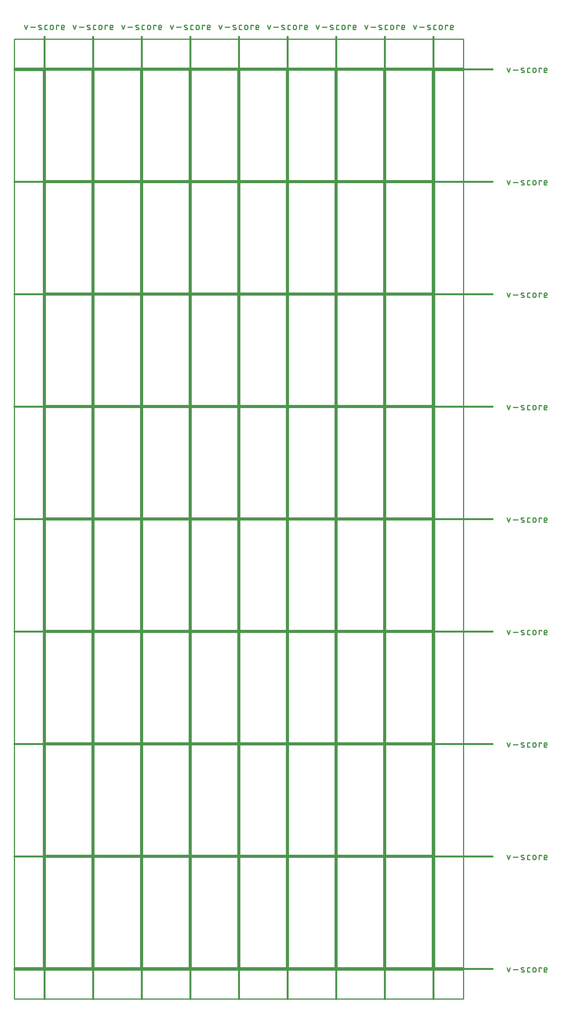
<source format=gko>
G04 EAGLE Gerber RS-274X export*
G75*
%MOMM*%
%FSLAX34Y34*%
%LPD*%
%IN*%
%IPPOS*%
%AMOC8*
5,1,8,0,0,1.08239X$1,22.5*%
G01*
%ADD10C,0.203200*%
%ADD11C,0.381000*%
%ADD12C,0.279400*%
%ADD13C,0.254000*%


D10*
X0Y241300D02*
X0Y0D01*
X101600Y0D01*
X101600Y241300D01*
X0Y241300D01*
X106680Y241300D02*
X106680Y0D01*
X208280Y0D01*
X208280Y241300D01*
X106680Y241300D01*
X213360Y241300D02*
X213360Y0D01*
X314960Y0D01*
X314960Y241300D01*
X213360Y241300D01*
X320040Y241300D02*
X320040Y0D01*
X421640Y0D01*
X421640Y241300D01*
X320040Y241300D01*
X426720Y241300D02*
X426720Y0D01*
X528320Y0D01*
X528320Y241300D01*
X426720Y241300D01*
X533400Y241300D02*
X533400Y0D01*
X635000Y0D01*
X635000Y241300D01*
X533400Y241300D01*
X640080Y241300D02*
X640080Y0D01*
X741680Y0D01*
X741680Y241300D01*
X640080Y241300D01*
X746760Y241300D02*
X746760Y0D01*
X848360Y0D01*
X848360Y241300D01*
X746760Y241300D01*
X0Y246380D02*
X0Y487680D01*
X0Y246380D02*
X101600Y246380D01*
X101600Y487680D01*
X0Y487680D01*
X106680Y487680D02*
X106680Y246380D01*
X208280Y246380D01*
X208280Y487680D01*
X106680Y487680D01*
X213360Y487680D02*
X213360Y246380D01*
X314960Y246380D01*
X314960Y487680D01*
X213360Y487680D01*
X320040Y487680D02*
X320040Y246380D01*
X421640Y246380D01*
X421640Y487680D01*
X320040Y487680D01*
X426720Y487680D02*
X426720Y246380D01*
X528320Y246380D01*
X528320Y487680D01*
X426720Y487680D01*
X533400Y487680D02*
X533400Y246380D01*
X635000Y246380D01*
X635000Y487680D01*
X533400Y487680D01*
X640080Y487680D02*
X640080Y246380D01*
X741680Y246380D01*
X741680Y487680D01*
X640080Y487680D01*
X746760Y487680D02*
X746760Y246380D01*
X848360Y246380D01*
X848360Y487680D01*
X746760Y487680D01*
X0Y492760D02*
X0Y734060D01*
X0Y492760D02*
X101600Y492760D01*
X101600Y734060D01*
X0Y734060D01*
X106680Y734060D02*
X106680Y492760D01*
X208280Y492760D01*
X208280Y734060D01*
X106680Y734060D01*
X213360Y734060D02*
X213360Y492760D01*
X314960Y492760D01*
X314960Y734060D01*
X213360Y734060D01*
X320040Y734060D02*
X320040Y492760D01*
X421640Y492760D01*
X421640Y734060D01*
X320040Y734060D01*
X426720Y734060D02*
X426720Y492760D01*
X528320Y492760D01*
X528320Y734060D01*
X426720Y734060D01*
X533400Y734060D02*
X533400Y492760D01*
X635000Y492760D01*
X635000Y734060D01*
X533400Y734060D01*
X640080Y734060D02*
X640080Y492760D01*
X741680Y492760D01*
X741680Y734060D01*
X640080Y734060D01*
X746760Y734060D02*
X746760Y492760D01*
X848360Y492760D01*
X848360Y734060D01*
X746760Y734060D01*
X0Y739140D02*
X0Y980440D01*
X0Y739140D02*
X101600Y739140D01*
X101600Y980440D01*
X0Y980440D01*
X106680Y980440D02*
X106680Y739140D01*
X208280Y739140D01*
X208280Y980440D01*
X106680Y980440D01*
X213360Y980440D02*
X213360Y739140D01*
X314960Y739140D01*
X314960Y980440D01*
X213360Y980440D01*
X320040Y980440D02*
X320040Y739140D01*
X421640Y739140D01*
X421640Y980440D01*
X320040Y980440D01*
X426720Y980440D02*
X426720Y739140D01*
X528320Y739140D01*
X528320Y980440D01*
X426720Y980440D01*
X533400Y980440D02*
X533400Y739140D01*
X635000Y739140D01*
X635000Y980440D01*
X533400Y980440D01*
X640080Y980440D02*
X640080Y739140D01*
X741680Y739140D01*
X741680Y980440D01*
X640080Y980440D01*
X746760Y980440D02*
X746760Y739140D01*
X848360Y739140D01*
X848360Y980440D01*
X746760Y980440D01*
X0Y985520D02*
X0Y1226820D01*
X0Y985520D02*
X101600Y985520D01*
X101600Y1226820D01*
X0Y1226820D01*
X106680Y1226820D02*
X106680Y985520D01*
X208280Y985520D01*
X208280Y1226820D01*
X106680Y1226820D01*
X213360Y1226820D02*
X213360Y985520D01*
X314960Y985520D01*
X314960Y1226820D01*
X213360Y1226820D01*
X320040Y1226820D02*
X320040Y985520D01*
X421640Y985520D01*
X421640Y1226820D01*
X320040Y1226820D01*
X426720Y1226820D02*
X426720Y985520D01*
X528320Y985520D01*
X528320Y1226820D01*
X426720Y1226820D01*
X533400Y1226820D02*
X533400Y985520D01*
X635000Y985520D01*
X635000Y1226820D01*
X533400Y1226820D01*
X640080Y1226820D02*
X640080Y985520D01*
X741680Y985520D01*
X741680Y1226820D01*
X640080Y1226820D01*
X746760Y1226820D02*
X746760Y985520D01*
X848360Y985520D01*
X848360Y1226820D01*
X746760Y1226820D01*
X0Y1231900D02*
X0Y1473200D01*
X0Y1231900D02*
X101600Y1231900D01*
X101600Y1473200D01*
X0Y1473200D01*
X106680Y1473200D02*
X106680Y1231900D01*
X208280Y1231900D01*
X208280Y1473200D01*
X106680Y1473200D01*
X213360Y1473200D02*
X213360Y1231900D01*
X314960Y1231900D01*
X314960Y1473200D01*
X213360Y1473200D01*
X320040Y1473200D02*
X320040Y1231900D01*
X421640Y1231900D01*
X421640Y1473200D01*
X320040Y1473200D01*
X426720Y1473200D02*
X426720Y1231900D01*
X528320Y1231900D01*
X528320Y1473200D01*
X426720Y1473200D01*
X533400Y1473200D02*
X533400Y1231900D01*
X635000Y1231900D01*
X635000Y1473200D01*
X533400Y1473200D01*
X640080Y1473200D02*
X640080Y1231900D01*
X741680Y1231900D01*
X741680Y1473200D01*
X640080Y1473200D01*
X746760Y1473200D02*
X746760Y1231900D01*
X848360Y1231900D01*
X848360Y1473200D01*
X746760Y1473200D01*
X0Y1478280D02*
X0Y1719580D01*
X0Y1478280D02*
X101600Y1478280D01*
X101600Y1719580D01*
X0Y1719580D01*
X106680Y1719580D02*
X106680Y1478280D01*
X208280Y1478280D01*
X208280Y1719580D01*
X106680Y1719580D01*
X213360Y1719580D02*
X213360Y1478280D01*
X314960Y1478280D01*
X314960Y1719580D01*
X213360Y1719580D01*
X320040Y1719580D02*
X320040Y1478280D01*
X421640Y1478280D01*
X421640Y1719580D01*
X320040Y1719580D01*
X426720Y1719580D02*
X426720Y1478280D01*
X528320Y1478280D01*
X528320Y1719580D01*
X426720Y1719580D01*
X533400Y1719580D02*
X533400Y1478280D01*
X635000Y1478280D01*
X635000Y1719580D01*
X533400Y1719580D01*
X640080Y1719580D02*
X640080Y1478280D01*
X741680Y1478280D01*
X741680Y1719580D01*
X640080Y1719580D01*
X746760Y1719580D02*
X746760Y1478280D01*
X848360Y1478280D01*
X848360Y1719580D01*
X746760Y1719580D01*
X0Y1724660D02*
X0Y1965960D01*
X0Y1724660D02*
X101600Y1724660D01*
X101600Y1965960D01*
X0Y1965960D01*
X106680Y1965960D02*
X106680Y1724660D01*
X208280Y1724660D01*
X208280Y1965960D01*
X106680Y1965960D01*
X213360Y1965960D02*
X213360Y1724660D01*
X314960Y1724660D01*
X314960Y1965960D01*
X213360Y1965960D01*
X320040Y1965960D02*
X320040Y1724660D01*
X421640Y1724660D01*
X421640Y1965960D01*
X320040Y1965960D01*
X426720Y1965960D02*
X426720Y1724660D01*
X528320Y1724660D01*
X528320Y1965960D01*
X426720Y1965960D01*
X533400Y1965960D02*
X533400Y1724660D01*
X635000Y1724660D01*
X635000Y1965960D01*
X533400Y1965960D01*
X640080Y1965960D02*
X640080Y1724660D01*
X741680Y1724660D01*
X741680Y1965960D01*
X640080Y1965960D01*
X746760Y1965960D02*
X746760Y1724660D01*
X848360Y1724660D01*
X848360Y1965960D01*
X746760Y1965960D01*
D11*
X-2540Y2039620D02*
X-2540Y-68580D01*
D12*
X-42921Y2054987D02*
X-46251Y2064978D01*
X-39590Y2064978D02*
X-42921Y2054987D01*
X-32806Y2060815D02*
X-22815Y2060815D01*
X-14261Y2060815D02*
X-10098Y2059150D01*
X-14261Y2060814D02*
X-14346Y2060850D01*
X-14429Y2060890D01*
X-14510Y2060933D01*
X-14590Y2060980D01*
X-14667Y2061030D01*
X-14743Y2061083D01*
X-14816Y2061139D01*
X-14886Y2061199D01*
X-14954Y2061261D01*
X-15019Y2061326D01*
X-15081Y2061394D01*
X-15141Y2061465D01*
X-15197Y2061538D01*
X-15250Y2061613D01*
X-15300Y2061691D01*
X-15346Y2061770D01*
X-15389Y2061852D01*
X-15429Y2061935D01*
X-15465Y2062020D01*
X-15497Y2062106D01*
X-15526Y2062194D01*
X-15550Y2062283D01*
X-15571Y2062373D01*
X-15588Y2062463D01*
X-15602Y2062554D01*
X-15611Y2062646D01*
X-15616Y2062738D01*
X-15618Y2062830D01*
X-15616Y2062922D01*
X-15609Y2063014D01*
X-15599Y2063106D01*
X-15585Y2063197D01*
X-15567Y2063288D01*
X-15545Y2063377D01*
X-15519Y2063466D01*
X-15489Y2063553D01*
X-15456Y2063639D01*
X-15419Y2063723D01*
X-15379Y2063806D01*
X-15335Y2063887D01*
X-15288Y2063966D01*
X-15237Y2064043D01*
X-15183Y2064118D01*
X-15126Y2064191D01*
X-15066Y2064261D01*
X-15003Y2064328D01*
X-14937Y2064392D01*
X-14869Y2064454D01*
X-14798Y2064513D01*
X-14724Y2064568D01*
X-14648Y2064621D01*
X-14570Y2064670D01*
X-14490Y2064716D01*
X-14409Y2064758D01*
X-14325Y2064797D01*
X-14240Y2064832D01*
X-14153Y2064863D01*
X-14065Y2064891D01*
X-13976Y2064915D01*
X-13886Y2064935D01*
X-13796Y2064952D01*
X-13704Y2064964D01*
X-13612Y2064973D01*
X-13520Y2064977D01*
X-13428Y2064978D01*
X-13201Y2064972D01*
X-12974Y2064961D01*
X-12747Y2064944D01*
X-12521Y2064921D01*
X-12295Y2064894D01*
X-12070Y2064860D01*
X-11846Y2064822D01*
X-11623Y2064778D01*
X-11401Y2064729D01*
X-11180Y2064674D01*
X-10961Y2064614D01*
X-10743Y2064549D01*
X-10527Y2064478D01*
X-10313Y2064403D01*
X-10100Y2064322D01*
X-9890Y2064236D01*
X-9681Y2064145D01*
X-10098Y2059150D02*
X-10013Y2059114D01*
X-9930Y2059074D01*
X-9849Y2059031D01*
X-9769Y2058984D01*
X-9692Y2058934D01*
X-9616Y2058881D01*
X-9543Y2058825D01*
X-9473Y2058765D01*
X-9405Y2058703D01*
X-9340Y2058638D01*
X-9278Y2058570D01*
X-9218Y2058499D01*
X-9162Y2058426D01*
X-9109Y2058351D01*
X-9059Y2058273D01*
X-9013Y2058194D01*
X-8970Y2058112D01*
X-8930Y2058029D01*
X-8894Y2057944D01*
X-8862Y2057858D01*
X-8833Y2057770D01*
X-8809Y2057681D01*
X-8788Y2057591D01*
X-8771Y2057501D01*
X-8757Y2057410D01*
X-8748Y2057318D01*
X-8743Y2057226D01*
X-8741Y2057134D01*
X-8743Y2057042D01*
X-8750Y2056950D01*
X-8760Y2056858D01*
X-8774Y2056767D01*
X-8792Y2056676D01*
X-8814Y2056587D01*
X-8840Y2056498D01*
X-8870Y2056411D01*
X-8903Y2056325D01*
X-8940Y2056241D01*
X-8980Y2056158D01*
X-9024Y2056077D01*
X-9071Y2055998D01*
X-9122Y2055921D01*
X-9176Y2055846D01*
X-9233Y2055773D01*
X-9293Y2055703D01*
X-9356Y2055636D01*
X-9422Y2055572D01*
X-9490Y2055510D01*
X-9561Y2055451D01*
X-9635Y2055396D01*
X-9711Y2055343D01*
X-9789Y2055294D01*
X-9869Y2055248D01*
X-9950Y2055206D01*
X-10034Y2055167D01*
X-10119Y2055132D01*
X-10206Y2055101D01*
X-10294Y2055073D01*
X-10383Y2055049D01*
X-10473Y2055029D01*
X-10563Y2055012D01*
X-10655Y2055000D01*
X-10747Y2054991D01*
X-10839Y2054987D01*
X-10931Y2054986D01*
X-10931Y2054987D02*
X-11265Y2054996D01*
X-11598Y2055013D01*
X-11931Y2055037D01*
X-12264Y2055070D01*
X-12595Y2055110D01*
X-12926Y2055158D01*
X-13255Y2055214D01*
X-13583Y2055277D01*
X-13909Y2055349D01*
X-14233Y2055428D01*
X-14556Y2055514D01*
X-14876Y2055609D01*
X-15194Y2055711D01*
X-15510Y2055820D01*
X562Y2054987D02*
X3892Y2054987D01*
X562Y2054987D02*
X464Y2054989D01*
X366Y2054995D01*
X268Y2055004D01*
X171Y2055018D01*
X75Y2055035D01*
X-21Y2055056D01*
X-116Y2055081D01*
X-210Y2055109D01*
X-303Y2055141D01*
X-394Y2055177D01*
X-484Y2055216D01*
X-572Y2055259D01*
X-659Y2055306D01*
X-743Y2055355D01*
X-826Y2055408D01*
X-906Y2055464D01*
X-985Y2055523D01*
X-1060Y2055586D01*
X-1134Y2055651D01*
X-1204Y2055719D01*
X-1272Y2055789D01*
X-1338Y2055863D01*
X-1400Y2055939D01*
X-1459Y2056017D01*
X-1515Y2056097D01*
X-1568Y2056180D01*
X-1618Y2056264D01*
X-1664Y2056351D01*
X-1707Y2056439D01*
X-1746Y2056529D01*
X-1782Y2056620D01*
X-1814Y2056713D01*
X-1842Y2056807D01*
X-1867Y2056902D01*
X-1888Y2056998D01*
X-1905Y2057094D01*
X-1919Y2057191D01*
X-1928Y2057289D01*
X-1934Y2057387D01*
X-1936Y2057485D01*
X-1936Y2062480D01*
X-1934Y2062578D01*
X-1928Y2062676D01*
X-1919Y2062774D01*
X-1905Y2062871D01*
X-1888Y2062967D01*
X-1867Y2063063D01*
X-1842Y2063158D01*
X-1814Y2063252D01*
X-1782Y2063345D01*
X-1746Y2063436D01*
X-1707Y2063526D01*
X-1664Y2063614D01*
X-1617Y2063701D01*
X-1568Y2063785D01*
X-1515Y2063868D01*
X-1459Y2063948D01*
X-1400Y2064026D01*
X-1337Y2064102D01*
X-1272Y2064176D01*
X-1204Y2064246D01*
X-1134Y2064314D01*
X-1060Y2064379D01*
X-984Y2064442D01*
X-906Y2064501D01*
X-826Y2064557D01*
X-743Y2064610D01*
X-659Y2064659D01*
X-572Y2064706D01*
X-484Y2064749D01*
X-394Y2064788D01*
X-303Y2064824D01*
X-210Y2064856D01*
X-116Y2064884D01*
X-21Y2064909D01*
X75Y2064930D01*
X171Y2064947D01*
X268Y2064961D01*
X366Y2064970D01*
X464Y2064976D01*
X562Y2064978D01*
X3892Y2064978D01*
X10022Y2061647D02*
X10022Y2058317D01*
X10022Y2061647D02*
X10024Y2061761D01*
X10030Y2061874D01*
X10039Y2061988D01*
X10053Y2062100D01*
X10070Y2062213D01*
X10092Y2062325D01*
X10117Y2062435D01*
X10145Y2062545D01*
X10178Y2062654D01*
X10214Y2062762D01*
X10254Y2062869D01*
X10298Y2062974D01*
X10345Y2063077D01*
X10395Y2063179D01*
X10449Y2063279D01*
X10507Y2063377D01*
X10568Y2063473D01*
X10631Y2063567D01*
X10699Y2063659D01*
X10769Y2063749D01*
X10842Y2063835D01*
X10918Y2063920D01*
X10997Y2064002D01*
X11079Y2064081D01*
X11164Y2064157D01*
X11250Y2064230D01*
X11340Y2064300D01*
X11432Y2064368D01*
X11526Y2064431D01*
X11622Y2064492D01*
X11720Y2064550D01*
X11820Y2064604D01*
X11922Y2064654D01*
X12025Y2064701D01*
X12130Y2064745D01*
X12237Y2064785D01*
X12345Y2064821D01*
X12454Y2064854D01*
X12564Y2064882D01*
X12674Y2064907D01*
X12786Y2064929D01*
X12899Y2064946D01*
X13011Y2064960D01*
X13125Y2064969D01*
X13238Y2064975D01*
X13352Y2064977D01*
X13466Y2064975D01*
X13579Y2064969D01*
X13693Y2064960D01*
X13805Y2064946D01*
X13918Y2064929D01*
X14030Y2064907D01*
X14140Y2064882D01*
X14250Y2064854D01*
X14359Y2064821D01*
X14467Y2064785D01*
X14574Y2064745D01*
X14679Y2064701D01*
X14782Y2064654D01*
X14884Y2064604D01*
X14984Y2064550D01*
X15082Y2064492D01*
X15178Y2064431D01*
X15272Y2064368D01*
X15364Y2064300D01*
X15454Y2064230D01*
X15540Y2064157D01*
X15625Y2064081D01*
X15707Y2064002D01*
X15786Y2063920D01*
X15862Y2063835D01*
X15935Y2063749D01*
X16005Y2063659D01*
X16073Y2063567D01*
X16136Y2063473D01*
X16197Y2063377D01*
X16255Y2063279D01*
X16309Y2063179D01*
X16359Y2063077D01*
X16406Y2062974D01*
X16450Y2062869D01*
X16490Y2062762D01*
X16526Y2062654D01*
X16559Y2062545D01*
X16587Y2062435D01*
X16612Y2062325D01*
X16634Y2062213D01*
X16651Y2062100D01*
X16665Y2061988D01*
X16674Y2061874D01*
X16680Y2061761D01*
X16682Y2061647D01*
X16682Y2058317D01*
X16680Y2058203D01*
X16674Y2058090D01*
X16665Y2057976D01*
X16651Y2057864D01*
X16634Y2057751D01*
X16612Y2057639D01*
X16587Y2057529D01*
X16559Y2057419D01*
X16526Y2057310D01*
X16490Y2057202D01*
X16450Y2057095D01*
X16406Y2056990D01*
X16359Y2056887D01*
X16309Y2056785D01*
X16255Y2056685D01*
X16197Y2056587D01*
X16136Y2056491D01*
X16073Y2056397D01*
X16005Y2056305D01*
X15935Y2056215D01*
X15862Y2056129D01*
X15786Y2056044D01*
X15707Y2055962D01*
X15625Y2055883D01*
X15540Y2055807D01*
X15454Y2055734D01*
X15364Y2055664D01*
X15272Y2055596D01*
X15178Y2055533D01*
X15082Y2055472D01*
X14984Y2055414D01*
X14884Y2055360D01*
X14782Y2055310D01*
X14679Y2055263D01*
X14574Y2055219D01*
X14467Y2055179D01*
X14359Y2055143D01*
X14250Y2055110D01*
X14140Y2055082D01*
X14030Y2055057D01*
X13918Y2055035D01*
X13805Y2055018D01*
X13693Y2055004D01*
X13579Y2054995D01*
X13466Y2054989D01*
X13352Y2054987D01*
X13238Y2054989D01*
X13125Y2054995D01*
X13011Y2055004D01*
X12899Y2055018D01*
X12786Y2055035D01*
X12674Y2055057D01*
X12564Y2055082D01*
X12454Y2055110D01*
X12345Y2055143D01*
X12237Y2055179D01*
X12130Y2055219D01*
X12025Y2055263D01*
X11922Y2055310D01*
X11820Y2055360D01*
X11720Y2055414D01*
X11622Y2055472D01*
X11526Y2055533D01*
X11432Y2055596D01*
X11340Y2055664D01*
X11250Y2055734D01*
X11164Y2055807D01*
X11079Y2055883D01*
X10997Y2055962D01*
X10918Y2056044D01*
X10842Y2056129D01*
X10769Y2056215D01*
X10699Y2056305D01*
X10631Y2056397D01*
X10568Y2056491D01*
X10507Y2056587D01*
X10449Y2056685D01*
X10395Y2056785D01*
X10345Y2056887D01*
X10298Y2056990D01*
X10254Y2057095D01*
X10214Y2057202D01*
X10178Y2057310D01*
X10145Y2057419D01*
X10117Y2057529D01*
X10092Y2057639D01*
X10070Y2057751D01*
X10053Y2057864D01*
X10039Y2057976D01*
X10030Y2058090D01*
X10024Y2058203D01*
X10022Y2058317D01*
X24218Y2054987D02*
X24218Y2064978D01*
X29213Y2064978D01*
X29213Y2063313D01*
X37008Y2054987D02*
X41171Y2054987D01*
X37008Y2054987D02*
X36910Y2054989D01*
X36812Y2054995D01*
X36714Y2055004D01*
X36617Y2055018D01*
X36521Y2055035D01*
X36425Y2055056D01*
X36330Y2055081D01*
X36236Y2055109D01*
X36143Y2055141D01*
X36052Y2055177D01*
X35962Y2055216D01*
X35874Y2055259D01*
X35787Y2055306D01*
X35703Y2055355D01*
X35620Y2055408D01*
X35540Y2055464D01*
X35462Y2055523D01*
X35386Y2055586D01*
X35312Y2055651D01*
X35242Y2055719D01*
X35174Y2055789D01*
X35109Y2055863D01*
X35046Y2055939D01*
X34987Y2056017D01*
X34931Y2056097D01*
X34878Y2056180D01*
X34829Y2056264D01*
X34782Y2056351D01*
X34739Y2056439D01*
X34700Y2056529D01*
X34664Y2056620D01*
X34632Y2056713D01*
X34604Y2056807D01*
X34579Y2056902D01*
X34558Y2056998D01*
X34541Y2057094D01*
X34527Y2057191D01*
X34518Y2057289D01*
X34512Y2057387D01*
X34510Y2057485D01*
X34510Y2061647D01*
X34511Y2061647D02*
X34513Y2061761D01*
X34519Y2061874D01*
X34528Y2061988D01*
X34542Y2062100D01*
X34559Y2062213D01*
X34581Y2062325D01*
X34606Y2062435D01*
X34634Y2062545D01*
X34667Y2062654D01*
X34703Y2062762D01*
X34743Y2062869D01*
X34787Y2062974D01*
X34834Y2063077D01*
X34884Y2063179D01*
X34938Y2063279D01*
X34996Y2063377D01*
X35057Y2063473D01*
X35120Y2063567D01*
X35188Y2063659D01*
X35258Y2063749D01*
X35331Y2063835D01*
X35407Y2063920D01*
X35486Y2064002D01*
X35568Y2064081D01*
X35653Y2064157D01*
X35739Y2064230D01*
X35829Y2064300D01*
X35921Y2064368D01*
X36015Y2064431D01*
X36111Y2064492D01*
X36209Y2064550D01*
X36309Y2064604D01*
X36411Y2064654D01*
X36514Y2064701D01*
X36619Y2064745D01*
X36726Y2064785D01*
X36834Y2064821D01*
X36943Y2064854D01*
X37053Y2064882D01*
X37163Y2064907D01*
X37275Y2064929D01*
X37388Y2064946D01*
X37500Y2064960D01*
X37614Y2064969D01*
X37727Y2064975D01*
X37841Y2064977D01*
X37955Y2064975D01*
X38068Y2064969D01*
X38182Y2064960D01*
X38294Y2064946D01*
X38407Y2064929D01*
X38519Y2064907D01*
X38629Y2064882D01*
X38739Y2064854D01*
X38848Y2064821D01*
X38956Y2064785D01*
X39063Y2064745D01*
X39168Y2064701D01*
X39271Y2064654D01*
X39373Y2064604D01*
X39473Y2064550D01*
X39571Y2064492D01*
X39667Y2064431D01*
X39761Y2064368D01*
X39853Y2064300D01*
X39943Y2064230D01*
X40029Y2064157D01*
X40114Y2064081D01*
X40196Y2064002D01*
X40275Y2063920D01*
X40351Y2063835D01*
X40424Y2063749D01*
X40494Y2063659D01*
X40562Y2063567D01*
X40625Y2063473D01*
X40686Y2063377D01*
X40744Y2063279D01*
X40798Y2063179D01*
X40848Y2063077D01*
X40895Y2062974D01*
X40939Y2062869D01*
X40979Y2062762D01*
X41015Y2062654D01*
X41048Y2062545D01*
X41076Y2062435D01*
X41101Y2062325D01*
X41123Y2062213D01*
X41140Y2062100D01*
X41154Y2061988D01*
X41163Y2061874D01*
X41169Y2061761D01*
X41171Y2061647D01*
X41171Y2059982D01*
X34510Y2059982D01*
D11*
X104140Y2039620D02*
X104140Y-68580D01*
D12*
X63759Y2054987D02*
X60429Y2064978D01*
X67090Y2064978D02*
X63759Y2054987D01*
X73874Y2060815D02*
X83865Y2060815D01*
X92419Y2060815D02*
X96582Y2059150D01*
X92419Y2060814D02*
X92334Y2060850D01*
X92251Y2060890D01*
X92170Y2060933D01*
X92090Y2060980D01*
X92013Y2061030D01*
X91937Y2061083D01*
X91864Y2061139D01*
X91794Y2061199D01*
X91726Y2061261D01*
X91661Y2061326D01*
X91599Y2061394D01*
X91539Y2061465D01*
X91483Y2061538D01*
X91430Y2061613D01*
X91380Y2061691D01*
X91334Y2061770D01*
X91291Y2061852D01*
X91251Y2061935D01*
X91215Y2062020D01*
X91183Y2062106D01*
X91154Y2062194D01*
X91130Y2062283D01*
X91109Y2062373D01*
X91092Y2062463D01*
X91078Y2062554D01*
X91069Y2062646D01*
X91064Y2062738D01*
X91062Y2062830D01*
X91064Y2062922D01*
X91071Y2063014D01*
X91081Y2063106D01*
X91095Y2063197D01*
X91113Y2063288D01*
X91135Y2063377D01*
X91161Y2063466D01*
X91191Y2063553D01*
X91224Y2063639D01*
X91261Y2063723D01*
X91301Y2063806D01*
X91345Y2063887D01*
X91392Y2063966D01*
X91443Y2064043D01*
X91497Y2064118D01*
X91554Y2064191D01*
X91614Y2064261D01*
X91677Y2064328D01*
X91743Y2064392D01*
X91811Y2064454D01*
X91882Y2064513D01*
X91956Y2064568D01*
X92032Y2064621D01*
X92110Y2064670D01*
X92190Y2064716D01*
X92271Y2064758D01*
X92355Y2064797D01*
X92440Y2064832D01*
X92527Y2064863D01*
X92615Y2064891D01*
X92704Y2064915D01*
X92794Y2064935D01*
X92884Y2064952D01*
X92976Y2064964D01*
X93068Y2064973D01*
X93160Y2064977D01*
X93252Y2064978D01*
X93479Y2064972D01*
X93706Y2064961D01*
X93933Y2064944D01*
X94159Y2064921D01*
X94385Y2064894D01*
X94610Y2064860D01*
X94834Y2064822D01*
X95057Y2064778D01*
X95279Y2064729D01*
X95500Y2064674D01*
X95719Y2064614D01*
X95937Y2064549D01*
X96153Y2064478D01*
X96367Y2064403D01*
X96580Y2064322D01*
X96790Y2064236D01*
X96999Y2064145D01*
X96582Y2059150D02*
X96667Y2059114D01*
X96750Y2059074D01*
X96831Y2059031D01*
X96911Y2058984D01*
X96988Y2058934D01*
X97064Y2058881D01*
X97137Y2058825D01*
X97207Y2058765D01*
X97275Y2058703D01*
X97340Y2058638D01*
X97402Y2058570D01*
X97462Y2058499D01*
X97518Y2058426D01*
X97571Y2058351D01*
X97621Y2058273D01*
X97667Y2058194D01*
X97710Y2058112D01*
X97750Y2058029D01*
X97786Y2057944D01*
X97818Y2057858D01*
X97847Y2057770D01*
X97871Y2057681D01*
X97892Y2057591D01*
X97909Y2057501D01*
X97923Y2057410D01*
X97932Y2057318D01*
X97937Y2057226D01*
X97939Y2057134D01*
X97937Y2057042D01*
X97930Y2056950D01*
X97920Y2056858D01*
X97906Y2056767D01*
X97888Y2056676D01*
X97866Y2056587D01*
X97840Y2056498D01*
X97810Y2056411D01*
X97777Y2056325D01*
X97740Y2056241D01*
X97700Y2056158D01*
X97656Y2056077D01*
X97609Y2055998D01*
X97558Y2055921D01*
X97504Y2055846D01*
X97447Y2055773D01*
X97387Y2055703D01*
X97324Y2055636D01*
X97258Y2055572D01*
X97190Y2055510D01*
X97119Y2055451D01*
X97045Y2055396D01*
X96969Y2055343D01*
X96891Y2055294D01*
X96811Y2055248D01*
X96730Y2055206D01*
X96646Y2055167D01*
X96561Y2055132D01*
X96474Y2055101D01*
X96386Y2055073D01*
X96297Y2055049D01*
X96207Y2055029D01*
X96117Y2055012D01*
X96025Y2055000D01*
X95933Y2054991D01*
X95841Y2054987D01*
X95749Y2054986D01*
X95749Y2054987D02*
X95415Y2054996D01*
X95082Y2055013D01*
X94749Y2055037D01*
X94416Y2055070D01*
X94085Y2055110D01*
X93754Y2055158D01*
X93425Y2055214D01*
X93097Y2055277D01*
X92771Y2055349D01*
X92447Y2055428D01*
X92124Y2055514D01*
X91804Y2055609D01*
X91486Y2055711D01*
X91170Y2055820D01*
X107242Y2054987D02*
X110572Y2054987D01*
X107242Y2054987D02*
X107144Y2054989D01*
X107046Y2054995D01*
X106948Y2055004D01*
X106851Y2055018D01*
X106755Y2055035D01*
X106659Y2055056D01*
X106564Y2055081D01*
X106470Y2055109D01*
X106377Y2055141D01*
X106286Y2055177D01*
X106196Y2055216D01*
X106108Y2055259D01*
X106021Y2055306D01*
X105937Y2055355D01*
X105854Y2055408D01*
X105774Y2055464D01*
X105696Y2055523D01*
X105620Y2055586D01*
X105546Y2055651D01*
X105476Y2055719D01*
X105408Y2055789D01*
X105343Y2055863D01*
X105280Y2055939D01*
X105221Y2056017D01*
X105165Y2056097D01*
X105112Y2056180D01*
X105063Y2056264D01*
X105016Y2056351D01*
X104973Y2056439D01*
X104934Y2056529D01*
X104898Y2056620D01*
X104866Y2056713D01*
X104838Y2056807D01*
X104813Y2056902D01*
X104792Y2056998D01*
X104775Y2057094D01*
X104761Y2057191D01*
X104752Y2057289D01*
X104746Y2057387D01*
X104744Y2057485D01*
X104744Y2062480D01*
X104746Y2062578D01*
X104752Y2062676D01*
X104761Y2062774D01*
X104775Y2062871D01*
X104792Y2062967D01*
X104813Y2063063D01*
X104838Y2063158D01*
X104866Y2063252D01*
X104898Y2063345D01*
X104934Y2063436D01*
X104973Y2063526D01*
X105016Y2063614D01*
X105063Y2063701D01*
X105112Y2063785D01*
X105165Y2063868D01*
X105221Y2063948D01*
X105280Y2064027D01*
X105343Y2064102D01*
X105408Y2064176D01*
X105476Y2064246D01*
X105546Y2064314D01*
X105620Y2064380D01*
X105696Y2064442D01*
X105774Y2064501D01*
X105854Y2064557D01*
X105937Y2064610D01*
X106021Y2064660D01*
X106108Y2064706D01*
X106196Y2064749D01*
X106286Y2064788D01*
X106377Y2064824D01*
X106470Y2064856D01*
X106564Y2064884D01*
X106659Y2064909D01*
X106755Y2064930D01*
X106851Y2064947D01*
X106948Y2064961D01*
X107046Y2064970D01*
X107144Y2064976D01*
X107242Y2064978D01*
X110572Y2064978D01*
X116702Y2061647D02*
X116702Y2058317D01*
X116702Y2061647D02*
X116704Y2061761D01*
X116710Y2061874D01*
X116719Y2061988D01*
X116733Y2062100D01*
X116750Y2062213D01*
X116772Y2062325D01*
X116797Y2062435D01*
X116825Y2062545D01*
X116858Y2062654D01*
X116894Y2062762D01*
X116934Y2062869D01*
X116978Y2062974D01*
X117025Y2063077D01*
X117075Y2063179D01*
X117129Y2063279D01*
X117187Y2063377D01*
X117248Y2063473D01*
X117311Y2063567D01*
X117379Y2063659D01*
X117449Y2063749D01*
X117522Y2063835D01*
X117598Y2063920D01*
X117677Y2064002D01*
X117759Y2064081D01*
X117844Y2064157D01*
X117930Y2064230D01*
X118020Y2064300D01*
X118112Y2064368D01*
X118206Y2064431D01*
X118302Y2064492D01*
X118400Y2064550D01*
X118500Y2064604D01*
X118602Y2064654D01*
X118705Y2064701D01*
X118810Y2064745D01*
X118917Y2064785D01*
X119025Y2064821D01*
X119134Y2064854D01*
X119244Y2064882D01*
X119354Y2064907D01*
X119466Y2064929D01*
X119579Y2064946D01*
X119691Y2064960D01*
X119805Y2064969D01*
X119918Y2064975D01*
X120032Y2064977D01*
X120146Y2064975D01*
X120259Y2064969D01*
X120373Y2064960D01*
X120485Y2064946D01*
X120598Y2064929D01*
X120710Y2064907D01*
X120820Y2064882D01*
X120930Y2064854D01*
X121039Y2064821D01*
X121147Y2064785D01*
X121254Y2064745D01*
X121359Y2064701D01*
X121462Y2064654D01*
X121564Y2064604D01*
X121664Y2064550D01*
X121762Y2064492D01*
X121858Y2064431D01*
X121952Y2064368D01*
X122044Y2064300D01*
X122134Y2064230D01*
X122220Y2064157D01*
X122305Y2064081D01*
X122387Y2064002D01*
X122466Y2063920D01*
X122542Y2063835D01*
X122615Y2063749D01*
X122685Y2063659D01*
X122753Y2063567D01*
X122816Y2063473D01*
X122877Y2063377D01*
X122935Y2063279D01*
X122989Y2063179D01*
X123039Y2063077D01*
X123086Y2062974D01*
X123130Y2062869D01*
X123170Y2062762D01*
X123206Y2062654D01*
X123239Y2062545D01*
X123267Y2062435D01*
X123292Y2062325D01*
X123314Y2062213D01*
X123331Y2062100D01*
X123345Y2061988D01*
X123354Y2061874D01*
X123360Y2061761D01*
X123362Y2061647D01*
X123362Y2058317D01*
X123360Y2058203D01*
X123354Y2058090D01*
X123345Y2057976D01*
X123331Y2057864D01*
X123314Y2057751D01*
X123292Y2057639D01*
X123267Y2057529D01*
X123239Y2057419D01*
X123206Y2057310D01*
X123170Y2057202D01*
X123130Y2057095D01*
X123086Y2056990D01*
X123039Y2056887D01*
X122989Y2056785D01*
X122935Y2056685D01*
X122877Y2056587D01*
X122816Y2056491D01*
X122753Y2056397D01*
X122685Y2056305D01*
X122615Y2056215D01*
X122542Y2056129D01*
X122466Y2056044D01*
X122387Y2055962D01*
X122305Y2055883D01*
X122220Y2055807D01*
X122134Y2055734D01*
X122044Y2055664D01*
X121952Y2055596D01*
X121858Y2055533D01*
X121762Y2055472D01*
X121664Y2055414D01*
X121564Y2055360D01*
X121462Y2055310D01*
X121359Y2055263D01*
X121254Y2055219D01*
X121147Y2055179D01*
X121039Y2055143D01*
X120930Y2055110D01*
X120820Y2055082D01*
X120710Y2055057D01*
X120598Y2055035D01*
X120485Y2055018D01*
X120373Y2055004D01*
X120259Y2054995D01*
X120146Y2054989D01*
X120032Y2054987D01*
X119918Y2054989D01*
X119805Y2054995D01*
X119691Y2055004D01*
X119579Y2055018D01*
X119466Y2055035D01*
X119354Y2055057D01*
X119244Y2055082D01*
X119134Y2055110D01*
X119025Y2055143D01*
X118917Y2055179D01*
X118810Y2055219D01*
X118705Y2055263D01*
X118602Y2055310D01*
X118500Y2055360D01*
X118400Y2055414D01*
X118302Y2055472D01*
X118206Y2055533D01*
X118112Y2055596D01*
X118020Y2055664D01*
X117930Y2055734D01*
X117844Y2055807D01*
X117759Y2055883D01*
X117677Y2055962D01*
X117598Y2056044D01*
X117522Y2056129D01*
X117449Y2056215D01*
X117379Y2056305D01*
X117311Y2056397D01*
X117248Y2056491D01*
X117187Y2056587D01*
X117129Y2056685D01*
X117075Y2056785D01*
X117025Y2056887D01*
X116978Y2056990D01*
X116934Y2057095D01*
X116894Y2057202D01*
X116858Y2057310D01*
X116825Y2057419D01*
X116797Y2057529D01*
X116772Y2057639D01*
X116750Y2057751D01*
X116733Y2057864D01*
X116719Y2057976D01*
X116710Y2058090D01*
X116704Y2058203D01*
X116702Y2058317D01*
X130898Y2054987D02*
X130898Y2064978D01*
X135893Y2064978D01*
X135893Y2063313D01*
X143688Y2054987D02*
X147851Y2054987D01*
X143688Y2054987D02*
X143590Y2054989D01*
X143492Y2054995D01*
X143394Y2055004D01*
X143297Y2055018D01*
X143201Y2055035D01*
X143105Y2055056D01*
X143010Y2055081D01*
X142916Y2055109D01*
X142823Y2055141D01*
X142732Y2055177D01*
X142642Y2055216D01*
X142554Y2055259D01*
X142467Y2055306D01*
X142383Y2055355D01*
X142300Y2055408D01*
X142220Y2055464D01*
X142142Y2055523D01*
X142066Y2055586D01*
X141992Y2055651D01*
X141922Y2055719D01*
X141854Y2055789D01*
X141789Y2055863D01*
X141726Y2055939D01*
X141667Y2056017D01*
X141611Y2056097D01*
X141558Y2056180D01*
X141509Y2056264D01*
X141462Y2056351D01*
X141419Y2056439D01*
X141380Y2056529D01*
X141344Y2056620D01*
X141312Y2056713D01*
X141284Y2056807D01*
X141259Y2056902D01*
X141238Y2056998D01*
X141221Y2057094D01*
X141207Y2057191D01*
X141198Y2057289D01*
X141192Y2057387D01*
X141190Y2057485D01*
X141190Y2061647D01*
X141191Y2061647D02*
X141193Y2061761D01*
X141199Y2061874D01*
X141208Y2061988D01*
X141222Y2062100D01*
X141239Y2062213D01*
X141261Y2062325D01*
X141286Y2062435D01*
X141314Y2062545D01*
X141347Y2062654D01*
X141383Y2062762D01*
X141423Y2062869D01*
X141467Y2062974D01*
X141514Y2063077D01*
X141564Y2063179D01*
X141618Y2063279D01*
X141676Y2063377D01*
X141737Y2063473D01*
X141800Y2063567D01*
X141868Y2063659D01*
X141938Y2063749D01*
X142011Y2063835D01*
X142087Y2063920D01*
X142166Y2064002D01*
X142248Y2064081D01*
X142333Y2064157D01*
X142419Y2064230D01*
X142509Y2064300D01*
X142601Y2064368D01*
X142695Y2064431D01*
X142791Y2064492D01*
X142889Y2064550D01*
X142989Y2064604D01*
X143091Y2064654D01*
X143194Y2064701D01*
X143299Y2064745D01*
X143406Y2064785D01*
X143514Y2064821D01*
X143623Y2064854D01*
X143733Y2064882D01*
X143843Y2064907D01*
X143955Y2064929D01*
X144068Y2064946D01*
X144180Y2064960D01*
X144294Y2064969D01*
X144407Y2064975D01*
X144521Y2064977D01*
X144635Y2064975D01*
X144748Y2064969D01*
X144862Y2064960D01*
X144974Y2064946D01*
X145087Y2064929D01*
X145199Y2064907D01*
X145309Y2064882D01*
X145419Y2064854D01*
X145528Y2064821D01*
X145636Y2064785D01*
X145743Y2064745D01*
X145848Y2064701D01*
X145951Y2064654D01*
X146053Y2064604D01*
X146153Y2064550D01*
X146251Y2064492D01*
X146347Y2064431D01*
X146441Y2064368D01*
X146533Y2064300D01*
X146623Y2064230D01*
X146709Y2064157D01*
X146794Y2064081D01*
X146876Y2064002D01*
X146955Y2063920D01*
X147031Y2063835D01*
X147104Y2063749D01*
X147174Y2063659D01*
X147242Y2063567D01*
X147305Y2063473D01*
X147366Y2063377D01*
X147424Y2063279D01*
X147478Y2063179D01*
X147528Y2063077D01*
X147575Y2062974D01*
X147619Y2062869D01*
X147659Y2062762D01*
X147695Y2062654D01*
X147728Y2062545D01*
X147756Y2062435D01*
X147781Y2062325D01*
X147803Y2062213D01*
X147820Y2062100D01*
X147834Y2061988D01*
X147843Y2061874D01*
X147849Y2061761D01*
X147851Y2061647D01*
X147851Y2059982D01*
X141190Y2059982D01*
D11*
X210820Y2039620D02*
X210820Y-68580D01*
D12*
X170439Y2054987D02*
X167109Y2064978D01*
X173770Y2064978D02*
X170439Y2054987D01*
X180554Y2060815D02*
X190545Y2060815D01*
X199099Y2060815D02*
X203262Y2059150D01*
X199099Y2060814D02*
X199014Y2060850D01*
X198931Y2060890D01*
X198850Y2060933D01*
X198770Y2060980D01*
X198693Y2061030D01*
X198617Y2061083D01*
X198544Y2061139D01*
X198474Y2061199D01*
X198406Y2061261D01*
X198341Y2061326D01*
X198279Y2061394D01*
X198219Y2061465D01*
X198163Y2061538D01*
X198110Y2061613D01*
X198060Y2061691D01*
X198014Y2061770D01*
X197971Y2061852D01*
X197931Y2061935D01*
X197895Y2062020D01*
X197863Y2062106D01*
X197834Y2062194D01*
X197810Y2062283D01*
X197789Y2062373D01*
X197772Y2062463D01*
X197758Y2062554D01*
X197749Y2062646D01*
X197744Y2062738D01*
X197742Y2062830D01*
X197744Y2062922D01*
X197751Y2063014D01*
X197761Y2063106D01*
X197775Y2063197D01*
X197793Y2063288D01*
X197815Y2063377D01*
X197841Y2063466D01*
X197871Y2063553D01*
X197904Y2063639D01*
X197941Y2063723D01*
X197981Y2063806D01*
X198025Y2063887D01*
X198072Y2063966D01*
X198123Y2064043D01*
X198177Y2064118D01*
X198234Y2064191D01*
X198294Y2064261D01*
X198357Y2064328D01*
X198423Y2064392D01*
X198491Y2064454D01*
X198562Y2064513D01*
X198636Y2064568D01*
X198712Y2064621D01*
X198790Y2064670D01*
X198870Y2064716D01*
X198951Y2064758D01*
X199035Y2064797D01*
X199120Y2064832D01*
X199207Y2064863D01*
X199295Y2064891D01*
X199384Y2064915D01*
X199474Y2064935D01*
X199564Y2064952D01*
X199656Y2064964D01*
X199748Y2064973D01*
X199840Y2064977D01*
X199932Y2064978D01*
X200159Y2064972D01*
X200386Y2064961D01*
X200613Y2064944D01*
X200839Y2064921D01*
X201065Y2064894D01*
X201290Y2064860D01*
X201514Y2064822D01*
X201737Y2064778D01*
X201959Y2064729D01*
X202180Y2064674D01*
X202399Y2064614D01*
X202617Y2064549D01*
X202833Y2064478D01*
X203047Y2064403D01*
X203260Y2064322D01*
X203470Y2064236D01*
X203679Y2064145D01*
X203262Y2059150D02*
X203347Y2059114D01*
X203430Y2059074D01*
X203511Y2059031D01*
X203591Y2058984D01*
X203668Y2058934D01*
X203744Y2058881D01*
X203817Y2058825D01*
X203887Y2058765D01*
X203955Y2058703D01*
X204020Y2058638D01*
X204082Y2058570D01*
X204142Y2058499D01*
X204198Y2058426D01*
X204251Y2058351D01*
X204301Y2058273D01*
X204347Y2058194D01*
X204390Y2058112D01*
X204430Y2058029D01*
X204466Y2057944D01*
X204498Y2057858D01*
X204527Y2057770D01*
X204551Y2057681D01*
X204572Y2057591D01*
X204589Y2057501D01*
X204603Y2057410D01*
X204612Y2057318D01*
X204617Y2057226D01*
X204619Y2057134D01*
X204617Y2057042D01*
X204610Y2056950D01*
X204600Y2056858D01*
X204586Y2056767D01*
X204568Y2056676D01*
X204546Y2056587D01*
X204520Y2056498D01*
X204490Y2056411D01*
X204457Y2056325D01*
X204420Y2056241D01*
X204380Y2056158D01*
X204336Y2056077D01*
X204289Y2055998D01*
X204238Y2055921D01*
X204184Y2055846D01*
X204127Y2055773D01*
X204067Y2055703D01*
X204004Y2055636D01*
X203938Y2055572D01*
X203870Y2055510D01*
X203799Y2055451D01*
X203725Y2055396D01*
X203649Y2055343D01*
X203571Y2055294D01*
X203491Y2055248D01*
X203410Y2055206D01*
X203326Y2055167D01*
X203241Y2055132D01*
X203154Y2055101D01*
X203066Y2055073D01*
X202977Y2055049D01*
X202887Y2055029D01*
X202797Y2055012D01*
X202705Y2055000D01*
X202613Y2054991D01*
X202521Y2054987D01*
X202429Y2054986D01*
X202429Y2054987D02*
X202095Y2054996D01*
X201762Y2055013D01*
X201429Y2055037D01*
X201096Y2055070D01*
X200765Y2055110D01*
X200434Y2055158D01*
X200105Y2055214D01*
X199777Y2055277D01*
X199451Y2055349D01*
X199127Y2055428D01*
X198804Y2055514D01*
X198484Y2055609D01*
X198166Y2055711D01*
X197850Y2055820D01*
X213922Y2054987D02*
X217252Y2054987D01*
X213922Y2054987D02*
X213824Y2054989D01*
X213726Y2054995D01*
X213628Y2055004D01*
X213531Y2055018D01*
X213435Y2055035D01*
X213339Y2055056D01*
X213244Y2055081D01*
X213150Y2055109D01*
X213057Y2055141D01*
X212966Y2055177D01*
X212876Y2055216D01*
X212788Y2055259D01*
X212701Y2055306D01*
X212617Y2055355D01*
X212534Y2055408D01*
X212454Y2055464D01*
X212376Y2055523D01*
X212300Y2055586D01*
X212226Y2055651D01*
X212156Y2055719D01*
X212088Y2055789D01*
X212023Y2055863D01*
X211960Y2055939D01*
X211901Y2056017D01*
X211845Y2056097D01*
X211792Y2056180D01*
X211743Y2056264D01*
X211696Y2056351D01*
X211653Y2056439D01*
X211614Y2056529D01*
X211578Y2056620D01*
X211546Y2056713D01*
X211518Y2056807D01*
X211493Y2056902D01*
X211472Y2056998D01*
X211455Y2057094D01*
X211441Y2057191D01*
X211432Y2057289D01*
X211426Y2057387D01*
X211424Y2057485D01*
X211424Y2062480D01*
X211426Y2062578D01*
X211432Y2062676D01*
X211441Y2062774D01*
X211455Y2062871D01*
X211472Y2062967D01*
X211493Y2063063D01*
X211518Y2063158D01*
X211546Y2063252D01*
X211578Y2063345D01*
X211614Y2063436D01*
X211653Y2063526D01*
X211696Y2063614D01*
X211743Y2063701D01*
X211792Y2063785D01*
X211845Y2063868D01*
X211901Y2063948D01*
X211960Y2064027D01*
X212023Y2064102D01*
X212088Y2064176D01*
X212156Y2064246D01*
X212226Y2064314D01*
X212300Y2064380D01*
X212376Y2064442D01*
X212454Y2064501D01*
X212534Y2064557D01*
X212617Y2064610D01*
X212701Y2064660D01*
X212788Y2064706D01*
X212876Y2064749D01*
X212966Y2064788D01*
X213057Y2064824D01*
X213150Y2064856D01*
X213244Y2064884D01*
X213339Y2064909D01*
X213435Y2064930D01*
X213531Y2064947D01*
X213628Y2064961D01*
X213726Y2064970D01*
X213824Y2064976D01*
X213922Y2064978D01*
X217252Y2064978D01*
X223382Y2061647D02*
X223382Y2058317D01*
X223382Y2061647D02*
X223384Y2061761D01*
X223390Y2061874D01*
X223399Y2061988D01*
X223413Y2062100D01*
X223430Y2062213D01*
X223452Y2062325D01*
X223477Y2062435D01*
X223505Y2062545D01*
X223538Y2062654D01*
X223574Y2062762D01*
X223614Y2062869D01*
X223658Y2062974D01*
X223705Y2063077D01*
X223755Y2063179D01*
X223809Y2063279D01*
X223867Y2063377D01*
X223928Y2063473D01*
X223991Y2063567D01*
X224059Y2063659D01*
X224129Y2063749D01*
X224202Y2063835D01*
X224278Y2063920D01*
X224357Y2064002D01*
X224439Y2064081D01*
X224524Y2064157D01*
X224610Y2064230D01*
X224700Y2064300D01*
X224792Y2064368D01*
X224886Y2064431D01*
X224982Y2064492D01*
X225080Y2064550D01*
X225180Y2064604D01*
X225282Y2064654D01*
X225385Y2064701D01*
X225490Y2064745D01*
X225597Y2064785D01*
X225705Y2064821D01*
X225814Y2064854D01*
X225924Y2064882D01*
X226034Y2064907D01*
X226146Y2064929D01*
X226259Y2064946D01*
X226371Y2064960D01*
X226485Y2064969D01*
X226598Y2064975D01*
X226712Y2064977D01*
X226826Y2064975D01*
X226939Y2064969D01*
X227053Y2064960D01*
X227165Y2064946D01*
X227278Y2064929D01*
X227390Y2064907D01*
X227500Y2064882D01*
X227610Y2064854D01*
X227719Y2064821D01*
X227827Y2064785D01*
X227934Y2064745D01*
X228039Y2064701D01*
X228142Y2064654D01*
X228244Y2064604D01*
X228344Y2064550D01*
X228442Y2064492D01*
X228538Y2064431D01*
X228632Y2064368D01*
X228724Y2064300D01*
X228814Y2064230D01*
X228900Y2064157D01*
X228985Y2064081D01*
X229067Y2064002D01*
X229146Y2063920D01*
X229222Y2063835D01*
X229295Y2063749D01*
X229365Y2063659D01*
X229433Y2063567D01*
X229496Y2063473D01*
X229557Y2063377D01*
X229615Y2063279D01*
X229669Y2063179D01*
X229719Y2063077D01*
X229766Y2062974D01*
X229810Y2062869D01*
X229850Y2062762D01*
X229886Y2062654D01*
X229919Y2062545D01*
X229947Y2062435D01*
X229972Y2062325D01*
X229994Y2062213D01*
X230011Y2062100D01*
X230025Y2061988D01*
X230034Y2061874D01*
X230040Y2061761D01*
X230042Y2061647D01*
X230042Y2058317D01*
X230040Y2058203D01*
X230034Y2058090D01*
X230025Y2057976D01*
X230011Y2057864D01*
X229994Y2057751D01*
X229972Y2057639D01*
X229947Y2057529D01*
X229919Y2057419D01*
X229886Y2057310D01*
X229850Y2057202D01*
X229810Y2057095D01*
X229766Y2056990D01*
X229719Y2056887D01*
X229669Y2056785D01*
X229615Y2056685D01*
X229557Y2056587D01*
X229496Y2056491D01*
X229433Y2056397D01*
X229365Y2056305D01*
X229295Y2056215D01*
X229222Y2056129D01*
X229146Y2056044D01*
X229067Y2055962D01*
X228985Y2055883D01*
X228900Y2055807D01*
X228814Y2055734D01*
X228724Y2055664D01*
X228632Y2055596D01*
X228538Y2055533D01*
X228442Y2055472D01*
X228344Y2055414D01*
X228244Y2055360D01*
X228142Y2055310D01*
X228039Y2055263D01*
X227934Y2055219D01*
X227827Y2055179D01*
X227719Y2055143D01*
X227610Y2055110D01*
X227500Y2055082D01*
X227390Y2055057D01*
X227278Y2055035D01*
X227165Y2055018D01*
X227053Y2055004D01*
X226939Y2054995D01*
X226826Y2054989D01*
X226712Y2054987D01*
X226598Y2054989D01*
X226485Y2054995D01*
X226371Y2055004D01*
X226259Y2055018D01*
X226146Y2055035D01*
X226034Y2055057D01*
X225924Y2055082D01*
X225814Y2055110D01*
X225705Y2055143D01*
X225597Y2055179D01*
X225490Y2055219D01*
X225385Y2055263D01*
X225282Y2055310D01*
X225180Y2055360D01*
X225080Y2055414D01*
X224982Y2055472D01*
X224886Y2055533D01*
X224792Y2055596D01*
X224700Y2055664D01*
X224610Y2055734D01*
X224524Y2055807D01*
X224439Y2055883D01*
X224357Y2055962D01*
X224278Y2056044D01*
X224202Y2056129D01*
X224129Y2056215D01*
X224059Y2056305D01*
X223991Y2056397D01*
X223928Y2056491D01*
X223867Y2056587D01*
X223809Y2056685D01*
X223755Y2056785D01*
X223705Y2056887D01*
X223658Y2056990D01*
X223614Y2057095D01*
X223574Y2057202D01*
X223538Y2057310D01*
X223505Y2057419D01*
X223477Y2057529D01*
X223452Y2057639D01*
X223430Y2057751D01*
X223413Y2057864D01*
X223399Y2057976D01*
X223390Y2058090D01*
X223384Y2058203D01*
X223382Y2058317D01*
X237578Y2054987D02*
X237578Y2064978D01*
X242573Y2064978D01*
X242573Y2063313D01*
X250368Y2054987D02*
X254531Y2054987D01*
X250368Y2054987D02*
X250270Y2054989D01*
X250172Y2054995D01*
X250074Y2055004D01*
X249977Y2055018D01*
X249881Y2055035D01*
X249785Y2055056D01*
X249690Y2055081D01*
X249596Y2055109D01*
X249503Y2055141D01*
X249412Y2055177D01*
X249322Y2055216D01*
X249234Y2055259D01*
X249147Y2055306D01*
X249063Y2055355D01*
X248980Y2055408D01*
X248900Y2055464D01*
X248822Y2055523D01*
X248746Y2055586D01*
X248672Y2055651D01*
X248602Y2055719D01*
X248534Y2055789D01*
X248469Y2055863D01*
X248406Y2055939D01*
X248347Y2056017D01*
X248291Y2056097D01*
X248238Y2056180D01*
X248189Y2056264D01*
X248142Y2056351D01*
X248099Y2056439D01*
X248060Y2056529D01*
X248024Y2056620D01*
X247992Y2056713D01*
X247964Y2056807D01*
X247939Y2056902D01*
X247918Y2056998D01*
X247901Y2057094D01*
X247887Y2057191D01*
X247878Y2057289D01*
X247872Y2057387D01*
X247870Y2057485D01*
X247870Y2061647D01*
X247871Y2061647D02*
X247873Y2061761D01*
X247879Y2061874D01*
X247888Y2061988D01*
X247902Y2062100D01*
X247919Y2062213D01*
X247941Y2062325D01*
X247966Y2062435D01*
X247994Y2062545D01*
X248027Y2062654D01*
X248063Y2062762D01*
X248103Y2062869D01*
X248147Y2062974D01*
X248194Y2063077D01*
X248244Y2063179D01*
X248298Y2063279D01*
X248356Y2063377D01*
X248417Y2063473D01*
X248480Y2063567D01*
X248548Y2063659D01*
X248618Y2063749D01*
X248691Y2063835D01*
X248767Y2063920D01*
X248846Y2064002D01*
X248928Y2064081D01*
X249013Y2064157D01*
X249099Y2064230D01*
X249189Y2064300D01*
X249281Y2064368D01*
X249375Y2064431D01*
X249471Y2064492D01*
X249569Y2064550D01*
X249669Y2064604D01*
X249771Y2064654D01*
X249874Y2064701D01*
X249979Y2064745D01*
X250086Y2064785D01*
X250194Y2064821D01*
X250303Y2064854D01*
X250413Y2064882D01*
X250523Y2064907D01*
X250635Y2064929D01*
X250748Y2064946D01*
X250860Y2064960D01*
X250974Y2064969D01*
X251087Y2064975D01*
X251201Y2064977D01*
X251315Y2064975D01*
X251428Y2064969D01*
X251542Y2064960D01*
X251654Y2064946D01*
X251767Y2064929D01*
X251879Y2064907D01*
X251989Y2064882D01*
X252099Y2064854D01*
X252208Y2064821D01*
X252316Y2064785D01*
X252423Y2064745D01*
X252528Y2064701D01*
X252631Y2064654D01*
X252733Y2064604D01*
X252833Y2064550D01*
X252931Y2064492D01*
X253027Y2064431D01*
X253121Y2064368D01*
X253213Y2064300D01*
X253303Y2064230D01*
X253389Y2064157D01*
X253474Y2064081D01*
X253556Y2064002D01*
X253635Y2063920D01*
X253711Y2063835D01*
X253784Y2063749D01*
X253854Y2063659D01*
X253922Y2063567D01*
X253985Y2063473D01*
X254046Y2063377D01*
X254104Y2063279D01*
X254158Y2063179D01*
X254208Y2063077D01*
X254255Y2062974D01*
X254299Y2062869D01*
X254339Y2062762D01*
X254375Y2062654D01*
X254408Y2062545D01*
X254436Y2062435D01*
X254461Y2062325D01*
X254483Y2062213D01*
X254500Y2062100D01*
X254514Y2061988D01*
X254523Y2061874D01*
X254529Y2061761D01*
X254531Y2061647D01*
X254531Y2059982D01*
X247870Y2059982D01*
D11*
X317500Y2039620D02*
X317500Y-68580D01*
D12*
X277119Y2054987D02*
X273789Y2064978D01*
X280450Y2064978D02*
X277119Y2054987D01*
X287234Y2060815D02*
X297225Y2060815D01*
X305779Y2060815D02*
X309942Y2059150D01*
X305779Y2060814D02*
X305694Y2060850D01*
X305611Y2060890D01*
X305530Y2060933D01*
X305450Y2060980D01*
X305373Y2061030D01*
X305297Y2061083D01*
X305224Y2061139D01*
X305154Y2061199D01*
X305086Y2061261D01*
X305021Y2061326D01*
X304959Y2061394D01*
X304899Y2061465D01*
X304843Y2061538D01*
X304790Y2061613D01*
X304740Y2061691D01*
X304694Y2061770D01*
X304651Y2061852D01*
X304611Y2061935D01*
X304575Y2062020D01*
X304543Y2062106D01*
X304514Y2062194D01*
X304490Y2062283D01*
X304469Y2062373D01*
X304452Y2062463D01*
X304438Y2062554D01*
X304429Y2062646D01*
X304424Y2062738D01*
X304422Y2062830D01*
X304424Y2062922D01*
X304431Y2063014D01*
X304441Y2063106D01*
X304455Y2063197D01*
X304473Y2063288D01*
X304495Y2063377D01*
X304521Y2063466D01*
X304551Y2063553D01*
X304584Y2063639D01*
X304621Y2063723D01*
X304661Y2063806D01*
X304705Y2063887D01*
X304752Y2063966D01*
X304803Y2064043D01*
X304857Y2064118D01*
X304914Y2064191D01*
X304974Y2064261D01*
X305037Y2064328D01*
X305103Y2064392D01*
X305171Y2064454D01*
X305242Y2064513D01*
X305316Y2064568D01*
X305392Y2064621D01*
X305470Y2064670D01*
X305550Y2064716D01*
X305631Y2064758D01*
X305715Y2064797D01*
X305800Y2064832D01*
X305887Y2064863D01*
X305975Y2064891D01*
X306064Y2064915D01*
X306154Y2064935D01*
X306244Y2064952D01*
X306336Y2064964D01*
X306428Y2064973D01*
X306520Y2064977D01*
X306612Y2064978D01*
X306839Y2064972D01*
X307066Y2064961D01*
X307293Y2064944D01*
X307519Y2064921D01*
X307745Y2064894D01*
X307970Y2064860D01*
X308194Y2064822D01*
X308417Y2064778D01*
X308639Y2064729D01*
X308860Y2064674D01*
X309079Y2064614D01*
X309297Y2064549D01*
X309513Y2064478D01*
X309727Y2064403D01*
X309940Y2064322D01*
X310150Y2064236D01*
X310359Y2064145D01*
X309942Y2059150D02*
X310027Y2059114D01*
X310110Y2059074D01*
X310191Y2059031D01*
X310271Y2058984D01*
X310348Y2058934D01*
X310424Y2058881D01*
X310497Y2058825D01*
X310567Y2058765D01*
X310635Y2058703D01*
X310700Y2058638D01*
X310762Y2058570D01*
X310822Y2058499D01*
X310878Y2058426D01*
X310931Y2058351D01*
X310981Y2058273D01*
X311027Y2058194D01*
X311070Y2058112D01*
X311110Y2058029D01*
X311146Y2057944D01*
X311178Y2057858D01*
X311207Y2057770D01*
X311231Y2057681D01*
X311252Y2057591D01*
X311269Y2057501D01*
X311283Y2057410D01*
X311292Y2057318D01*
X311297Y2057226D01*
X311299Y2057134D01*
X311297Y2057042D01*
X311290Y2056950D01*
X311280Y2056858D01*
X311266Y2056767D01*
X311248Y2056676D01*
X311226Y2056587D01*
X311200Y2056498D01*
X311170Y2056411D01*
X311137Y2056325D01*
X311100Y2056241D01*
X311060Y2056158D01*
X311016Y2056077D01*
X310969Y2055998D01*
X310918Y2055921D01*
X310864Y2055846D01*
X310807Y2055773D01*
X310747Y2055703D01*
X310684Y2055636D01*
X310618Y2055572D01*
X310550Y2055510D01*
X310479Y2055451D01*
X310405Y2055396D01*
X310329Y2055343D01*
X310251Y2055294D01*
X310171Y2055248D01*
X310090Y2055206D01*
X310006Y2055167D01*
X309921Y2055132D01*
X309834Y2055101D01*
X309746Y2055073D01*
X309657Y2055049D01*
X309567Y2055029D01*
X309477Y2055012D01*
X309385Y2055000D01*
X309293Y2054991D01*
X309201Y2054987D01*
X309109Y2054986D01*
X309109Y2054987D02*
X308775Y2054996D01*
X308442Y2055013D01*
X308109Y2055037D01*
X307776Y2055070D01*
X307445Y2055110D01*
X307114Y2055158D01*
X306785Y2055214D01*
X306457Y2055277D01*
X306131Y2055349D01*
X305807Y2055428D01*
X305484Y2055514D01*
X305164Y2055609D01*
X304846Y2055711D01*
X304530Y2055820D01*
X320602Y2054987D02*
X323932Y2054987D01*
X320602Y2054987D02*
X320504Y2054989D01*
X320406Y2054995D01*
X320308Y2055004D01*
X320211Y2055018D01*
X320115Y2055035D01*
X320019Y2055056D01*
X319924Y2055081D01*
X319830Y2055109D01*
X319737Y2055141D01*
X319646Y2055177D01*
X319556Y2055216D01*
X319468Y2055259D01*
X319381Y2055306D01*
X319297Y2055355D01*
X319214Y2055408D01*
X319134Y2055464D01*
X319056Y2055523D01*
X318980Y2055586D01*
X318906Y2055651D01*
X318836Y2055719D01*
X318768Y2055789D01*
X318703Y2055863D01*
X318640Y2055939D01*
X318581Y2056017D01*
X318525Y2056097D01*
X318472Y2056180D01*
X318423Y2056264D01*
X318376Y2056351D01*
X318333Y2056439D01*
X318294Y2056529D01*
X318258Y2056620D01*
X318226Y2056713D01*
X318198Y2056807D01*
X318173Y2056902D01*
X318152Y2056998D01*
X318135Y2057094D01*
X318121Y2057191D01*
X318112Y2057289D01*
X318106Y2057387D01*
X318104Y2057485D01*
X318104Y2062480D01*
X318106Y2062578D01*
X318112Y2062676D01*
X318121Y2062774D01*
X318135Y2062871D01*
X318152Y2062967D01*
X318173Y2063063D01*
X318198Y2063158D01*
X318226Y2063252D01*
X318258Y2063345D01*
X318294Y2063436D01*
X318333Y2063526D01*
X318376Y2063614D01*
X318423Y2063701D01*
X318472Y2063785D01*
X318525Y2063868D01*
X318581Y2063948D01*
X318640Y2064027D01*
X318703Y2064102D01*
X318768Y2064176D01*
X318836Y2064246D01*
X318906Y2064314D01*
X318980Y2064380D01*
X319056Y2064442D01*
X319134Y2064501D01*
X319214Y2064557D01*
X319297Y2064610D01*
X319381Y2064660D01*
X319468Y2064706D01*
X319556Y2064749D01*
X319646Y2064788D01*
X319737Y2064824D01*
X319830Y2064856D01*
X319924Y2064884D01*
X320019Y2064909D01*
X320115Y2064930D01*
X320211Y2064947D01*
X320308Y2064961D01*
X320406Y2064970D01*
X320504Y2064976D01*
X320602Y2064978D01*
X323932Y2064978D01*
X330062Y2061647D02*
X330062Y2058317D01*
X330062Y2061647D02*
X330064Y2061761D01*
X330070Y2061874D01*
X330079Y2061988D01*
X330093Y2062100D01*
X330110Y2062213D01*
X330132Y2062325D01*
X330157Y2062435D01*
X330185Y2062545D01*
X330218Y2062654D01*
X330254Y2062762D01*
X330294Y2062869D01*
X330338Y2062974D01*
X330385Y2063077D01*
X330435Y2063179D01*
X330489Y2063279D01*
X330547Y2063377D01*
X330608Y2063473D01*
X330671Y2063567D01*
X330739Y2063659D01*
X330809Y2063749D01*
X330882Y2063835D01*
X330958Y2063920D01*
X331037Y2064002D01*
X331119Y2064081D01*
X331204Y2064157D01*
X331290Y2064230D01*
X331380Y2064300D01*
X331472Y2064368D01*
X331566Y2064431D01*
X331662Y2064492D01*
X331760Y2064550D01*
X331860Y2064604D01*
X331962Y2064654D01*
X332065Y2064701D01*
X332170Y2064745D01*
X332277Y2064785D01*
X332385Y2064821D01*
X332494Y2064854D01*
X332604Y2064882D01*
X332714Y2064907D01*
X332826Y2064929D01*
X332939Y2064946D01*
X333051Y2064960D01*
X333165Y2064969D01*
X333278Y2064975D01*
X333392Y2064977D01*
X333506Y2064975D01*
X333619Y2064969D01*
X333733Y2064960D01*
X333845Y2064946D01*
X333958Y2064929D01*
X334070Y2064907D01*
X334180Y2064882D01*
X334290Y2064854D01*
X334399Y2064821D01*
X334507Y2064785D01*
X334614Y2064745D01*
X334719Y2064701D01*
X334822Y2064654D01*
X334924Y2064604D01*
X335024Y2064550D01*
X335122Y2064492D01*
X335218Y2064431D01*
X335312Y2064368D01*
X335404Y2064300D01*
X335494Y2064230D01*
X335580Y2064157D01*
X335665Y2064081D01*
X335747Y2064002D01*
X335826Y2063920D01*
X335902Y2063835D01*
X335975Y2063749D01*
X336045Y2063659D01*
X336113Y2063567D01*
X336176Y2063473D01*
X336237Y2063377D01*
X336295Y2063279D01*
X336349Y2063179D01*
X336399Y2063077D01*
X336446Y2062974D01*
X336490Y2062869D01*
X336530Y2062762D01*
X336566Y2062654D01*
X336599Y2062545D01*
X336627Y2062435D01*
X336652Y2062325D01*
X336674Y2062213D01*
X336691Y2062100D01*
X336705Y2061988D01*
X336714Y2061874D01*
X336720Y2061761D01*
X336722Y2061647D01*
X336722Y2058317D01*
X336720Y2058203D01*
X336714Y2058090D01*
X336705Y2057976D01*
X336691Y2057864D01*
X336674Y2057751D01*
X336652Y2057639D01*
X336627Y2057529D01*
X336599Y2057419D01*
X336566Y2057310D01*
X336530Y2057202D01*
X336490Y2057095D01*
X336446Y2056990D01*
X336399Y2056887D01*
X336349Y2056785D01*
X336295Y2056685D01*
X336237Y2056587D01*
X336176Y2056491D01*
X336113Y2056397D01*
X336045Y2056305D01*
X335975Y2056215D01*
X335902Y2056129D01*
X335826Y2056044D01*
X335747Y2055962D01*
X335665Y2055883D01*
X335580Y2055807D01*
X335494Y2055734D01*
X335404Y2055664D01*
X335312Y2055596D01*
X335218Y2055533D01*
X335122Y2055472D01*
X335024Y2055414D01*
X334924Y2055360D01*
X334822Y2055310D01*
X334719Y2055263D01*
X334614Y2055219D01*
X334507Y2055179D01*
X334399Y2055143D01*
X334290Y2055110D01*
X334180Y2055082D01*
X334070Y2055057D01*
X333958Y2055035D01*
X333845Y2055018D01*
X333733Y2055004D01*
X333619Y2054995D01*
X333506Y2054989D01*
X333392Y2054987D01*
X333278Y2054989D01*
X333165Y2054995D01*
X333051Y2055004D01*
X332939Y2055018D01*
X332826Y2055035D01*
X332714Y2055057D01*
X332604Y2055082D01*
X332494Y2055110D01*
X332385Y2055143D01*
X332277Y2055179D01*
X332170Y2055219D01*
X332065Y2055263D01*
X331962Y2055310D01*
X331860Y2055360D01*
X331760Y2055414D01*
X331662Y2055472D01*
X331566Y2055533D01*
X331472Y2055596D01*
X331380Y2055664D01*
X331290Y2055734D01*
X331204Y2055807D01*
X331119Y2055883D01*
X331037Y2055962D01*
X330958Y2056044D01*
X330882Y2056129D01*
X330809Y2056215D01*
X330739Y2056305D01*
X330671Y2056397D01*
X330608Y2056491D01*
X330547Y2056587D01*
X330489Y2056685D01*
X330435Y2056785D01*
X330385Y2056887D01*
X330338Y2056990D01*
X330294Y2057095D01*
X330254Y2057202D01*
X330218Y2057310D01*
X330185Y2057419D01*
X330157Y2057529D01*
X330132Y2057639D01*
X330110Y2057751D01*
X330093Y2057864D01*
X330079Y2057976D01*
X330070Y2058090D01*
X330064Y2058203D01*
X330062Y2058317D01*
X344258Y2054987D02*
X344258Y2064978D01*
X349253Y2064978D01*
X349253Y2063313D01*
X357048Y2054987D02*
X361211Y2054987D01*
X357048Y2054987D02*
X356950Y2054989D01*
X356852Y2054995D01*
X356754Y2055004D01*
X356657Y2055018D01*
X356561Y2055035D01*
X356465Y2055056D01*
X356370Y2055081D01*
X356276Y2055109D01*
X356183Y2055141D01*
X356092Y2055177D01*
X356002Y2055216D01*
X355914Y2055259D01*
X355827Y2055306D01*
X355743Y2055355D01*
X355660Y2055408D01*
X355580Y2055464D01*
X355502Y2055523D01*
X355426Y2055586D01*
X355352Y2055651D01*
X355282Y2055719D01*
X355214Y2055789D01*
X355149Y2055863D01*
X355086Y2055939D01*
X355027Y2056017D01*
X354971Y2056097D01*
X354918Y2056180D01*
X354869Y2056264D01*
X354822Y2056351D01*
X354779Y2056439D01*
X354740Y2056529D01*
X354704Y2056620D01*
X354672Y2056713D01*
X354644Y2056807D01*
X354619Y2056902D01*
X354598Y2056998D01*
X354581Y2057094D01*
X354567Y2057191D01*
X354558Y2057289D01*
X354552Y2057387D01*
X354550Y2057485D01*
X354550Y2061647D01*
X354551Y2061647D02*
X354553Y2061761D01*
X354559Y2061874D01*
X354568Y2061988D01*
X354582Y2062100D01*
X354599Y2062213D01*
X354621Y2062325D01*
X354646Y2062435D01*
X354674Y2062545D01*
X354707Y2062654D01*
X354743Y2062762D01*
X354783Y2062869D01*
X354827Y2062974D01*
X354874Y2063077D01*
X354924Y2063179D01*
X354978Y2063279D01*
X355036Y2063377D01*
X355097Y2063473D01*
X355160Y2063567D01*
X355228Y2063659D01*
X355298Y2063749D01*
X355371Y2063835D01*
X355447Y2063920D01*
X355526Y2064002D01*
X355608Y2064081D01*
X355693Y2064157D01*
X355779Y2064230D01*
X355869Y2064300D01*
X355961Y2064368D01*
X356055Y2064431D01*
X356151Y2064492D01*
X356249Y2064550D01*
X356349Y2064604D01*
X356451Y2064654D01*
X356554Y2064701D01*
X356659Y2064745D01*
X356766Y2064785D01*
X356874Y2064821D01*
X356983Y2064854D01*
X357093Y2064882D01*
X357203Y2064907D01*
X357315Y2064929D01*
X357428Y2064946D01*
X357540Y2064960D01*
X357654Y2064969D01*
X357767Y2064975D01*
X357881Y2064977D01*
X357995Y2064975D01*
X358108Y2064969D01*
X358222Y2064960D01*
X358334Y2064946D01*
X358447Y2064929D01*
X358559Y2064907D01*
X358669Y2064882D01*
X358779Y2064854D01*
X358888Y2064821D01*
X358996Y2064785D01*
X359103Y2064745D01*
X359208Y2064701D01*
X359311Y2064654D01*
X359413Y2064604D01*
X359513Y2064550D01*
X359611Y2064492D01*
X359707Y2064431D01*
X359801Y2064368D01*
X359893Y2064300D01*
X359983Y2064230D01*
X360069Y2064157D01*
X360154Y2064081D01*
X360236Y2064002D01*
X360315Y2063920D01*
X360391Y2063835D01*
X360464Y2063749D01*
X360534Y2063659D01*
X360602Y2063567D01*
X360665Y2063473D01*
X360726Y2063377D01*
X360784Y2063279D01*
X360838Y2063179D01*
X360888Y2063077D01*
X360935Y2062974D01*
X360979Y2062869D01*
X361019Y2062762D01*
X361055Y2062654D01*
X361088Y2062545D01*
X361116Y2062435D01*
X361141Y2062325D01*
X361163Y2062213D01*
X361180Y2062100D01*
X361194Y2061988D01*
X361203Y2061874D01*
X361209Y2061761D01*
X361211Y2061647D01*
X361211Y2059982D01*
X354550Y2059982D01*
D11*
X424180Y2039620D02*
X424180Y-68580D01*
D12*
X383799Y2054987D02*
X380469Y2064978D01*
X387130Y2064978D02*
X383799Y2054987D01*
X393914Y2060815D02*
X403905Y2060815D01*
X412459Y2060815D02*
X416622Y2059150D01*
X412459Y2060814D02*
X412374Y2060850D01*
X412291Y2060890D01*
X412210Y2060933D01*
X412130Y2060980D01*
X412053Y2061030D01*
X411977Y2061083D01*
X411904Y2061139D01*
X411834Y2061199D01*
X411766Y2061261D01*
X411701Y2061326D01*
X411639Y2061394D01*
X411579Y2061465D01*
X411523Y2061538D01*
X411470Y2061613D01*
X411420Y2061691D01*
X411374Y2061770D01*
X411331Y2061852D01*
X411291Y2061935D01*
X411255Y2062020D01*
X411223Y2062106D01*
X411194Y2062194D01*
X411170Y2062283D01*
X411149Y2062373D01*
X411132Y2062463D01*
X411118Y2062554D01*
X411109Y2062646D01*
X411104Y2062738D01*
X411102Y2062830D01*
X411104Y2062922D01*
X411111Y2063014D01*
X411121Y2063106D01*
X411135Y2063197D01*
X411153Y2063288D01*
X411175Y2063377D01*
X411201Y2063466D01*
X411231Y2063553D01*
X411264Y2063639D01*
X411301Y2063723D01*
X411341Y2063806D01*
X411385Y2063887D01*
X411432Y2063966D01*
X411483Y2064043D01*
X411537Y2064118D01*
X411594Y2064191D01*
X411654Y2064261D01*
X411717Y2064328D01*
X411783Y2064392D01*
X411851Y2064454D01*
X411922Y2064513D01*
X411996Y2064568D01*
X412072Y2064621D01*
X412150Y2064670D01*
X412230Y2064716D01*
X412311Y2064758D01*
X412395Y2064797D01*
X412480Y2064832D01*
X412567Y2064863D01*
X412655Y2064891D01*
X412744Y2064915D01*
X412834Y2064935D01*
X412924Y2064952D01*
X413016Y2064964D01*
X413108Y2064973D01*
X413200Y2064977D01*
X413292Y2064978D01*
X413519Y2064972D01*
X413746Y2064961D01*
X413973Y2064944D01*
X414199Y2064921D01*
X414425Y2064894D01*
X414650Y2064860D01*
X414874Y2064822D01*
X415097Y2064778D01*
X415319Y2064729D01*
X415540Y2064674D01*
X415759Y2064614D01*
X415977Y2064549D01*
X416193Y2064478D01*
X416407Y2064403D01*
X416620Y2064322D01*
X416830Y2064236D01*
X417039Y2064145D01*
X416622Y2059150D02*
X416707Y2059114D01*
X416790Y2059074D01*
X416871Y2059031D01*
X416951Y2058984D01*
X417028Y2058934D01*
X417104Y2058881D01*
X417177Y2058825D01*
X417247Y2058765D01*
X417315Y2058703D01*
X417380Y2058638D01*
X417442Y2058570D01*
X417502Y2058499D01*
X417558Y2058426D01*
X417611Y2058351D01*
X417661Y2058273D01*
X417707Y2058194D01*
X417750Y2058112D01*
X417790Y2058029D01*
X417826Y2057944D01*
X417858Y2057858D01*
X417887Y2057770D01*
X417911Y2057681D01*
X417932Y2057591D01*
X417949Y2057501D01*
X417963Y2057410D01*
X417972Y2057318D01*
X417977Y2057226D01*
X417979Y2057134D01*
X417977Y2057042D01*
X417970Y2056950D01*
X417960Y2056858D01*
X417946Y2056767D01*
X417928Y2056676D01*
X417906Y2056587D01*
X417880Y2056498D01*
X417850Y2056411D01*
X417817Y2056325D01*
X417780Y2056241D01*
X417740Y2056158D01*
X417696Y2056077D01*
X417649Y2055998D01*
X417598Y2055921D01*
X417544Y2055846D01*
X417487Y2055773D01*
X417427Y2055703D01*
X417364Y2055636D01*
X417298Y2055572D01*
X417230Y2055510D01*
X417159Y2055451D01*
X417085Y2055396D01*
X417009Y2055343D01*
X416931Y2055294D01*
X416851Y2055248D01*
X416770Y2055206D01*
X416686Y2055167D01*
X416601Y2055132D01*
X416514Y2055101D01*
X416426Y2055073D01*
X416337Y2055049D01*
X416247Y2055029D01*
X416157Y2055012D01*
X416065Y2055000D01*
X415973Y2054991D01*
X415881Y2054987D01*
X415789Y2054986D01*
X415789Y2054987D02*
X415455Y2054996D01*
X415122Y2055013D01*
X414789Y2055037D01*
X414456Y2055070D01*
X414125Y2055110D01*
X413794Y2055158D01*
X413465Y2055214D01*
X413137Y2055277D01*
X412811Y2055349D01*
X412487Y2055428D01*
X412164Y2055514D01*
X411844Y2055609D01*
X411526Y2055711D01*
X411210Y2055820D01*
X427282Y2054987D02*
X430612Y2054987D01*
X427282Y2054987D02*
X427184Y2054989D01*
X427086Y2054995D01*
X426988Y2055004D01*
X426891Y2055018D01*
X426795Y2055035D01*
X426699Y2055056D01*
X426604Y2055081D01*
X426510Y2055109D01*
X426417Y2055141D01*
X426326Y2055177D01*
X426236Y2055216D01*
X426148Y2055259D01*
X426061Y2055306D01*
X425977Y2055355D01*
X425894Y2055408D01*
X425814Y2055464D01*
X425736Y2055523D01*
X425660Y2055586D01*
X425586Y2055651D01*
X425516Y2055719D01*
X425448Y2055789D01*
X425383Y2055863D01*
X425320Y2055939D01*
X425261Y2056017D01*
X425205Y2056097D01*
X425152Y2056180D01*
X425103Y2056264D01*
X425056Y2056351D01*
X425013Y2056439D01*
X424974Y2056529D01*
X424938Y2056620D01*
X424906Y2056713D01*
X424878Y2056807D01*
X424853Y2056902D01*
X424832Y2056998D01*
X424815Y2057094D01*
X424801Y2057191D01*
X424792Y2057289D01*
X424786Y2057387D01*
X424784Y2057485D01*
X424784Y2062480D01*
X424786Y2062578D01*
X424792Y2062676D01*
X424801Y2062774D01*
X424815Y2062871D01*
X424832Y2062967D01*
X424853Y2063063D01*
X424878Y2063158D01*
X424906Y2063252D01*
X424938Y2063345D01*
X424974Y2063436D01*
X425013Y2063526D01*
X425056Y2063614D01*
X425103Y2063701D01*
X425152Y2063785D01*
X425205Y2063868D01*
X425261Y2063948D01*
X425320Y2064027D01*
X425383Y2064102D01*
X425448Y2064176D01*
X425516Y2064246D01*
X425586Y2064314D01*
X425660Y2064380D01*
X425736Y2064442D01*
X425814Y2064501D01*
X425894Y2064557D01*
X425977Y2064610D01*
X426061Y2064660D01*
X426148Y2064706D01*
X426236Y2064749D01*
X426326Y2064788D01*
X426417Y2064824D01*
X426510Y2064856D01*
X426604Y2064884D01*
X426699Y2064909D01*
X426795Y2064930D01*
X426891Y2064947D01*
X426988Y2064961D01*
X427086Y2064970D01*
X427184Y2064976D01*
X427282Y2064978D01*
X430612Y2064978D01*
X436742Y2061647D02*
X436742Y2058317D01*
X436742Y2061647D02*
X436744Y2061761D01*
X436750Y2061874D01*
X436759Y2061988D01*
X436773Y2062100D01*
X436790Y2062213D01*
X436812Y2062325D01*
X436837Y2062435D01*
X436865Y2062545D01*
X436898Y2062654D01*
X436934Y2062762D01*
X436974Y2062869D01*
X437018Y2062974D01*
X437065Y2063077D01*
X437115Y2063179D01*
X437169Y2063279D01*
X437227Y2063377D01*
X437288Y2063473D01*
X437351Y2063567D01*
X437419Y2063659D01*
X437489Y2063749D01*
X437562Y2063835D01*
X437638Y2063920D01*
X437717Y2064002D01*
X437799Y2064081D01*
X437884Y2064157D01*
X437970Y2064230D01*
X438060Y2064300D01*
X438152Y2064368D01*
X438246Y2064431D01*
X438342Y2064492D01*
X438440Y2064550D01*
X438540Y2064604D01*
X438642Y2064654D01*
X438745Y2064701D01*
X438850Y2064745D01*
X438957Y2064785D01*
X439065Y2064821D01*
X439174Y2064854D01*
X439284Y2064882D01*
X439394Y2064907D01*
X439506Y2064929D01*
X439619Y2064946D01*
X439731Y2064960D01*
X439845Y2064969D01*
X439958Y2064975D01*
X440072Y2064977D01*
X440186Y2064975D01*
X440299Y2064969D01*
X440413Y2064960D01*
X440525Y2064946D01*
X440638Y2064929D01*
X440750Y2064907D01*
X440860Y2064882D01*
X440970Y2064854D01*
X441079Y2064821D01*
X441187Y2064785D01*
X441294Y2064745D01*
X441399Y2064701D01*
X441502Y2064654D01*
X441604Y2064604D01*
X441704Y2064550D01*
X441802Y2064492D01*
X441898Y2064431D01*
X441992Y2064368D01*
X442084Y2064300D01*
X442174Y2064230D01*
X442260Y2064157D01*
X442345Y2064081D01*
X442427Y2064002D01*
X442506Y2063920D01*
X442582Y2063835D01*
X442655Y2063749D01*
X442725Y2063659D01*
X442793Y2063567D01*
X442856Y2063473D01*
X442917Y2063377D01*
X442975Y2063279D01*
X443029Y2063179D01*
X443079Y2063077D01*
X443126Y2062974D01*
X443170Y2062869D01*
X443210Y2062762D01*
X443246Y2062654D01*
X443279Y2062545D01*
X443307Y2062435D01*
X443332Y2062325D01*
X443354Y2062213D01*
X443371Y2062100D01*
X443385Y2061988D01*
X443394Y2061874D01*
X443400Y2061761D01*
X443402Y2061647D01*
X443402Y2058317D01*
X443400Y2058203D01*
X443394Y2058090D01*
X443385Y2057976D01*
X443371Y2057864D01*
X443354Y2057751D01*
X443332Y2057639D01*
X443307Y2057529D01*
X443279Y2057419D01*
X443246Y2057310D01*
X443210Y2057202D01*
X443170Y2057095D01*
X443126Y2056990D01*
X443079Y2056887D01*
X443029Y2056785D01*
X442975Y2056685D01*
X442917Y2056587D01*
X442856Y2056491D01*
X442793Y2056397D01*
X442725Y2056305D01*
X442655Y2056215D01*
X442582Y2056129D01*
X442506Y2056044D01*
X442427Y2055962D01*
X442345Y2055883D01*
X442260Y2055807D01*
X442174Y2055734D01*
X442084Y2055664D01*
X441992Y2055596D01*
X441898Y2055533D01*
X441802Y2055472D01*
X441704Y2055414D01*
X441604Y2055360D01*
X441502Y2055310D01*
X441399Y2055263D01*
X441294Y2055219D01*
X441187Y2055179D01*
X441079Y2055143D01*
X440970Y2055110D01*
X440860Y2055082D01*
X440750Y2055057D01*
X440638Y2055035D01*
X440525Y2055018D01*
X440413Y2055004D01*
X440299Y2054995D01*
X440186Y2054989D01*
X440072Y2054987D01*
X439958Y2054989D01*
X439845Y2054995D01*
X439731Y2055004D01*
X439619Y2055018D01*
X439506Y2055035D01*
X439394Y2055057D01*
X439284Y2055082D01*
X439174Y2055110D01*
X439065Y2055143D01*
X438957Y2055179D01*
X438850Y2055219D01*
X438745Y2055263D01*
X438642Y2055310D01*
X438540Y2055360D01*
X438440Y2055414D01*
X438342Y2055472D01*
X438246Y2055533D01*
X438152Y2055596D01*
X438060Y2055664D01*
X437970Y2055734D01*
X437884Y2055807D01*
X437799Y2055883D01*
X437717Y2055962D01*
X437638Y2056044D01*
X437562Y2056129D01*
X437489Y2056215D01*
X437419Y2056305D01*
X437351Y2056397D01*
X437288Y2056491D01*
X437227Y2056587D01*
X437169Y2056685D01*
X437115Y2056785D01*
X437065Y2056887D01*
X437018Y2056990D01*
X436974Y2057095D01*
X436934Y2057202D01*
X436898Y2057310D01*
X436865Y2057419D01*
X436837Y2057529D01*
X436812Y2057639D01*
X436790Y2057751D01*
X436773Y2057864D01*
X436759Y2057976D01*
X436750Y2058090D01*
X436744Y2058203D01*
X436742Y2058317D01*
X450938Y2054987D02*
X450938Y2064978D01*
X455933Y2064978D01*
X455933Y2063313D01*
X463728Y2054987D02*
X467891Y2054987D01*
X463728Y2054987D02*
X463630Y2054989D01*
X463532Y2054995D01*
X463434Y2055004D01*
X463337Y2055018D01*
X463241Y2055035D01*
X463145Y2055056D01*
X463050Y2055081D01*
X462956Y2055109D01*
X462863Y2055141D01*
X462772Y2055177D01*
X462682Y2055216D01*
X462594Y2055259D01*
X462507Y2055306D01*
X462423Y2055355D01*
X462340Y2055408D01*
X462260Y2055464D01*
X462182Y2055523D01*
X462106Y2055586D01*
X462032Y2055651D01*
X461962Y2055719D01*
X461894Y2055789D01*
X461829Y2055863D01*
X461766Y2055939D01*
X461707Y2056017D01*
X461651Y2056097D01*
X461598Y2056180D01*
X461549Y2056264D01*
X461502Y2056351D01*
X461459Y2056439D01*
X461420Y2056529D01*
X461384Y2056620D01*
X461352Y2056713D01*
X461324Y2056807D01*
X461299Y2056902D01*
X461278Y2056998D01*
X461261Y2057094D01*
X461247Y2057191D01*
X461238Y2057289D01*
X461232Y2057387D01*
X461230Y2057485D01*
X461230Y2061647D01*
X461231Y2061647D02*
X461233Y2061761D01*
X461239Y2061874D01*
X461248Y2061988D01*
X461262Y2062100D01*
X461279Y2062213D01*
X461301Y2062325D01*
X461326Y2062435D01*
X461354Y2062545D01*
X461387Y2062654D01*
X461423Y2062762D01*
X461463Y2062869D01*
X461507Y2062974D01*
X461554Y2063077D01*
X461604Y2063179D01*
X461658Y2063279D01*
X461716Y2063377D01*
X461777Y2063473D01*
X461840Y2063567D01*
X461908Y2063659D01*
X461978Y2063749D01*
X462051Y2063835D01*
X462127Y2063920D01*
X462206Y2064002D01*
X462288Y2064081D01*
X462373Y2064157D01*
X462459Y2064230D01*
X462549Y2064300D01*
X462641Y2064368D01*
X462735Y2064431D01*
X462831Y2064492D01*
X462929Y2064550D01*
X463029Y2064604D01*
X463131Y2064654D01*
X463234Y2064701D01*
X463339Y2064745D01*
X463446Y2064785D01*
X463554Y2064821D01*
X463663Y2064854D01*
X463773Y2064882D01*
X463883Y2064907D01*
X463995Y2064929D01*
X464108Y2064946D01*
X464220Y2064960D01*
X464334Y2064969D01*
X464447Y2064975D01*
X464561Y2064977D01*
X464675Y2064975D01*
X464788Y2064969D01*
X464902Y2064960D01*
X465014Y2064946D01*
X465127Y2064929D01*
X465239Y2064907D01*
X465349Y2064882D01*
X465459Y2064854D01*
X465568Y2064821D01*
X465676Y2064785D01*
X465783Y2064745D01*
X465888Y2064701D01*
X465991Y2064654D01*
X466093Y2064604D01*
X466193Y2064550D01*
X466291Y2064492D01*
X466387Y2064431D01*
X466481Y2064368D01*
X466573Y2064300D01*
X466663Y2064230D01*
X466749Y2064157D01*
X466834Y2064081D01*
X466916Y2064002D01*
X466995Y2063920D01*
X467071Y2063835D01*
X467144Y2063749D01*
X467214Y2063659D01*
X467282Y2063567D01*
X467345Y2063473D01*
X467406Y2063377D01*
X467464Y2063279D01*
X467518Y2063179D01*
X467568Y2063077D01*
X467615Y2062974D01*
X467659Y2062869D01*
X467699Y2062762D01*
X467735Y2062654D01*
X467768Y2062545D01*
X467796Y2062435D01*
X467821Y2062325D01*
X467843Y2062213D01*
X467860Y2062100D01*
X467874Y2061988D01*
X467883Y2061874D01*
X467889Y2061761D01*
X467891Y2061647D01*
X467891Y2059982D01*
X461230Y2059982D01*
D11*
X530860Y2039620D02*
X530860Y-68580D01*
D12*
X490479Y2054987D02*
X487149Y2064978D01*
X493810Y2064978D02*
X490479Y2054987D01*
X500594Y2060815D02*
X510585Y2060815D01*
X519139Y2060815D02*
X523302Y2059150D01*
X519139Y2060814D02*
X519054Y2060850D01*
X518971Y2060890D01*
X518890Y2060933D01*
X518810Y2060980D01*
X518733Y2061030D01*
X518657Y2061083D01*
X518584Y2061139D01*
X518514Y2061199D01*
X518446Y2061261D01*
X518381Y2061326D01*
X518319Y2061394D01*
X518259Y2061465D01*
X518203Y2061538D01*
X518150Y2061613D01*
X518100Y2061691D01*
X518054Y2061770D01*
X518011Y2061852D01*
X517971Y2061935D01*
X517935Y2062020D01*
X517903Y2062106D01*
X517874Y2062194D01*
X517850Y2062283D01*
X517829Y2062373D01*
X517812Y2062463D01*
X517798Y2062554D01*
X517789Y2062646D01*
X517784Y2062738D01*
X517782Y2062830D01*
X517784Y2062922D01*
X517791Y2063014D01*
X517801Y2063106D01*
X517815Y2063197D01*
X517833Y2063288D01*
X517855Y2063377D01*
X517881Y2063466D01*
X517911Y2063553D01*
X517944Y2063639D01*
X517981Y2063723D01*
X518021Y2063806D01*
X518065Y2063887D01*
X518112Y2063966D01*
X518163Y2064043D01*
X518217Y2064118D01*
X518274Y2064191D01*
X518334Y2064261D01*
X518397Y2064328D01*
X518463Y2064392D01*
X518531Y2064454D01*
X518602Y2064513D01*
X518676Y2064568D01*
X518752Y2064621D01*
X518830Y2064670D01*
X518910Y2064716D01*
X518991Y2064758D01*
X519075Y2064797D01*
X519160Y2064832D01*
X519247Y2064863D01*
X519335Y2064891D01*
X519424Y2064915D01*
X519514Y2064935D01*
X519604Y2064952D01*
X519696Y2064964D01*
X519788Y2064973D01*
X519880Y2064977D01*
X519972Y2064978D01*
X520199Y2064972D01*
X520426Y2064961D01*
X520653Y2064944D01*
X520879Y2064921D01*
X521105Y2064894D01*
X521330Y2064860D01*
X521554Y2064822D01*
X521777Y2064778D01*
X521999Y2064729D01*
X522220Y2064674D01*
X522439Y2064614D01*
X522657Y2064549D01*
X522873Y2064478D01*
X523087Y2064403D01*
X523300Y2064322D01*
X523510Y2064236D01*
X523719Y2064145D01*
X523302Y2059150D02*
X523387Y2059114D01*
X523470Y2059074D01*
X523551Y2059031D01*
X523631Y2058984D01*
X523708Y2058934D01*
X523784Y2058881D01*
X523857Y2058825D01*
X523927Y2058765D01*
X523995Y2058703D01*
X524060Y2058638D01*
X524122Y2058570D01*
X524182Y2058499D01*
X524238Y2058426D01*
X524291Y2058351D01*
X524341Y2058273D01*
X524387Y2058194D01*
X524430Y2058112D01*
X524470Y2058029D01*
X524506Y2057944D01*
X524538Y2057858D01*
X524567Y2057770D01*
X524591Y2057681D01*
X524612Y2057591D01*
X524629Y2057501D01*
X524643Y2057410D01*
X524652Y2057318D01*
X524657Y2057226D01*
X524659Y2057134D01*
X524657Y2057042D01*
X524650Y2056950D01*
X524640Y2056858D01*
X524626Y2056767D01*
X524608Y2056676D01*
X524586Y2056587D01*
X524560Y2056498D01*
X524530Y2056411D01*
X524497Y2056325D01*
X524460Y2056241D01*
X524420Y2056158D01*
X524376Y2056077D01*
X524329Y2055998D01*
X524278Y2055921D01*
X524224Y2055846D01*
X524167Y2055773D01*
X524107Y2055703D01*
X524044Y2055636D01*
X523978Y2055572D01*
X523910Y2055510D01*
X523839Y2055451D01*
X523765Y2055396D01*
X523689Y2055343D01*
X523611Y2055294D01*
X523531Y2055248D01*
X523450Y2055206D01*
X523366Y2055167D01*
X523281Y2055132D01*
X523194Y2055101D01*
X523106Y2055073D01*
X523017Y2055049D01*
X522927Y2055029D01*
X522837Y2055012D01*
X522745Y2055000D01*
X522653Y2054991D01*
X522561Y2054987D01*
X522469Y2054986D01*
X522469Y2054987D02*
X522135Y2054996D01*
X521802Y2055013D01*
X521469Y2055037D01*
X521136Y2055070D01*
X520805Y2055110D01*
X520474Y2055158D01*
X520145Y2055214D01*
X519817Y2055277D01*
X519491Y2055349D01*
X519167Y2055428D01*
X518844Y2055514D01*
X518524Y2055609D01*
X518206Y2055711D01*
X517890Y2055820D01*
X533962Y2054987D02*
X537292Y2054987D01*
X533962Y2054987D02*
X533864Y2054989D01*
X533766Y2054995D01*
X533668Y2055004D01*
X533571Y2055018D01*
X533475Y2055035D01*
X533379Y2055056D01*
X533284Y2055081D01*
X533190Y2055109D01*
X533097Y2055141D01*
X533006Y2055177D01*
X532916Y2055216D01*
X532828Y2055259D01*
X532741Y2055306D01*
X532657Y2055355D01*
X532574Y2055408D01*
X532494Y2055464D01*
X532416Y2055523D01*
X532340Y2055586D01*
X532266Y2055651D01*
X532196Y2055719D01*
X532128Y2055789D01*
X532063Y2055863D01*
X532000Y2055939D01*
X531941Y2056017D01*
X531885Y2056097D01*
X531832Y2056180D01*
X531783Y2056264D01*
X531736Y2056351D01*
X531693Y2056439D01*
X531654Y2056529D01*
X531618Y2056620D01*
X531586Y2056713D01*
X531558Y2056807D01*
X531533Y2056902D01*
X531512Y2056998D01*
X531495Y2057094D01*
X531481Y2057191D01*
X531472Y2057289D01*
X531466Y2057387D01*
X531464Y2057485D01*
X531464Y2062480D01*
X531466Y2062578D01*
X531472Y2062676D01*
X531481Y2062774D01*
X531495Y2062871D01*
X531512Y2062967D01*
X531533Y2063063D01*
X531558Y2063158D01*
X531586Y2063252D01*
X531618Y2063345D01*
X531654Y2063436D01*
X531693Y2063526D01*
X531736Y2063614D01*
X531783Y2063701D01*
X531832Y2063785D01*
X531885Y2063868D01*
X531941Y2063948D01*
X532000Y2064027D01*
X532063Y2064102D01*
X532128Y2064176D01*
X532196Y2064246D01*
X532266Y2064314D01*
X532340Y2064380D01*
X532416Y2064442D01*
X532494Y2064501D01*
X532574Y2064557D01*
X532657Y2064610D01*
X532741Y2064660D01*
X532828Y2064706D01*
X532916Y2064749D01*
X533006Y2064788D01*
X533097Y2064824D01*
X533190Y2064856D01*
X533284Y2064884D01*
X533379Y2064909D01*
X533475Y2064930D01*
X533571Y2064947D01*
X533668Y2064961D01*
X533766Y2064970D01*
X533864Y2064976D01*
X533962Y2064978D01*
X537292Y2064978D01*
X543422Y2061647D02*
X543422Y2058317D01*
X543422Y2061647D02*
X543424Y2061761D01*
X543430Y2061874D01*
X543439Y2061988D01*
X543453Y2062100D01*
X543470Y2062213D01*
X543492Y2062325D01*
X543517Y2062435D01*
X543545Y2062545D01*
X543578Y2062654D01*
X543614Y2062762D01*
X543654Y2062869D01*
X543698Y2062974D01*
X543745Y2063077D01*
X543795Y2063179D01*
X543849Y2063279D01*
X543907Y2063377D01*
X543968Y2063473D01*
X544031Y2063567D01*
X544099Y2063659D01*
X544169Y2063749D01*
X544242Y2063835D01*
X544318Y2063920D01*
X544397Y2064002D01*
X544479Y2064081D01*
X544564Y2064157D01*
X544650Y2064230D01*
X544740Y2064300D01*
X544832Y2064368D01*
X544926Y2064431D01*
X545022Y2064492D01*
X545120Y2064550D01*
X545220Y2064604D01*
X545322Y2064654D01*
X545425Y2064701D01*
X545530Y2064745D01*
X545637Y2064785D01*
X545745Y2064821D01*
X545854Y2064854D01*
X545964Y2064882D01*
X546074Y2064907D01*
X546186Y2064929D01*
X546299Y2064946D01*
X546411Y2064960D01*
X546525Y2064969D01*
X546638Y2064975D01*
X546752Y2064977D01*
X546866Y2064975D01*
X546979Y2064969D01*
X547093Y2064960D01*
X547205Y2064946D01*
X547318Y2064929D01*
X547430Y2064907D01*
X547540Y2064882D01*
X547650Y2064854D01*
X547759Y2064821D01*
X547867Y2064785D01*
X547974Y2064745D01*
X548079Y2064701D01*
X548182Y2064654D01*
X548284Y2064604D01*
X548384Y2064550D01*
X548482Y2064492D01*
X548578Y2064431D01*
X548672Y2064368D01*
X548764Y2064300D01*
X548854Y2064230D01*
X548940Y2064157D01*
X549025Y2064081D01*
X549107Y2064002D01*
X549186Y2063920D01*
X549262Y2063835D01*
X549335Y2063749D01*
X549405Y2063659D01*
X549473Y2063567D01*
X549536Y2063473D01*
X549597Y2063377D01*
X549655Y2063279D01*
X549709Y2063179D01*
X549759Y2063077D01*
X549806Y2062974D01*
X549850Y2062869D01*
X549890Y2062762D01*
X549926Y2062654D01*
X549959Y2062545D01*
X549987Y2062435D01*
X550012Y2062325D01*
X550034Y2062213D01*
X550051Y2062100D01*
X550065Y2061988D01*
X550074Y2061874D01*
X550080Y2061761D01*
X550082Y2061647D01*
X550082Y2058317D01*
X550080Y2058203D01*
X550074Y2058090D01*
X550065Y2057976D01*
X550051Y2057864D01*
X550034Y2057751D01*
X550012Y2057639D01*
X549987Y2057529D01*
X549959Y2057419D01*
X549926Y2057310D01*
X549890Y2057202D01*
X549850Y2057095D01*
X549806Y2056990D01*
X549759Y2056887D01*
X549709Y2056785D01*
X549655Y2056685D01*
X549597Y2056587D01*
X549536Y2056491D01*
X549473Y2056397D01*
X549405Y2056305D01*
X549335Y2056215D01*
X549262Y2056129D01*
X549186Y2056044D01*
X549107Y2055962D01*
X549025Y2055883D01*
X548940Y2055807D01*
X548854Y2055734D01*
X548764Y2055664D01*
X548672Y2055596D01*
X548578Y2055533D01*
X548482Y2055472D01*
X548384Y2055414D01*
X548284Y2055360D01*
X548182Y2055310D01*
X548079Y2055263D01*
X547974Y2055219D01*
X547867Y2055179D01*
X547759Y2055143D01*
X547650Y2055110D01*
X547540Y2055082D01*
X547430Y2055057D01*
X547318Y2055035D01*
X547205Y2055018D01*
X547093Y2055004D01*
X546979Y2054995D01*
X546866Y2054989D01*
X546752Y2054987D01*
X546638Y2054989D01*
X546525Y2054995D01*
X546411Y2055004D01*
X546299Y2055018D01*
X546186Y2055035D01*
X546074Y2055057D01*
X545964Y2055082D01*
X545854Y2055110D01*
X545745Y2055143D01*
X545637Y2055179D01*
X545530Y2055219D01*
X545425Y2055263D01*
X545322Y2055310D01*
X545220Y2055360D01*
X545120Y2055414D01*
X545022Y2055472D01*
X544926Y2055533D01*
X544832Y2055596D01*
X544740Y2055664D01*
X544650Y2055734D01*
X544564Y2055807D01*
X544479Y2055883D01*
X544397Y2055962D01*
X544318Y2056044D01*
X544242Y2056129D01*
X544169Y2056215D01*
X544099Y2056305D01*
X544031Y2056397D01*
X543968Y2056491D01*
X543907Y2056587D01*
X543849Y2056685D01*
X543795Y2056785D01*
X543745Y2056887D01*
X543698Y2056990D01*
X543654Y2057095D01*
X543614Y2057202D01*
X543578Y2057310D01*
X543545Y2057419D01*
X543517Y2057529D01*
X543492Y2057639D01*
X543470Y2057751D01*
X543453Y2057864D01*
X543439Y2057976D01*
X543430Y2058090D01*
X543424Y2058203D01*
X543422Y2058317D01*
X557618Y2054987D02*
X557618Y2064978D01*
X562613Y2064978D01*
X562613Y2063313D01*
X570408Y2054987D02*
X574571Y2054987D01*
X570408Y2054987D02*
X570310Y2054989D01*
X570212Y2054995D01*
X570114Y2055004D01*
X570017Y2055018D01*
X569921Y2055035D01*
X569825Y2055056D01*
X569730Y2055081D01*
X569636Y2055109D01*
X569543Y2055141D01*
X569452Y2055177D01*
X569362Y2055216D01*
X569274Y2055259D01*
X569187Y2055306D01*
X569103Y2055355D01*
X569020Y2055408D01*
X568940Y2055464D01*
X568862Y2055523D01*
X568786Y2055586D01*
X568712Y2055651D01*
X568642Y2055719D01*
X568574Y2055789D01*
X568509Y2055863D01*
X568446Y2055939D01*
X568387Y2056017D01*
X568331Y2056097D01*
X568278Y2056180D01*
X568229Y2056264D01*
X568182Y2056351D01*
X568139Y2056439D01*
X568100Y2056529D01*
X568064Y2056620D01*
X568032Y2056713D01*
X568004Y2056807D01*
X567979Y2056902D01*
X567958Y2056998D01*
X567941Y2057094D01*
X567927Y2057191D01*
X567918Y2057289D01*
X567912Y2057387D01*
X567910Y2057485D01*
X567910Y2061647D01*
X567911Y2061647D02*
X567913Y2061761D01*
X567919Y2061874D01*
X567928Y2061988D01*
X567942Y2062100D01*
X567959Y2062213D01*
X567981Y2062325D01*
X568006Y2062435D01*
X568034Y2062545D01*
X568067Y2062654D01*
X568103Y2062762D01*
X568143Y2062869D01*
X568187Y2062974D01*
X568234Y2063077D01*
X568284Y2063179D01*
X568338Y2063279D01*
X568396Y2063377D01*
X568457Y2063473D01*
X568520Y2063567D01*
X568588Y2063659D01*
X568658Y2063749D01*
X568731Y2063835D01*
X568807Y2063920D01*
X568886Y2064002D01*
X568968Y2064081D01*
X569053Y2064157D01*
X569139Y2064230D01*
X569229Y2064300D01*
X569321Y2064368D01*
X569415Y2064431D01*
X569511Y2064492D01*
X569609Y2064550D01*
X569709Y2064604D01*
X569811Y2064654D01*
X569914Y2064701D01*
X570019Y2064745D01*
X570126Y2064785D01*
X570234Y2064821D01*
X570343Y2064854D01*
X570453Y2064882D01*
X570563Y2064907D01*
X570675Y2064929D01*
X570788Y2064946D01*
X570900Y2064960D01*
X571014Y2064969D01*
X571127Y2064975D01*
X571241Y2064977D01*
X571355Y2064975D01*
X571468Y2064969D01*
X571582Y2064960D01*
X571694Y2064946D01*
X571807Y2064929D01*
X571919Y2064907D01*
X572029Y2064882D01*
X572139Y2064854D01*
X572248Y2064821D01*
X572356Y2064785D01*
X572463Y2064745D01*
X572568Y2064701D01*
X572671Y2064654D01*
X572773Y2064604D01*
X572873Y2064550D01*
X572971Y2064492D01*
X573067Y2064431D01*
X573161Y2064368D01*
X573253Y2064300D01*
X573343Y2064230D01*
X573429Y2064157D01*
X573514Y2064081D01*
X573596Y2064002D01*
X573675Y2063920D01*
X573751Y2063835D01*
X573824Y2063749D01*
X573894Y2063659D01*
X573962Y2063567D01*
X574025Y2063473D01*
X574086Y2063377D01*
X574144Y2063279D01*
X574198Y2063179D01*
X574248Y2063077D01*
X574295Y2062974D01*
X574339Y2062869D01*
X574379Y2062762D01*
X574415Y2062654D01*
X574448Y2062545D01*
X574476Y2062435D01*
X574501Y2062325D01*
X574523Y2062213D01*
X574540Y2062100D01*
X574554Y2061988D01*
X574563Y2061874D01*
X574569Y2061761D01*
X574571Y2061647D01*
X574571Y2059982D01*
X567910Y2059982D01*
D11*
X637540Y2039620D02*
X637540Y-68580D01*
D12*
X597159Y2054987D02*
X593829Y2064978D01*
X600490Y2064978D02*
X597159Y2054987D01*
X607274Y2060815D02*
X617265Y2060815D01*
X625819Y2060815D02*
X629982Y2059150D01*
X625819Y2060814D02*
X625734Y2060850D01*
X625651Y2060890D01*
X625570Y2060933D01*
X625490Y2060980D01*
X625413Y2061030D01*
X625337Y2061083D01*
X625264Y2061139D01*
X625194Y2061199D01*
X625126Y2061261D01*
X625061Y2061326D01*
X624999Y2061394D01*
X624939Y2061465D01*
X624883Y2061538D01*
X624830Y2061613D01*
X624780Y2061691D01*
X624734Y2061770D01*
X624691Y2061852D01*
X624651Y2061935D01*
X624615Y2062020D01*
X624583Y2062106D01*
X624554Y2062194D01*
X624530Y2062283D01*
X624509Y2062373D01*
X624492Y2062463D01*
X624478Y2062554D01*
X624469Y2062646D01*
X624464Y2062738D01*
X624462Y2062830D01*
X624464Y2062922D01*
X624471Y2063014D01*
X624481Y2063106D01*
X624495Y2063197D01*
X624513Y2063288D01*
X624535Y2063377D01*
X624561Y2063466D01*
X624591Y2063553D01*
X624624Y2063639D01*
X624661Y2063723D01*
X624701Y2063806D01*
X624745Y2063887D01*
X624792Y2063966D01*
X624843Y2064043D01*
X624897Y2064118D01*
X624954Y2064191D01*
X625014Y2064261D01*
X625077Y2064328D01*
X625143Y2064392D01*
X625211Y2064454D01*
X625282Y2064513D01*
X625356Y2064568D01*
X625432Y2064621D01*
X625510Y2064670D01*
X625590Y2064716D01*
X625671Y2064758D01*
X625755Y2064797D01*
X625840Y2064832D01*
X625927Y2064863D01*
X626015Y2064891D01*
X626104Y2064915D01*
X626194Y2064935D01*
X626284Y2064952D01*
X626376Y2064964D01*
X626468Y2064973D01*
X626560Y2064977D01*
X626652Y2064978D01*
X626879Y2064972D01*
X627106Y2064961D01*
X627333Y2064944D01*
X627559Y2064921D01*
X627785Y2064894D01*
X628010Y2064860D01*
X628234Y2064822D01*
X628457Y2064778D01*
X628679Y2064729D01*
X628900Y2064674D01*
X629119Y2064614D01*
X629337Y2064549D01*
X629553Y2064478D01*
X629767Y2064403D01*
X629980Y2064322D01*
X630190Y2064236D01*
X630399Y2064145D01*
X629982Y2059150D02*
X630067Y2059114D01*
X630150Y2059074D01*
X630231Y2059031D01*
X630311Y2058984D01*
X630388Y2058934D01*
X630464Y2058881D01*
X630537Y2058825D01*
X630607Y2058765D01*
X630675Y2058703D01*
X630740Y2058638D01*
X630802Y2058570D01*
X630862Y2058499D01*
X630918Y2058426D01*
X630971Y2058351D01*
X631021Y2058273D01*
X631067Y2058194D01*
X631110Y2058112D01*
X631150Y2058029D01*
X631186Y2057944D01*
X631218Y2057858D01*
X631247Y2057770D01*
X631271Y2057681D01*
X631292Y2057591D01*
X631309Y2057501D01*
X631323Y2057410D01*
X631332Y2057318D01*
X631337Y2057226D01*
X631339Y2057134D01*
X631337Y2057042D01*
X631330Y2056950D01*
X631320Y2056858D01*
X631306Y2056767D01*
X631288Y2056676D01*
X631266Y2056587D01*
X631240Y2056498D01*
X631210Y2056411D01*
X631177Y2056325D01*
X631140Y2056241D01*
X631100Y2056158D01*
X631056Y2056077D01*
X631009Y2055998D01*
X630958Y2055921D01*
X630904Y2055846D01*
X630847Y2055773D01*
X630787Y2055703D01*
X630724Y2055636D01*
X630658Y2055572D01*
X630590Y2055510D01*
X630519Y2055451D01*
X630445Y2055396D01*
X630369Y2055343D01*
X630291Y2055294D01*
X630211Y2055248D01*
X630130Y2055206D01*
X630046Y2055167D01*
X629961Y2055132D01*
X629874Y2055101D01*
X629786Y2055073D01*
X629697Y2055049D01*
X629607Y2055029D01*
X629517Y2055012D01*
X629425Y2055000D01*
X629333Y2054991D01*
X629241Y2054987D01*
X629149Y2054986D01*
X629149Y2054987D02*
X628815Y2054996D01*
X628482Y2055013D01*
X628149Y2055037D01*
X627816Y2055070D01*
X627485Y2055110D01*
X627154Y2055158D01*
X626825Y2055214D01*
X626497Y2055277D01*
X626171Y2055349D01*
X625847Y2055428D01*
X625524Y2055514D01*
X625204Y2055609D01*
X624886Y2055711D01*
X624570Y2055820D01*
X640642Y2054987D02*
X643972Y2054987D01*
X640642Y2054987D02*
X640544Y2054989D01*
X640446Y2054995D01*
X640348Y2055004D01*
X640251Y2055018D01*
X640155Y2055035D01*
X640059Y2055056D01*
X639964Y2055081D01*
X639870Y2055109D01*
X639777Y2055141D01*
X639686Y2055177D01*
X639596Y2055216D01*
X639508Y2055259D01*
X639421Y2055306D01*
X639337Y2055355D01*
X639254Y2055408D01*
X639174Y2055464D01*
X639096Y2055523D01*
X639020Y2055586D01*
X638946Y2055651D01*
X638876Y2055719D01*
X638808Y2055789D01*
X638743Y2055863D01*
X638680Y2055939D01*
X638621Y2056017D01*
X638565Y2056097D01*
X638512Y2056180D01*
X638463Y2056264D01*
X638416Y2056351D01*
X638373Y2056439D01*
X638334Y2056529D01*
X638298Y2056620D01*
X638266Y2056713D01*
X638238Y2056807D01*
X638213Y2056902D01*
X638192Y2056998D01*
X638175Y2057094D01*
X638161Y2057191D01*
X638152Y2057289D01*
X638146Y2057387D01*
X638144Y2057485D01*
X638144Y2062480D01*
X638146Y2062578D01*
X638152Y2062676D01*
X638161Y2062774D01*
X638175Y2062871D01*
X638192Y2062967D01*
X638213Y2063063D01*
X638238Y2063158D01*
X638266Y2063252D01*
X638298Y2063345D01*
X638334Y2063436D01*
X638373Y2063526D01*
X638416Y2063614D01*
X638463Y2063701D01*
X638512Y2063785D01*
X638565Y2063868D01*
X638621Y2063948D01*
X638680Y2064027D01*
X638743Y2064102D01*
X638808Y2064176D01*
X638876Y2064246D01*
X638946Y2064314D01*
X639020Y2064380D01*
X639096Y2064442D01*
X639174Y2064501D01*
X639254Y2064557D01*
X639337Y2064610D01*
X639421Y2064660D01*
X639508Y2064706D01*
X639596Y2064749D01*
X639686Y2064788D01*
X639777Y2064824D01*
X639870Y2064856D01*
X639964Y2064884D01*
X640059Y2064909D01*
X640155Y2064930D01*
X640251Y2064947D01*
X640348Y2064961D01*
X640446Y2064970D01*
X640544Y2064976D01*
X640642Y2064978D01*
X643972Y2064978D01*
X650102Y2061647D02*
X650102Y2058317D01*
X650102Y2061647D02*
X650104Y2061761D01*
X650110Y2061874D01*
X650119Y2061988D01*
X650133Y2062100D01*
X650150Y2062213D01*
X650172Y2062325D01*
X650197Y2062435D01*
X650225Y2062545D01*
X650258Y2062654D01*
X650294Y2062762D01*
X650334Y2062869D01*
X650378Y2062974D01*
X650425Y2063077D01*
X650475Y2063179D01*
X650529Y2063279D01*
X650587Y2063377D01*
X650648Y2063473D01*
X650711Y2063567D01*
X650779Y2063659D01*
X650849Y2063749D01*
X650922Y2063835D01*
X650998Y2063920D01*
X651077Y2064002D01*
X651159Y2064081D01*
X651244Y2064157D01*
X651330Y2064230D01*
X651420Y2064300D01*
X651512Y2064368D01*
X651606Y2064431D01*
X651702Y2064492D01*
X651800Y2064550D01*
X651900Y2064604D01*
X652002Y2064654D01*
X652105Y2064701D01*
X652210Y2064745D01*
X652317Y2064785D01*
X652425Y2064821D01*
X652534Y2064854D01*
X652644Y2064882D01*
X652754Y2064907D01*
X652866Y2064929D01*
X652979Y2064946D01*
X653091Y2064960D01*
X653205Y2064969D01*
X653318Y2064975D01*
X653432Y2064977D01*
X653546Y2064975D01*
X653659Y2064969D01*
X653773Y2064960D01*
X653885Y2064946D01*
X653998Y2064929D01*
X654110Y2064907D01*
X654220Y2064882D01*
X654330Y2064854D01*
X654439Y2064821D01*
X654547Y2064785D01*
X654654Y2064745D01*
X654759Y2064701D01*
X654862Y2064654D01*
X654964Y2064604D01*
X655064Y2064550D01*
X655162Y2064492D01*
X655258Y2064431D01*
X655352Y2064368D01*
X655444Y2064300D01*
X655534Y2064230D01*
X655620Y2064157D01*
X655705Y2064081D01*
X655787Y2064002D01*
X655866Y2063920D01*
X655942Y2063835D01*
X656015Y2063749D01*
X656085Y2063659D01*
X656153Y2063567D01*
X656216Y2063473D01*
X656277Y2063377D01*
X656335Y2063279D01*
X656389Y2063179D01*
X656439Y2063077D01*
X656486Y2062974D01*
X656530Y2062869D01*
X656570Y2062762D01*
X656606Y2062654D01*
X656639Y2062545D01*
X656667Y2062435D01*
X656692Y2062325D01*
X656714Y2062213D01*
X656731Y2062100D01*
X656745Y2061988D01*
X656754Y2061874D01*
X656760Y2061761D01*
X656762Y2061647D01*
X656762Y2058317D01*
X656760Y2058203D01*
X656754Y2058090D01*
X656745Y2057976D01*
X656731Y2057864D01*
X656714Y2057751D01*
X656692Y2057639D01*
X656667Y2057529D01*
X656639Y2057419D01*
X656606Y2057310D01*
X656570Y2057202D01*
X656530Y2057095D01*
X656486Y2056990D01*
X656439Y2056887D01*
X656389Y2056785D01*
X656335Y2056685D01*
X656277Y2056587D01*
X656216Y2056491D01*
X656153Y2056397D01*
X656085Y2056305D01*
X656015Y2056215D01*
X655942Y2056129D01*
X655866Y2056044D01*
X655787Y2055962D01*
X655705Y2055883D01*
X655620Y2055807D01*
X655534Y2055734D01*
X655444Y2055664D01*
X655352Y2055596D01*
X655258Y2055533D01*
X655162Y2055472D01*
X655064Y2055414D01*
X654964Y2055360D01*
X654862Y2055310D01*
X654759Y2055263D01*
X654654Y2055219D01*
X654547Y2055179D01*
X654439Y2055143D01*
X654330Y2055110D01*
X654220Y2055082D01*
X654110Y2055057D01*
X653998Y2055035D01*
X653885Y2055018D01*
X653773Y2055004D01*
X653659Y2054995D01*
X653546Y2054989D01*
X653432Y2054987D01*
X653318Y2054989D01*
X653205Y2054995D01*
X653091Y2055004D01*
X652979Y2055018D01*
X652866Y2055035D01*
X652754Y2055057D01*
X652644Y2055082D01*
X652534Y2055110D01*
X652425Y2055143D01*
X652317Y2055179D01*
X652210Y2055219D01*
X652105Y2055263D01*
X652002Y2055310D01*
X651900Y2055360D01*
X651800Y2055414D01*
X651702Y2055472D01*
X651606Y2055533D01*
X651512Y2055596D01*
X651420Y2055664D01*
X651330Y2055734D01*
X651244Y2055807D01*
X651159Y2055883D01*
X651077Y2055962D01*
X650998Y2056044D01*
X650922Y2056129D01*
X650849Y2056215D01*
X650779Y2056305D01*
X650711Y2056397D01*
X650648Y2056491D01*
X650587Y2056587D01*
X650529Y2056685D01*
X650475Y2056785D01*
X650425Y2056887D01*
X650378Y2056990D01*
X650334Y2057095D01*
X650294Y2057202D01*
X650258Y2057310D01*
X650225Y2057419D01*
X650197Y2057529D01*
X650172Y2057639D01*
X650150Y2057751D01*
X650133Y2057864D01*
X650119Y2057976D01*
X650110Y2058090D01*
X650104Y2058203D01*
X650102Y2058317D01*
X664298Y2054987D02*
X664298Y2064978D01*
X669293Y2064978D01*
X669293Y2063313D01*
X677088Y2054987D02*
X681251Y2054987D01*
X677088Y2054987D02*
X676990Y2054989D01*
X676892Y2054995D01*
X676794Y2055004D01*
X676697Y2055018D01*
X676601Y2055035D01*
X676505Y2055056D01*
X676410Y2055081D01*
X676316Y2055109D01*
X676223Y2055141D01*
X676132Y2055177D01*
X676042Y2055216D01*
X675954Y2055259D01*
X675867Y2055306D01*
X675783Y2055355D01*
X675700Y2055408D01*
X675620Y2055464D01*
X675542Y2055523D01*
X675466Y2055586D01*
X675392Y2055651D01*
X675322Y2055719D01*
X675254Y2055789D01*
X675189Y2055863D01*
X675126Y2055939D01*
X675067Y2056017D01*
X675011Y2056097D01*
X674958Y2056180D01*
X674909Y2056264D01*
X674862Y2056351D01*
X674819Y2056439D01*
X674780Y2056529D01*
X674744Y2056620D01*
X674712Y2056713D01*
X674684Y2056807D01*
X674659Y2056902D01*
X674638Y2056998D01*
X674621Y2057094D01*
X674607Y2057191D01*
X674598Y2057289D01*
X674592Y2057387D01*
X674590Y2057485D01*
X674590Y2061647D01*
X674591Y2061647D02*
X674593Y2061761D01*
X674599Y2061874D01*
X674608Y2061988D01*
X674622Y2062100D01*
X674639Y2062213D01*
X674661Y2062325D01*
X674686Y2062435D01*
X674714Y2062545D01*
X674747Y2062654D01*
X674783Y2062762D01*
X674823Y2062869D01*
X674867Y2062974D01*
X674914Y2063077D01*
X674964Y2063179D01*
X675018Y2063279D01*
X675076Y2063377D01*
X675137Y2063473D01*
X675200Y2063567D01*
X675268Y2063659D01*
X675338Y2063749D01*
X675411Y2063835D01*
X675487Y2063920D01*
X675566Y2064002D01*
X675648Y2064081D01*
X675733Y2064157D01*
X675819Y2064230D01*
X675909Y2064300D01*
X676001Y2064368D01*
X676095Y2064431D01*
X676191Y2064492D01*
X676289Y2064550D01*
X676389Y2064604D01*
X676491Y2064654D01*
X676594Y2064701D01*
X676699Y2064745D01*
X676806Y2064785D01*
X676914Y2064821D01*
X677023Y2064854D01*
X677133Y2064882D01*
X677243Y2064907D01*
X677355Y2064929D01*
X677468Y2064946D01*
X677580Y2064960D01*
X677694Y2064969D01*
X677807Y2064975D01*
X677921Y2064977D01*
X678035Y2064975D01*
X678148Y2064969D01*
X678262Y2064960D01*
X678374Y2064946D01*
X678487Y2064929D01*
X678599Y2064907D01*
X678709Y2064882D01*
X678819Y2064854D01*
X678928Y2064821D01*
X679036Y2064785D01*
X679143Y2064745D01*
X679248Y2064701D01*
X679351Y2064654D01*
X679453Y2064604D01*
X679553Y2064550D01*
X679651Y2064492D01*
X679747Y2064431D01*
X679841Y2064368D01*
X679933Y2064300D01*
X680023Y2064230D01*
X680109Y2064157D01*
X680194Y2064081D01*
X680276Y2064002D01*
X680355Y2063920D01*
X680431Y2063835D01*
X680504Y2063749D01*
X680574Y2063659D01*
X680642Y2063567D01*
X680705Y2063473D01*
X680766Y2063377D01*
X680824Y2063279D01*
X680878Y2063179D01*
X680928Y2063077D01*
X680975Y2062974D01*
X681019Y2062869D01*
X681059Y2062762D01*
X681095Y2062654D01*
X681128Y2062545D01*
X681156Y2062435D01*
X681181Y2062325D01*
X681203Y2062213D01*
X681220Y2062100D01*
X681234Y2061988D01*
X681243Y2061874D01*
X681249Y2061761D01*
X681251Y2061647D01*
X681251Y2059982D01*
X674590Y2059982D01*
D11*
X744220Y2039620D02*
X744220Y-68580D01*
D12*
X703839Y2054987D02*
X700509Y2064978D01*
X707170Y2064978D02*
X703839Y2054987D01*
X713954Y2060815D02*
X723945Y2060815D01*
X732499Y2060815D02*
X736662Y2059150D01*
X732499Y2060814D02*
X732414Y2060850D01*
X732331Y2060890D01*
X732250Y2060933D01*
X732170Y2060980D01*
X732093Y2061030D01*
X732017Y2061083D01*
X731944Y2061139D01*
X731874Y2061199D01*
X731806Y2061261D01*
X731741Y2061326D01*
X731679Y2061394D01*
X731619Y2061465D01*
X731563Y2061538D01*
X731510Y2061613D01*
X731460Y2061691D01*
X731414Y2061770D01*
X731371Y2061852D01*
X731331Y2061935D01*
X731295Y2062020D01*
X731263Y2062106D01*
X731234Y2062194D01*
X731210Y2062283D01*
X731189Y2062373D01*
X731172Y2062463D01*
X731158Y2062554D01*
X731149Y2062646D01*
X731144Y2062738D01*
X731142Y2062830D01*
X731144Y2062922D01*
X731151Y2063014D01*
X731161Y2063106D01*
X731175Y2063197D01*
X731193Y2063288D01*
X731215Y2063377D01*
X731241Y2063466D01*
X731271Y2063553D01*
X731304Y2063639D01*
X731341Y2063723D01*
X731381Y2063806D01*
X731425Y2063887D01*
X731472Y2063966D01*
X731523Y2064043D01*
X731577Y2064118D01*
X731634Y2064191D01*
X731694Y2064261D01*
X731757Y2064328D01*
X731823Y2064392D01*
X731891Y2064454D01*
X731962Y2064513D01*
X732036Y2064568D01*
X732112Y2064621D01*
X732190Y2064670D01*
X732270Y2064716D01*
X732351Y2064758D01*
X732435Y2064797D01*
X732520Y2064832D01*
X732607Y2064863D01*
X732695Y2064891D01*
X732784Y2064915D01*
X732874Y2064935D01*
X732964Y2064952D01*
X733056Y2064964D01*
X733148Y2064973D01*
X733240Y2064977D01*
X733332Y2064978D01*
X733559Y2064972D01*
X733786Y2064961D01*
X734013Y2064944D01*
X734239Y2064921D01*
X734465Y2064894D01*
X734690Y2064860D01*
X734914Y2064822D01*
X735137Y2064778D01*
X735359Y2064729D01*
X735580Y2064674D01*
X735799Y2064614D01*
X736017Y2064549D01*
X736233Y2064478D01*
X736447Y2064403D01*
X736660Y2064322D01*
X736870Y2064236D01*
X737079Y2064145D01*
X736662Y2059150D02*
X736747Y2059114D01*
X736830Y2059074D01*
X736911Y2059031D01*
X736991Y2058984D01*
X737068Y2058934D01*
X737144Y2058881D01*
X737217Y2058825D01*
X737287Y2058765D01*
X737355Y2058703D01*
X737420Y2058638D01*
X737482Y2058570D01*
X737542Y2058499D01*
X737598Y2058426D01*
X737651Y2058351D01*
X737701Y2058273D01*
X737747Y2058194D01*
X737790Y2058112D01*
X737830Y2058029D01*
X737866Y2057944D01*
X737898Y2057858D01*
X737927Y2057770D01*
X737951Y2057681D01*
X737972Y2057591D01*
X737989Y2057501D01*
X738003Y2057410D01*
X738012Y2057318D01*
X738017Y2057226D01*
X738019Y2057134D01*
X738017Y2057042D01*
X738010Y2056950D01*
X738000Y2056858D01*
X737986Y2056767D01*
X737968Y2056676D01*
X737946Y2056587D01*
X737920Y2056498D01*
X737890Y2056411D01*
X737857Y2056325D01*
X737820Y2056241D01*
X737780Y2056158D01*
X737736Y2056077D01*
X737689Y2055998D01*
X737638Y2055921D01*
X737584Y2055846D01*
X737527Y2055773D01*
X737467Y2055703D01*
X737404Y2055636D01*
X737338Y2055572D01*
X737270Y2055510D01*
X737199Y2055451D01*
X737125Y2055396D01*
X737049Y2055343D01*
X736971Y2055294D01*
X736891Y2055248D01*
X736810Y2055206D01*
X736726Y2055167D01*
X736641Y2055132D01*
X736554Y2055101D01*
X736466Y2055073D01*
X736377Y2055049D01*
X736287Y2055029D01*
X736197Y2055012D01*
X736105Y2055000D01*
X736013Y2054991D01*
X735921Y2054987D01*
X735829Y2054986D01*
X735829Y2054987D02*
X735495Y2054996D01*
X735162Y2055013D01*
X734829Y2055037D01*
X734496Y2055070D01*
X734165Y2055110D01*
X733834Y2055158D01*
X733505Y2055214D01*
X733177Y2055277D01*
X732851Y2055349D01*
X732527Y2055428D01*
X732204Y2055514D01*
X731884Y2055609D01*
X731566Y2055711D01*
X731250Y2055820D01*
X747322Y2054987D02*
X750652Y2054987D01*
X747322Y2054987D02*
X747224Y2054989D01*
X747126Y2054995D01*
X747028Y2055004D01*
X746931Y2055018D01*
X746835Y2055035D01*
X746739Y2055056D01*
X746644Y2055081D01*
X746550Y2055109D01*
X746457Y2055141D01*
X746366Y2055177D01*
X746276Y2055216D01*
X746188Y2055259D01*
X746101Y2055306D01*
X746017Y2055355D01*
X745934Y2055408D01*
X745854Y2055464D01*
X745776Y2055523D01*
X745700Y2055586D01*
X745626Y2055651D01*
X745556Y2055719D01*
X745488Y2055789D01*
X745423Y2055863D01*
X745360Y2055939D01*
X745301Y2056017D01*
X745245Y2056097D01*
X745192Y2056180D01*
X745143Y2056264D01*
X745096Y2056351D01*
X745053Y2056439D01*
X745014Y2056529D01*
X744978Y2056620D01*
X744946Y2056713D01*
X744918Y2056807D01*
X744893Y2056902D01*
X744872Y2056998D01*
X744855Y2057094D01*
X744841Y2057191D01*
X744832Y2057289D01*
X744826Y2057387D01*
X744824Y2057485D01*
X744824Y2062480D01*
X744826Y2062578D01*
X744832Y2062676D01*
X744841Y2062774D01*
X744855Y2062871D01*
X744872Y2062967D01*
X744893Y2063063D01*
X744918Y2063158D01*
X744946Y2063252D01*
X744978Y2063345D01*
X745014Y2063436D01*
X745053Y2063526D01*
X745096Y2063614D01*
X745143Y2063701D01*
X745192Y2063785D01*
X745245Y2063868D01*
X745301Y2063948D01*
X745360Y2064027D01*
X745423Y2064102D01*
X745488Y2064176D01*
X745556Y2064246D01*
X745626Y2064314D01*
X745700Y2064380D01*
X745776Y2064442D01*
X745854Y2064501D01*
X745934Y2064557D01*
X746017Y2064610D01*
X746101Y2064660D01*
X746188Y2064706D01*
X746276Y2064749D01*
X746366Y2064788D01*
X746457Y2064824D01*
X746550Y2064856D01*
X746644Y2064884D01*
X746739Y2064909D01*
X746835Y2064930D01*
X746931Y2064947D01*
X747028Y2064961D01*
X747126Y2064970D01*
X747224Y2064976D01*
X747322Y2064978D01*
X750652Y2064978D01*
X756782Y2061647D02*
X756782Y2058317D01*
X756782Y2061647D02*
X756784Y2061761D01*
X756790Y2061874D01*
X756799Y2061988D01*
X756813Y2062100D01*
X756830Y2062213D01*
X756852Y2062325D01*
X756877Y2062435D01*
X756905Y2062545D01*
X756938Y2062654D01*
X756974Y2062762D01*
X757014Y2062869D01*
X757058Y2062974D01*
X757105Y2063077D01*
X757155Y2063179D01*
X757209Y2063279D01*
X757267Y2063377D01*
X757328Y2063473D01*
X757391Y2063567D01*
X757459Y2063659D01*
X757529Y2063749D01*
X757602Y2063835D01*
X757678Y2063920D01*
X757757Y2064002D01*
X757839Y2064081D01*
X757924Y2064157D01*
X758010Y2064230D01*
X758100Y2064300D01*
X758192Y2064368D01*
X758286Y2064431D01*
X758382Y2064492D01*
X758480Y2064550D01*
X758580Y2064604D01*
X758682Y2064654D01*
X758785Y2064701D01*
X758890Y2064745D01*
X758997Y2064785D01*
X759105Y2064821D01*
X759214Y2064854D01*
X759324Y2064882D01*
X759434Y2064907D01*
X759546Y2064929D01*
X759659Y2064946D01*
X759771Y2064960D01*
X759885Y2064969D01*
X759998Y2064975D01*
X760112Y2064977D01*
X760226Y2064975D01*
X760339Y2064969D01*
X760453Y2064960D01*
X760565Y2064946D01*
X760678Y2064929D01*
X760790Y2064907D01*
X760900Y2064882D01*
X761010Y2064854D01*
X761119Y2064821D01*
X761227Y2064785D01*
X761334Y2064745D01*
X761439Y2064701D01*
X761542Y2064654D01*
X761644Y2064604D01*
X761744Y2064550D01*
X761842Y2064492D01*
X761938Y2064431D01*
X762032Y2064368D01*
X762124Y2064300D01*
X762214Y2064230D01*
X762300Y2064157D01*
X762385Y2064081D01*
X762467Y2064002D01*
X762546Y2063920D01*
X762622Y2063835D01*
X762695Y2063749D01*
X762765Y2063659D01*
X762833Y2063567D01*
X762896Y2063473D01*
X762957Y2063377D01*
X763015Y2063279D01*
X763069Y2063179D01*
X763119Y2063077D01*
X763166Y2062974D01*
X763210Y2062869D01*
X763250Y2062762D01*
X763286Y2062654D01*
X763319Y2062545D01*
X763347Y2062435D01*
X763372Y2062325D01*
X763394Y2062213D01*
X763411Y2062100D01*
X763425Y2061988D01*
X763434Y2061874D01*
X763440Y2061761D01*
X763442Y2061647D01*
X763442Y2058317D01*
X763440Y2058203D01*
X763434Y2058090D01*
X763425Y2057976D01*
X763411Y2057864D01*
X763394Y2057751D01*
X763372Y2057639D01*
X763347Y2057529D01*
X763319Y2057419D01*
X763286Y2057310D01*
X763250Y2057202D01*
X763210Y2057095D01*
X763166Y2056990D01*
X763119Y2056887D01*
X763069Y2056785D01*
X763015Y2056685D01*
X762957Y2056587D01*
X762896Y2056491D01*
X762833Y2056397D01*
X762765Y2056305D01*
X762695Y2056215D01*
X762622Y2056129D01*
X762546Y2056044D01*
X762467Y2055962D01*
X762385Y2055883D01*
X762300Y2055807D01*
X762214Y2055734D01*
X762124Y2055664D01*
X762032Y2055596D01*
X761938Y2055533D01*
X761842Y2055472D01*
X761744Y2055414D01*
X761644Y2055360D01*
X761542Y2055310D01*
X761439Y2055263D01*
X761334Y2055219D01*
X761227Y2055179D01*
X761119Y2055143D01*
X761010Y2055110D01*
X760900Y2055082D01*
X760790Y2055057D01*
X760678Y2055035D01*
X760565Y2055018D01*
X760453Y2055004D01*
X760339Y2054995D01*
X760226Y2054989D01*
X760112Y2054987D01*
X759998Y2054989D01*
X759885Y2054995D01*
X759771Y2055004D01*
X759659Y2055018D01*
X759546Y2055035D01*
X759434Y2055057D01*
X759324Y2055082D01*
X759214Y2055110D01*
X759105Y2055143D01*
X758997Y2055179D01*
X758890Y2055219D01*
X758785Y2055263D01*
X758682Y2055310D01*
X758580Y2055360D01*
X758480Y2055414D01*
X758382Y2055472D01*
X758286Y2055533D01*
X758192Y2055596D01*
X758100Y2055664D01*
X758010Y2055734D01*
X757924Y2055807D01*
X757839Y2055883D01*
X757757Y2055962D01*
X757678Y2056044D01*
X757602Y2056129D01*
X757529Y2056215D01*
X757459Y2056305D01*
X757391Y2056397D01*
X757328Y2056491D01*
X757267Y2056587D01*
X757209Y2056685D01*
X757155Y2056785D01*
X757105Y2056887D01*
X757058Y2056990D01*
X757014Y2057095D01*
X756974Y2057202D01*
X756938Y2057310D01*
X756905Y2057419D01*
X756877Y2057529D01*
X756852Y2057639D01*
X756830Y2057751D01*
X756813Y2057864D01*
X756799Y2057976D01*
X756790Y2058090D01*
X756784Y2058203D01*
X756782Y2058317D01*
X770978Y2054987D02*
X770978Y2064978D01*
X775973Y2064978D01*
X775973Y2063313D01*
X783768Y2054987D02*
X787931Y2054987D01*
X783768Y2054987D02*
X783670Y2054989D01*
X783572Y2054995D01*
X783474Y2055004D01*
X783377Y2055018D01*
X783281Y2055035D01*
X783185Y2055056D01*
X783090Y2055081D01*
X782996Y2055109D01*
X782903Y2055141D01*
X782812Y2055177D01*
X782722Y2055216D01*
X782634Y2055259D01*
X782547Y2055306D01*
X782463Y2055355D01*
X782380Y2055408D01*
X782300Y2055464D01*
X782222Y2055523D01*
X782146Y2055586D01*
X782072Y2055651D01*
X782002Y2055719D01*
X781934Y2055789D01*
X781869Y2055863D01*
X781806Y2055939D01*
X781747Y2056017D01*
X781691Y2056097D01*
X781638Y2056180D01*
X781589Y2056264D01*
X781542Y2056351D01*
X781499Y2056439D01*
X781460Y2056529D01*
X781424Y2056620D01*
X781392Y2056713D01*
X781364Y2056807D01*
X781339Y2056902D01*
X781318Y2056998D01*
X781301Y2057094D01*
X781287Y2057191D01*
X781278Y2057289D01*
X781272Y2057387D01*
X781270Y2057485D01*
X781270Y2061647D01*
X781271Y2061647D02*
X781273Y2061761D01*
X781279Y2061874D01*
X781288Y2061988D01*
X781302Y2062100D01*
X781319Y2062213D01*
X781341Y2062325D01*
X781366Y2062435D01*
X781394Y2062545D01*
X781427Y2062654D01*
X781463Y2062762D01*
X781503Y2062869D01*
X781547Y2062974D01*
X781594Y2063077D01*
X781644Y2063179D01*
X781698Y2063279D01*
X781756Y2063377D01*
X781817Y2063473D01*
X781880Y2063567D01*
X781948Y2063659D01*
X782018Y2063749D01*
X782091Y2063835D01*
X782167Y2063920D01*
X782246Y2064002D01*
X782328Y2064081D01*
X782413Y2064157D01*
X782499Y2064230D01*
X782589Y2064300D01*
X782681Y2064368D01*
X782775Y2064431D01*
X782871Y2064492D01*
X782969Y2064550D01*
X783069Y2064604D01*
X783171Y2064654D01*
X783274Y2064701D01*
X783379Y2064745D01*
X783486Y2064785D01*
X783594Y2064821D01*
X783703Y2064854D01*
X783813Y2064882D01*
X783923Y2064907D01*
X784035Y2064929D01*
X784148Y2064946D01*
X784260Y2064960D01*
X784374Y2064969D01*
X784487Y2064975D01*
X784601Y2064977D01*
X784715Y2064975D01*
X784828Y2064969D01*
X784942Y2064960D01*
X785054Y2064946D01*
X785167Y2064929D01*
X785279Y2064907D01*
X785389Y2064882D01*
X785499Y2064854D01*
X785608Y2064821D01*
X785716Y2064785D01*
X785823Y2064745D01*
X785928Y2064701D01*
X786031Y2064654D01*
X786133Y2064604D01*
X786233Y2064550D01*
X786331Y2064492D01*
X786427Y2064431D01*
X786521Y2064368D01*
X786613Y2064300D01*
X786703Y2064230D01*
X786789Y2064157D01*
X786874Y2064081D01*
X786956Y2064002D01*
X787035Y2063920D01*
X787111Y2063835D01*
X787184Y2063749D01*
X787254Y2063659D01*
X787322Y2063567D01*
X787385Y2063473D01*
X787446Y2063377D01*
X787504Y2063279D01*
X787558Y2063179D01*
X787608Y2063077D01*
X787655Y2062974D01*
X787699Y2062869D01*
X787739Y2062762D01*
X787775Y2062654D01*
X787808Y2062545D01*
X787836Y2062435D01*
X787861Y2062325D01*
X787883Y2062213D01*
X787900Y2062100D01*
X787914Y2061988D01*
X787923Y2061874D01*
X787929Y2061761D01*
X787931Y2061647D01*
X787931Y2059982D01*
X781270Y2059982D01*
D11*
X850900Y2039620D02*
X850900Y-68580D01*
D12*
X810519Y2054987D02*
X807189Y2064978D01*
X813850Y2064978D02*
X810519Y2054987D01*
X820634Y2060815D02*
X830625Y2060815D01*
X839179Y2060815D02*
X843342Y2059150D01*
X839179Y2060814D02*
X839094Y2060850D01*
X839011Y2060890D01*
X838930Y2060933D01*
X838850Y2060980D01*
X838773Y2061030D01*
X838697Y2061083D01*
X838624Y2061139D01*
X838554Y2061199D01*
X838486Y2061261D01*
X838421Y2061326D01*
X838359Y2061394D01*
X838299Y2061465D01*
X838243Y2061538D01*
X838190Y2061613D01*
X838140Y2061691D01*
X838094Y2061770D01*
X838051Y2061852D01*
X838011Y2061935D01*
X837975Y2062020D01*
X837943Y2062106D01*
X837914Y2062194D01*
X837890Y2062283D01*
X837869Y2062373D01*
X837852Y2062463D01*
X837838Y2062554D01*
X837829Y2062646D01*
X837824Y2062738D01*
X837822Y2062830D01*
X837824Y2062922D01*
X837831Y2063014D01*
X837841Y2063106D01*
X837855Y2063197D01*
X837873Y2063288D01*
X837895Y2063377D01*
X837921Y2063466D01*
X837951Y2063553D01*
X837984Y2063639D01*
X838021Y2063723D01*
X838061Y2063806D01*
X838105Y2063887D01*
X838152Y2063966D01*
X838203Y2064043D01*
X838257Y2064118D01*
X838314Y2064191D01*
X838374Y2064261D01*
X838437Y2064328D01*
X838503Y2064392D01*
X838571Y2064454D01*
X838642Y2064513D01*
X838716Y2064568D01*
X838792Y2064621D01*
X838870Y2064670D01*
X838950Y2064716D01*
X839031Y2064758D01*
X839115Y2064797D01*
X839200Y2064832D01*
X839287Y2064863D01*
X839375Y2064891D01*
X839464Y2064915D01*
X839554Y2064935D01*
X839644Y2064952D01*
X839736Y2064964D01*
X839828Y2064973D01*
X839920Y2064977D01*
X840012Y2064978D01*
X840239Y2064972D01*
X840466Y2064961D01*
X840693Y2064944D01*
X840919Y2064921D01*
X841145Y2064894D01*
X841370Y2064860D01*
X841594Y2064822D01*
X841817Y2064778D01*
X842039Y2064729D01*
X842260Y2064674D01*
X842479Y2064614D01*
X842697Y2064549D01*
X842913Y2064478D01*
X843127Y2064403D01*
X843340Y2064322D01*
X843550Y2064236D01*
X843759Y2064145D01*
X843342Y2059150D02*
X843427Y2059114D01*
X843510Y2059074D01*
X843591Y2059031D01*
X843671Y2058984D01*
X843748Y2058934D01*
X843824Y2058881D01*
X843897Y2058825D01*
X843967Y2058765D01*
X844035Y2058703D01*
X844100Y2058638D01*
X844162Y2058570D01*
X844222Y2058499D01*
X844278Y2058426D01*
X844331Y2058351D01*
X844381Y2058273D01*
X844427Y2058194D01*
X844470Y2058112D01*
X844510Y2058029D01*
X844546Y2057944D01*
X844578Y2057858D01*
X844607Y2057770D01*
X844631Y2057681D01*
X844652Y2057591D01*
X844669Y2057501D01*
X844683Y2057410D01*
X844692Y2057318D01*
X844697Y2057226D01*
X844699Y2057134D01*
X844697Y2057042D01*
X844690Y2056950D01*
X844680Y2056858D01*
X844666Y2056767D01*
X844648Y2056676D01*
X844626Y2056587D01*
X844600Y2056498D01*
X844570Y2056411D01*
X844537Y2056325D01*
X844500Y2056241D01*
X844460Y2056158D01*
X844416Y2056077D01*
X844369Y2055998D01*
X844318Y2055921D01*
X844264Y2055846D01*
X844207Y2055773D01*
X844147Y2055703D01*
X844084Y2055636D01*
X844018Y2055572D01*
X843950Y2055510D01*
X843879Y2055451D01*
X843805Y2055396D01*
X843729Y2055343D01*
X843651Y2055294D01*
X843571Y2055248D01*
X843490Y2055206D01*
X843406Y2055167D01*
X843321Y2055132D01*
X843234Y2055101D01*
X843146Y2055073D01*
X843057Y2055049D01*
X842967Y2055029D01*
X842877Y2055012D01*
X842785Y2055000D01*
X842693Y2054991D01*
X842601Y2054987D01*
X842509Y2054986D01*
X842509Y2054987D02*
X842175Y2054996D01*
X841842Y2055013D01*
X841509Y2055037D01*
X841176Y2055070D01*
X840845Y2055110D01*
X840514Y2055158D01*
X840185Y2055214D01*
X839857Y2055277D01*
X839531Y2055349D01*
X839207Y2055428D01*
X838884Y2055514D01*
X838564Y2055609D01*
X838246Y2055711D01*
X837930Y2055820D01*
X854002Y2054987D02*
X857332Y2054987D01*
X854002Y2054987D02*
X853904Y2054989D01*
X853806Y2054995D01*
X853708Y2055004D01*
X853611Y2055018D01*
X853515Y2055035D01*
X853419Y2055056D01*
X853324Y2055081D01*
X853230Y2055109D01*
X853137Y2055141D01*
X853046Y2055177D01*
X852956Y2055216D01*
X852868Y2055259D01*
X852781Y2055306D01*
X852697Y2055355D01*
X852614Y2055408D01*
X852534Y2055464D01*
X852456Y2055523D01*
X852380Y2055586D01*
X852306Y2055651D01*
X852236Y2055719D01*
X852168Y2055789D01*
X852103Y2055863D01*
X852040Y2055939D01*
X851981Y2056017D01*
X851925Y2056097D01*
X851872Y2056180D01*
X851823Y2056264D01*
X851776Y2056351D01*
X851733Y2056439D01*
X851694Y2056529D01*
X851658Y2056620D01*
X851626Y2056713D01*
X851598Y2056807D01*
X851573Y2056902D01*
X851552Y2056998D01*
X851535Y2057094D01*
X851521Y2057191D01*
X851512Y2057289D01*
X851506Y2057387D01*
X851504Y2057485D01*
X851504Y2062480D01*
X851506Y2062578D01*
X851512Y2062676D01*
X851521Y2062774D01*
X851535Y2062871D01*
X851552Y2062967D01*
X851573Y2063063D01*
X851598Y2063158D01*
X851626Y2063252D01*
X851658Y2063345D01*
X851694Y2063436D01*
X851733Y2063526D01*
X851776Y2063614D01*
X851823Y2063701D01*
X851872Y2063785D01*
X851925Y2063868D01*
X851981Y2063948D01*
X852040Y2064027D01*
X852103Y2064102D01*
X852168Y2064176D01*
X852236Y2064246D01*
X852306Y2064314D01*
X852380Y2064380D01*
X852456Y2064442D01*
X852534Y2064501D01*
X852614Y2064557D01*
X852697Y2064610D01*
X852781Y2064660D01*
X852868Y2064706D01*
X852956Y2064749D01*
X853046Y2064788D01*
X853137Y2064824D01*
X853230Y2064856D01*
X853324Y2064884D01*
X853419Y2064909D01*
X853515Y2064930D01*
X853611Y2064947D01*
X853708Y2064961D01*
X853806Y2064970D01*
X853904Y2064976D01*
X854002Y2064978D01*
X857332Y2064978D01*
X863462Y2061647D02*
X863462Y2058317D01*
X863462Y2061647D02*
X863464Y2061761D01*
X863470Y2061874D01*
X863479Y2061988D01*
X863493Y2062100D01*
X863510Y2062213D01*
X863532Y2062325D01*
X863557Y2062435D01*
X863585Y2062545D01*
X863618Y2062654D01*
X863654Y2062762D01*
X863694Y2062869D01*
X863738Y2062974D01*
X863785Y2063077D01*
X863835Y2063179D01*
X863889Y2063279D01*
X863947Y2063377D01*
X864008Y2063473D01*
X864071Y2063567D01*
X864139Y2063659D01*
X864209Y2063749D01*
X864282Y2063835D01*
X864358Y2063920D01*
X864437Y2064002D01*
X864519Y2064081D01*
X864604Y2064157D01*
X864690Y2064230D01*
X864780Y2064300D01*
X864872Y2064368D01*
X864966Y2064431D01*
X865062Y2064492D01*
X865160Y2064550D01*
X865260Y2064604D01*
X865362Y2064654D01*
X865465Y2064701D01*
X865570Y2064745D01*
X865677Y2064785D01*
X865785Y2064821D01*
X865894Y2064854D01*
X866004Y2064882D01*
X866114Y2064907D01*
X866226Y2064929D01*
X866339Y2064946D01*
X866451Y2064960D01*
X866565Y2064969D01*
X866678Y2064975D01*
X866792Y2064977D01*
X866906Y2064975D01*
X867019Y2064969D01*
X867133Y2064960D01*
X867245Y2064946D01*
X867358Y2064929D01*
X867470Y2064907D01*
X867580Y2064882D01*
X867690Y2064854D01*
X867799Y2064821D01*
X867907Y2064785D01*
X868014Y2064745D01*
X868119Y2064701D01*
X868222Y2064654D01*
X868324Y2064604D01*
X868424Y2064550D01*
X868522Y2064492D01*
X868618Y2064431D01*
X868712Y2064368D01*
X868804Y2064300D01*
X868894Y2064230D01*
X868980Y2064157D01*
X869065Y2064081D01*
X869147Y2064002D01*
X869226Y2063920D01*
X869302Y2063835D01*
X869375Y2063749D01*
X869445Y2063659D01*
X869513Y2063567D01*
X869576Y2063473D01*
X869637Y2063377D01*
X869695Y2063279D01*
X869749Y2063179D01*
X869799Y2063077D01*
X869846Y2062974D01*
X869890Y2062869D01*
X869930Y2062762D01*
X869966Y2062654D01*
X869999Y2062545D01*
X870027Y2062435D01*
X870052Y2062325D01*
X870074Y2062213D01*
X870091Y2062100D01*
X870105Y2061988D01*
X870114Y2061874D01*
X870120Y2061761D01*
X870122Y2061647D01*
X870122Y2058317D01*
X870120Y2058203D01*
X870114Y2058090D01*
X870105Y2057976D01*
X870091Y2057864D01*
X870074Y2057751D01*
X870052Y2057639D01*
X870027Y2057529D01*
X869999Y2057419D01*
X869966Y2057310D01*
X869930Y2057202D01*
X869890Y2057095D01*
X869846Y2056990D01*
X869799Y2056887D01*
X869749Y2056785D01*
X869695Y2056685D01*
X869637Y2056587D01*
X869576Y2056491D01*
X869513Y2056397D01*
X869445Y2056305D01*
X869375Y2056215D01*
X869302Y2056129D01*
X869226Y2056044D01*
X869147Y2055962D01*
X869065Y2055883D01*
X868980Y2055807D01*
X868894Y2055734D01*
X868804Y2055664D01*
X868712Y2055596D01*
X868618Y2055533D01*
X868522Y2055472D01*
X868424Y2055414D01*
X868324Y2055360D01*
X868222Y2055310D01*
X868119Y2055263D01*
X868014Y2055219D01*
X867907Y2055179D01*
X867799Y2055143D01*
X867690Y2055110D01*
X867580Y2055082D01*
X867470Y2055057D01*
X867358Y2055035D01*
X867245Y2055018D01*
X867133Y2055004D01*
X867019Y2054995D01*
X866906Y2054989D01*
X866792Y2054987D01*
X866678Y2054989D01*
X866565Y2054995D01*
X866451Y2055004D01*
X866339Y2055018D01*
X866226Y2055035D01*
X866114Y2055057D01*
X866004Y2055082D01*
X865894Y2055110D01*
X865785Y2055143D01*
X865677Y2055179D01*
X865570Y2055219D01*
X865465Y2055263D01*
X865362Y2055310D01*
X865260Y2055360D01*
X865160Y2055414D01*
X865062Y2055472D01*
X864966Y2055533D01*
X864872Y2055596D01*
X864780Y2055664D01*
X864690Y2055734D01*
X864604Y2055807D01*
X864519Y2055883D01*
X864437Y2055962D01*
X864358Y2056044D01*
X864282Y2056129D01*
X864209Y2056215D01*
X864139Y2056305D01*
X864071Y2056397D01*
X864008Y2056491D01*
X863947Y2056587D01*
X863889Y2056685D01*
X863835Y2056785D01*
X863785Y2056887D01*
X863738Y2056990D01*
X863694Y2057095D01*
X863654Y2057202D01*
X863618Y2057310D01*
X863585Y2057419D01*
X863557Y2057529D01*
X863532Y2057639D01*
X863510Y2057751D01*
X863493Y2057864D01*
X863479Y2057976D01*
X863470Y2058090D01*
X863464Y2058203D01*
X863462Y2058317D01*
X877658Y2054987D02*
X877658Y2064978D01*
X882653Y2064978D01*
X882653Y2063313D01*
X890448Y2054987D02*
X894611Y2054987D01*
X890448Y2054987D02*
X890350Y2054989D01*
X890252Y2054995D01*
X890154Y2055004D01*
X890057Y2055018D01*
X889961Y2055035D01*
X889865Y2055056D01*
X889770Y2055081D01*
X889676Y2055109D01*
X889583Y2055141D01*
X889492Y2055177D01*
X889402Y2055216D01*
X889314Y2055259D01*
X889227Y2055306D01*
X889143Y2055355D01*
X889060Y2055408D01*
X888980Y2055464D01*
X888902Y2055523D01*
X888826Y2055586D01*
X888752Y2055651D01*
X888682Y2055719D01*
X888614Y2055789D01*
X888549Y2055863D01*
X888486Y2055939D01*
X888427Y2056017D01*
X888371Y2056097D01*
X888318Y2056180D01*
X888269Y2056264D01*
X888222Y2056351D01*
X888179Y2056439D01*
X888140Y2056529D01*
X888104Y2056620D01*
X888072Y2056713D01*
X888044Y2056807D01*
X888019Y2056902D01*
X887998Y2056998D01*
X887981Y2057094D01*
X887967Y2057191D01*
X887958Y2057289D01*
X887952Y2057387D01*
X887950Y2057485D01*
X887950Y2061647D01*
X887951Y2061647D02*
X887953Y2061761D01*
X887959Y2061874D01*
X887968Y2061988D01*
X887982Y2062100D01*
X887999Y2062213D01*
X888021Y2062325D01*
X888046Y2062435D01*
X888074Y2062545D01*
X888107Y2062654D01*
X888143Y2062762D01*
X888183Y2062869D01*
X888227Y2062974D01*
X888274Y2063077D01*
X888324Y2063179D01*
X888378Y2063279D01*
X888436Y2063377D01*
X888497Y2063473D01*
X888560Y2063567D01*
X888628Y2063659D01*
X888698Y2063749D01*
X888771Y2063835D01*
X888847Y2063920D01*
X888926Y2064002D01*
X889008Y2064081D01*
X889093Y2064157D01*
X889179Y2064230D01*
X889269Y2064300D01*
X889361Y2064368D01*
X889455Y2064431D01*
X889551Y2064492D01*
X889649Y2064550D01*
X889749Y2064604D01*
X889851Y2064654D01*
X889954Y2064701D01*
X890059Y2064745D01*
X890166Y2064785D01*
X890274Y2064821D01*
X890383Y2064854D01*
X890493Y2064882D01*
X890603Y2064907D01*
X890715Y2064929D01*
X890828Y2064946D01*
X890940Y2064960D01*
X891054Y2064969D01*
X891167Y2064975D01*
X891281Y2064977D01*
X891395Y2064975D01*
X891508Y2064969D01*
X891622Y2064960D01*
X891734Y2064946D01*
X891847Y2064929D01*
X891959Y2064907D01*
X892069Y2064882D01*
X892179Y2064854D01*
X892288Y2064821D01*
X892396Y2064785D01*
X892503Y2064745D01*
X892608Y2064701D01*
X892711Y2064654D01*
X892813Y2064604D01*
X892913Y2064550D01*
X893011Y2064492D01*
X893107Y2064431D01*
X893201Y2064368D01*
X893293Y2064300D01*
X893383Y2064230D01*
X893469Y2064157D01*
X893554Y2064081D01*
X893636Y2064002D01*
X893715Y2063920D01*
X893791Y2063835D01*
X893864Y2063749D01*
X893934Y2063659D01*
X894002Y2063567D01*
X894065Y2063473D01*
X894126Y2063377D01*
X894184Y2063279D01*
X894238Y2063179D01*
X894288Y2063077D01*
X894335Y2062974D01*
X894379Y2062869D01*
X894419Y2062762D01*
X894455Y2062654D01*
X894488Y2062545D01*
X894516Y2062435D01*
X894541Y2062325D01*
X894563Y2062213D01*
X894580Y2062100D01*
X894594Y2061988D01*
X894603Y2061874D01*
X894609Y2061761D01*
X894611Y2061647D01*
X894611Y2059982D01*
X887950Y2059982D01*
D11*
X980440Y-2540D02*
X-68580Y-2540D01*
D12*
X1012929Y-42D02*
X1016259Y-10033D01*
X1019590Y-42D01*
X1026374Y-4205D02*
X1036365Y-4205D01*
X1044919Y-4205D02*
X1049082Y-5870D01*
X1044919Y-4206D02*
X1044834Y-4170D01*
X1044751Y-4130D01*
X1044670Y-4087D01*
X1044590Y-4040D01*
X1044513Y-3990D01*
X1044437Y-3937D01*
X1044364Y-3881D01*
X1044294Y-3821D01*
X1044226Y-3759D01*
X1044161Y-3694D01*
X1044099Y-3626D01*
X1044039Y-3555D01*
X1043983Y-3482D01*
X1043930Y-3407D01*
X1043880Y-3329D01*
X1043834Y-3250D01*
X1043791Y-3168D01*
X1043751Y-3085D01*
X1043715Y-3000D01*
X1043683Y-2914D01*
X1043654Y-2826D01*
X1043630Y-2737D01*
X1043609Y-2647D01*
X1043592Y-2557D01*
X1043578Y-2466D01*
X1043569Y-2374D01*
X1043564Y-2282D01*
X1043562Y-2190D01*
X1043564Y-2098D01*
X1043571Y-2006D01*
X1043581Y-1914D01*
X1043595Y-1823D01*
X1043613Y-1732D01*
X1043635Y-1643D01*
X1043661Y-1554D01*
X1043691Y-1467D01*
X1043724Y-1381D01*
X1043761Y-1297D01*
X1043801Y-1214D01*
X1043845Y-1133D01*
X1043892Y-1054D01*
X1043943Y-977D01*
X1043997Y-902D01*
X1044054Y-829D01*
X1044114Y-759D01*
X1044177Y-692D01*
X1044243Y-628D01*
X1044311Y-566D01*
X1044382Y-507D01*
X1044456Y-452D01*
X1044532Y-399D01*
X1044610Y-350D01*
X1044690Y-304D01*
X1044771Y-262D01*
X1044855Y-223D01*
X1044940Y-188D01*
X1045027Y-157D01*
X1045115Y-129D01*
X1045204Y-105D01*
X1045294Y-85D01*
X1045384Y-68D01*
X1045476Y-56D01*
X1045568Y-47D01*
X1045660Y-43D01*
X1045752Y-42D01*
X1045979Y-48D01*
X1046206Y-59D01*
X1046433Y-76D01*
X1046659Y-99D01*
X1046885Y-126D01*
X1047110Y-160D01*
X1047334Y-198D01*
X1047557Y-242D01*
X1047779Y-291D01*
X1048000Y-346D01*
X1048219Y-406D01*
X1048437Y-471D01*
X1048653Y-542D01*
X1048867Y-617D01*
X1049080Y-698D01*
X1049290Y-784D01*
X1049499Y-875D01*
X1049082Y-5870D02*
X1049167Y-5906D01*
X1049250Y-5946D01*
X1049331Y-5989D01*
X1049411Y-6036D01*
X1049488Y-6086D01*
X1049564Y-6139D01*
X1049637Y-6195D01*
X1049707Y-6255D01*
X1049775Y-6317D01*
X1049840Y-6382D01*
X1049902Y-6450D01*
X1049962Y-6521D01*
X1050018Y-6594D01*
X1050071Y-6669D01*
X1050121Y-6747D01*
X1050167Y-6826D01*
X1050210Y-6908D01*
X1050250Y-6991D01*
X1050286Y-7076D01*
X1050318Y-7162D01*
X1050347Y-7250D01*
X1050371Y-7339D01*
X1050392Y-7429D01*
X1050409Y-7519D01*
X1050423Y-7610D01*
X1050432Y-7702D01*
X1050437Y-7794D01*
X1050439Y-7886D01*
X1050437Y-7978D01*
X1050430Y-8070D01*
X1050420Y-8162D01*
X1050406Y-8253D01*
X1050388Y-8344D01*
X1050366Y-8433D01*
X1050340Y-8522D01*
X1050310Y-8609D01*
X1050277Y-8695D01*
X1050240Y-8779D01*
X1050200Y-8862D01*
X1050156Y-8943D01*
X1050109Y-9022D01*
X1050058Y-9099D01*
X1050004Y-9174D01*
X1049947Y-9247D01*
X1049887Y-9317D01*
X1049824Y-9384D01*
X1049758Y-9448D01*
X1049690Y-9510D01*
X1049619Y-9569D01*
X1049545Y-9624D01*
X1049469Y-9677D01*
X1049391Y-9726D01*
X1049311Y-9772D01*
X1049230Y-9814D01*
X1049146Y-9853D01*
X1049061Y-9888D01*
X1048974Y-9919D01*
X1048886Y-9947D01*
X1048797Y-9971D01*
X1048707Y-9991D01*
X1048617Y-10008D01*
X1048525Y-10020D01*
X1048433Y-10029D01*
X1048341Y-10033D01*
X1048249Y-10034D01*
X1048249Y-10033D02*
X1047915Y-10024D01*
X1047582Y-10007D01*
X1047249Y-9983D01*
X1046916Y-9950D01*
X1046585Y-9910D01*
X1046254Y-9862D01*
X1045925Y-9806D01*
X1045597Y-9743D01*
X1045271Y-9671D01*
X1044947Y-9592D01*
X1044624Y-9506D01*
X1044304Y-9411D01*
X1043986Y-9309D01*
X1043670Y-9200D01*
X1059742Y-10033D02*
X1063072Y-10033D01*
X1059742Y-10033D02*
X1059644Y-10031D01*
X1059546Y-10025D01*
X1059448Y-10016D01*
X1059351Y-10002D01*
X1059255Y-9985D01*
X1059159Y-9964D01*
X1059064Y-9939D01*
X1058970Y-9911D01*
X1058877Y-9879D01*
X1058786Y-9843D01*
X1058696Y-9804D01*
X1058608Y-9761D01*
X1058521Y-9714D01*
X1058437Y-9665D01*
X1058354Y-9612D01*
X1058274Y-9556D01*
X1058196Y-9497D01*
X1058120Y-9435D01*
X1058046Y-9369D01*
X1057976Y-9301D01*
X1057908Y-9231D01*
X1057843Y-9157D01*
X1057780Y-9082D01*
X1057721Y-9003D01*
X1057665Y-8923D01*
X1057612Y-8840D01*
X1057563Y-8756D01*
X1057516Y-8669D01*
X1057473Y-8581D01*
X1057434Y-8491D01*
X1057398Y-8400D01*
X1057366Y-8307D01*
X1057338Y-8213D01*
X1057313Y-8118D01*
X1057292Y-8022D01*
X1057275Y-7926D01*
X1057261Y-7829D01*
X1057252Y-7731D01*
X1057246Y-7633D01*
X1057244Y-7535D01*
X1057244Y-2540D01*
X1057246Y-2442D01*
X1057252Y-2344D01*
X1057261Y-2246D01*
X1057275Y-2149D01*
X1057292Y-2053D01*
X1057313Y-1957D01*
X1057338Y-1862D01*
X1057366Y-1768D01*
X1057398Y-1675D01*
X1057434Y-1584D01*
X1057473Y-1494D01*
X1057516Y-1406D01*
X1057563Y-1319D01*
X1057612Y-1235D01*
X1057665Y-1152D01*
X1057721Y-1072D01*
X1057780Y-994D01*
X1057843Y-918D01*
X1057908Y-844D01*
X1057976Y-774D01*
X1058046Y-706D01*
X1058120Y-641D01*
X1058196Y-578D01*
X1058274Y-519D01*
X1058354Y-463D01*
X1058437Y-410D01*
X1058521Y-361D01*
X1058608Y-314D01*
X1058696Y-271D01*
X1058786Y-232D01*
X1058877Y-196D01*
X1058970Y-164D01*
X1059064Y-136D01*
X1059159Y-111D01*
X1059255Y-90D01*
X1059351Y-73D01*
X1059448Y-59D01*
X1059546Y-50D01*
X1059644Y-44D01*
X1059742Y-42D01*
X1063072Y-42D01*
X1069202Y-3373D02*
X1069202Y-6703D01*
X1069202Y-3373D02*
X1069204Y-3259D01*
X1069210Y-3146D01*
X1069219Y-3032D01*
X1069233Y-2920D01*
X1069250Y-2807D01*
X1069272Y-2695D01*
X1069297Y-2585D01*
X1069325Y-2475D01*
X1069358Y-2366D01*
X1069394Y-2258D01*
X1069434Y-2151D01*
X1069478Y-2046D01*
X1069525Y-1943D01*
X1069575Y-1841D01*
X1069629Y-1741D01*
X1069687Y-1643D01*
X1069748Y-1547D01*
X1069811Y-1453D01*
X1069879Y-1361D01*
X1069949Y-1271D01*
X1070022Y-1185D01*
X1070098Y-1100D01*
X1070177Y-1018D01*
X1070259Y-939D01*
X1070344Y-863D01*
X1070430Y-790D01*
X1070520Y-720D01*
X1070612Y-652D01*
X1070706Y-589D01*
X1070802Y-528D01*
X1070900Y-470D01*
X1071000Y-416D01*
X1071102Y-366D01*
X1071205Y-319D01*
X1071310Y-275D01*
X1071417Y-235D01*
X1071525Y-199D01*
X1071634Y-166D01*
X1071744Y-138D01*
X1071854Y-113D01*
X1071966Y-91D01*
X1072079Y-74D01*
X1072191Y-60D01*
X1072305Y-51D01*
X1072418Y-45D01*
X1072532Y-43D01*
X1072646Y-45D01*
X1072759Y-51D01*
X1072873Y-60D01*
X1072985Y-74D01*
X1073098Y-91D01*
X1073210Y-113D01*
X1073320Y-138D01*
X1073430Y-166D01*
X1073539Y-199D01*
X1073647Y-235D01*
X1073754Y-275D01*
X1073859Y-319D01*
X1073962Y-366D01*
X1074064Y-416D01*
X1074164Y-470D01*
X1074262Y-528D01*
X1074358Y-589D01*
X1074452Y-652D01*
X1074544Y-720D01*
X1074634Y-790D01*
X1074720Y-863D01*
X1074805Y-939D01*
X1074887Y-1018D01*
X1074966Y-1100D01*
X1075042Y-1185D01*
X1075115Y-1271D01*
X1075185Y-1361D01*
X1075253Y-1453D01*
X1075316Y-1547D01*
X1075377Y-1643D01*
X1075435Y-1741D01*
X1075489Y-1841D01*
X1075539Y-1943D01*
X1075586Y-2046D01*
X1075630Y-2151D01*
X1075670Y-2258D01*
X1075706Y-2366D01*
X1075739Y-2475D01*
X1075767Y-2585D01*
X1075792Y-2695D01*
X1075814Y-2807D01*
X1075831Y-2920D01*
X1075845Y-3032D01*
X1075854Y-3146D01*
X1075860Y-3259D01*
X1075862Y-3373D01*
X1075862Y-6703D01*
X1075860Y-6817D01*
X1075854Y-6930D01*
X1075845Y-7044D01*
X1075831Y-7156D01*
X1075814Y-7269D01*
X1075792Y-7381D01*
X1075767Y-7491D01*
X1075739Y-7601D01*
X1075706Y-7710D01*
X1075670Y-7818D01*
X1075630Y-7925D01*
X1075586Y-8030D01*
X1075539Y-8133D01*
X1075489Y-8235D01*
X1075435Y-8335D01*
X1075377Y-8433D01*
X1075316Y-8529D01*
X1075253Y-8623D01*
X1075185Y-8715D01*
X1075115Y-8805D01*
X1075042Y-8891D01*
X1074966Y-8976D01*
X1074887Y-9058D01*
X1074805Y-9137D01*
X1074720Y-9213D01*
X1074634Y-9286D01*
X1074544Y-9356D01*
X1074452Y-9424D01*
X1074358Y-9487D01*
X1074262Y-9548D01*
X1074164Y-9606D01*
X1074064Y-9660D01*
X1073962Y-9710D01*
X1073859Y-9757D01*
X1073754Y-9801D01*
X1073647Y-9841D01*
X1073539Y-9877D01*
X1073430Y-9910D01*
X1073320Y-9938D01*
X1073210Y-9963D01*
X1073098Y-9985D01*
X1072985Y-10002D01*
X1072873Y-10016D01*
X1072759Y-10025D01*
X1072646Y-10031D01*
X1072532Y-10033D01*
X1072418Y-10031D01*
X1072305Y-10025D01*
X1072191Y-10016D01*
X1072079Y-10002D01*
X1071966Y-9985D01*
X1071854Y-9963D01*
X1071744Y-9938D01*
X1071634Y-9910D01*
X1071525Y-9877D01*
X1071417Y-9841D01*
X1071310Y-9801D01*
X1071205Y-9757D01*
X1071102Y-9710D01*
X1071000Y-9660D01*
X1070900Y-9606D01*
X1070802Y-9548D01*
X1070706Y-9487D01*
X1070612Y-9424D01*
X1070520Y-9356D01*
X1070430Y-9286D01*
X1070344Y-9213D01*
X1070259Y-9137D01*
X1070177Y-9058D01*
X1070098Y-8976D01*
X1070022Y-8891D01*
X1069949Y-8805D01*
X1069879Y-8715D01*
X1069811Y-8623D01*
X1069748Y-8529D01*
X1069687Y-8433D01*
X1069629Y-8335D01*
X1069575Y-8235D01*
X1069525Y-8133D01*
X1069478Y-8030D01*
X1069434Y-7925D01*
X1069394Y-7818D01*
X1069358Y-7710D01*
X1069325Y-7601D01*
X1069297Y-7491D01*
X1069272Y-7381D01*
X1069250Y-7269D01*
X1069233Y-7156D01*
X1069219Y-7044D01*
X1069210Y-6930D01*
X1069204Y-6817D01*
X1069202Y-6703D01*
X1083398Y-10033D02*
X1083398Y-42D01*
X1088393Y-42D01*
X1088393Y-1707D01*
X1096188Y-10033D02*
X1100351Y-10033D01*
X1096188Y-10033D02*
X1096090Y-10031D01*
X1095992Y-10025D01*
X1095894Y-10016D01*
X1095797Y-10002D01*
X1095701Y-9985D01*
X1095605Y-9964D01*
X1095510Y-9939D01*
X1095416Y-9911D01*
X1095323Y-9879D01*
X1095232Y-9843D01*
X1095142Y-9804D01*
X1095054Y-9761D01*
X1094967Y-9714D01*
X1094883Y-9665D01*
X1094800Y-9612D01*
X1094720Y-9556D01*
X1094642Y-9497D01*
X1094566Y-9435D01*
X1094492Y-9369D01*
X1094422Y-9301D01*
X1094354Y-9231D01*
X1094289Y-9157D01*
X1094226Y-9082D01*
X1094167Y-9003D01*
X1094111Y-8923D01*
X1094058Y-8840D01*
X1094009Y-8756D01*
X1093962Y-8669D01*
X1093919Y-8581D01*
X1093880Y-8491D01*
X1093844Y-8400D01*
X1093812Y-8307D01*
X1093784Y-8213D01*
X1093759Y-8118D01*
X1093738Y-8022D01*
X1093721Y-7926D01*
X1093707Y-7829D01*
X1093698Y-7731D01*
X1093692Y-7633D01*
X1093690Y-7535D01*
X1093690Y-3373D01*
X1093691Y-3373D02*
X1093693Y-3259D01*
X1093699Y-3146D01*
X1093708Y-3032D01*
X1093722Y-2920D01*
X1093739Y-2807D01*
X1093761Y-2695D01*
X1093786Y-2585D01*
X1093814Y-2475D01*
X1093847Y-2366D01*
X1093883Y-2258D01*
X1093923Y-2151D01*
X1093967Y-2046D01*
X1094014Y-1943D01*
X1094064Y-1841D01*
X1094118Y-1741D01*
X1094176Y-1643D01*
X1094237Y-1547D01*
X1094300Y-1453D01*
X1094368Y-1361D01*
X1094438Y-1271D01*
X1094511Y-1185D01*
X1094587Y-1100D01*
X1094666Y-1018D01*
X1094748Y-939D01*
X1094833Y-863D01*
X1094919Y-790D01*
X1095009Y-720D01*
X1095101Y-652D01*
X1095195Y-589D01*
X1095291Y-528D01*
X1095389Y-470D01*
X1095489Y-416D01*
X1095591Y-366D01*
X1095694Y-319D01*
X1095799Y-275D01*
X1095906Y-235D01*
X1096014Y-199D01*
X1096123Y-166D01*
X1096233Y-138D01*
X1096343Y-113D01*
X1096455Y-91D01*
X1096568Y-74D01*
X1096680Y-60D01*
X1096794Y-51D01*
X1096907Y-45D01*
X1097021Y-43D01*
X1097135Y-45D01*
X1097248Y-51D01*
X1097362Y-60D01*
X1097474Y-74D01*
X1097587Y-91D01*
X1097699Y-113D01*
X1097809Y-138D01*
X1097919Y-166D01*
X1098028Y-199D01*
X1098136Y-235D01*
X1098243Y-275D01*
X1098348Y-319D01*
X1098451Y-366D01*
X1098553Y-416D01*
X1098653Y-470D01*
X1098751Y-528D01*
X1098847Y-589D01*
X1098941Y-652D01*
X1099033Y-720D01*
X1099123Y-790D01*
X1099209Y-863D01*
X1099294Y-939D01*
X1099376Y-1018D01*
X1099455Y-1100D01*
X1099531Y-1185D01*
X1099604Y-1271D01*
X1099674Y-1361D01*
X1099742Y-1453D01*
X1099805Y-1547D01*
X1099866Y-1643D01*
X1099924Y-1741D01*
X1099978Y-1841D01*
X1100028Y-1943D01*
X1100075Y-2046D01*
X1100119Y-2151D01*
X1100159Y-2258D01*
X1100195Y-2366D01*
X1100228Y-2475D01*
X1100256Y-2585D01*
X1100281Y-2695D01*
X1100303Y-2807D01*
X1100320Y-2920D01*
X1100334Y-3032D01*
X1100343Y-3146D01*
X1100349Y-3259D01*
X1100351Y-3373D01*
X1100351Y-5038D01*
X1093690Y-5038D01*
D11*
X980440Y243840D02*
X-68580Y243840D01*
D12*
X1012929Y246338D02*
X1016259Y236347D01*
X1019590Y246338D01*
X1026374Y242175D02*
X1036365Y242175D01*
X1044919Y242175D02*
X1049082Y240510D01*
X1044919Y242174D02*
X1044834Y242210D01*
X1044751Y242250D01*
X1044670Y242293D01*
X1044590Y242340D01*
X1044513Y242390D01*
X1044437Y242443D01*
X1044364Y242499D01*
X1044294Y242559D01*
X1044226Y242621D01*
X1044161Y242686D01*
X1044099Y242754D01*
X1044039Y242825D01*
X1043983Y242898D01*
X1043930Y242973D01*
X1043880Y243051D01*
X1043834Y243130D01*
X1043791Y243212D01*
X1043751Y243295D01*
X1043715Y243380D01*
X1043683Y243466D01*
X1043654Y243554D01*
X1043630Y243643D01*
X1043609Y243733D01*
X1043592Y243823D01*
X1043578Y243914D01*
X1043569Y244006D01*
X1043564Y244098D01*
X1043562Y244190D01*
X1043564Y244282D01*
X1043571Y244374D01*
X1043581Y244466D01*
X1043595Y244557D01*
X1043613Y244648D01*
X1043635Y244737D01*
X1043661Y244826D01*
X1043691Y244913D01*
X1043724Y244999D01*
X1043761Y245083D01*
X1043801Y245166D01*
X1043845Y245247D01*
X1043892Y245326D01*
X1043943Y245403D01*
X1043997Y245478D01*
X1044054Y245551D01*
X1044114Y245621D01*
X1044177Y245688D01*
X1044243Y245752D01*
X1044311Y245814D01*
X1044382Y245873D01*
X1044456Y245928D01*
X1044532Y245981D01*
X1044610Y246030D01*
X1044690Y246076D01*
X1044771Y246118D01*
X1044855Y246157D01*
X1044940Y246192D01*
X1045027Y246223D01*
X1045115Y246251D01*
X1045204Y246275D01*
X1045294Y246295D01*
X1045384Y246312D01*
X1045476Y246324D01*
X1045568Y246333D01*
X1045660Y246337D01*
X1045752Y246338D01*
X1045979Y246332D01*
X1046206Y246321D01*
X1046433Y246304D01*
X1046659Y246281D01*
X1046885Y246254D01*
X1047110Y246220D01*
X1047334Y246182D01*
X1047557Y246138D01*
X1047779Y246089D01*
X1048000Y246034D01*
X1048219Y245974D01*
X1048437Y245909D01*
X1048653Y245838D01*
X1048867Y245763D01*
X1049080Y245682D01*
X1049290Y245596D01*
X1049499Y245505D01*
X1049082Y240510D02*
X1049167Y240474D01*
X1049250Y240434D01*
X1049331Y240391D01*
X1049411Y240344D01*
X1049488Y240294D01*
X1049564Y240241D01*
X1049637Y240185D01*
X1049707Y240125D01*
X1049775Y240063D01*
X1049840Y239998D01*
X1049902Y239930D01*
X1049962Y239859D01*
X1050018Y239786D01*
X1050071Y239711D01*
X1050121Y239633D01*
X1050167Y239554D01*
X1050210Y239472D01*
X1050250Y239389D01*
X1050286Y239304D01*
X1050318Y239218D01*
X1050347Y239130D01*
X1050371Y239041D01*
X1050392Y238951D01*
X1050409Y238861D01*
X1050423Y238770D01*
X1050432Y238678D01*
X1050437Y238586D01*
X1050439Y238494D01*
X1050437Y238402D01*
X1050430Y238310D01*
X1050420Y238218D01*
X1050406Y238127D01*
X1050388Y238036D01*
X1050366Y237947D01*
X1050340Y237858D01*
X1050310Y237771D01*
X1050277Y237685D01*
X1050240Y237601D01*
X1050200Y237518D01*
X1050156Y237437D01*
X1050109Y237358D01*
X1050058Y237281D01*
X1050004Y237206D01*
X1049947Y237133D01*
X1049887Y237063D01*
X1049824Y236996D01*
X1049758Y236932D01*
X1049690Y236870D01*
X1049619Y236811D01*
X1049545Y236756D01*
X1049469Y236703D01*
X1049391Y236654D01*
X1049311Y236608D01*
X1049230Y236566D01*
X1049146Y236527D01*
X1049061Y236492D01*
X1048974Y236461D01*
X1048886Y236433D01*
X1048797Y236409D01*
X1048707Y236389D01*
X1048617Y236372D01*
X1048525Y236360D01*
X1048433Y236351D01*
X1048341Y236347D01*
X1048249Y236346D01*
X1048249Y236347D02*
X1047915Y236356D01*
X1047582Y236373D01*
X1047249Y236397D01*
X1046916Y236430D01*
X1046585Y236470D01*
X1046254Y236518D01*
X1045925Y236574D01*
X1045597Y236637D01*
X1045271Y236709D01*
X1044947Y236788D01*
X1044624Y236874D01*
X1044304Y236969D01*
X1043986Y237071D01*
X1043670Y237180D01*
X1059742Y236347D02*
X1063072Y236347D01*
X1059742Y236347D02*
X1059644Y236349D01*
X1059546Y236355D01*
X1059448Y236364D01*
X1059351Y236378D01*
X1059255Y236395D01*
X1059159Y236416D01*
X1059064Y236441D01*
X1058970Y236469D01*
X1058877Y236501D01*
X1058786Y236537D01*
X1058696Y236576D01*
X1058608Y236619D01*
X1058521Y236666D01*
X1058437Y236715D01*
X1058354Y236768D01*
X1058274Y236824D01*
X1058196Y236883D01*
X1058120Y236946D01*
X1058046Y237011D01*
X1057976Y237079D01*
X1057908Y237149D01*
X1057843Y237223D01*
X1057780Y237299D01*
X1057721Y237377D01*
X1057665Y237457D01*
X1057612Y237540D01*
X1057563Y237624D01*
X1057516Y237711D01*
X1057473Y237799D01*
X1057434Y237889D01*
X1057398Y237980D01*
X1057366Y238073D01*
X1057338Y238167D01*
X1057313Y238262D01*
X1057292Y238358D01*
X1057275Y238454D01*
X1057261Y238551D01*
X1057252Y238649D01*
X1057246Y238747D01*
X1057244Y238845D01*
X1057244Y243840D01*
X1057246Y243938D01*
X1057252Y244036D01*
X1057261Y244134D01*
X1057275Y244231D01*
X1057292Y244327D01*
X1057313Y244423D01*
X1057338Y244518D01*
X1057366Y244612D01*
X1057398Y244705D01*
X1057434Y244796D01*
X1057473Y244886D01*
X1057516Y244974D01*
X1057563Y245061D01*
X1057612Y245145D01*
X1057665Y245228D01*
X1057721Y245308D01*
X1057780Y245387D01*
X1057843Y245462D01*
X1057908Y245536D01*
X1057976Y245606D01*
X1058046Y245674D01*
X1058120Y245740D01*
X1058196Y245802D01*
X1058274Y245861D01*
X1058354Y245917D01*
X1058437Y245970D01*
X1058521Y246020D01*
X1058608Y246066D01*
X1058696Y246109D01*
X1058786Y246148D01*
X1058877Y246184D01*
X1058970Y246216D01*
X1059064Y246244D01*
X1059159Y246269D01*
X1059255Y246290D01*
X1059351Y246307D01*
X1059448Y246321D01*
X1059546Y246330D01*
X1059644Y246336D01*
X1059742Y246338D01*
X1063072Y246338D01*
X1069202Y243007D02*
X1069202Y239677D01*
X1069202Y243007D02*
X1069204Y243121D01*
X1069210Y243234D01*
X1069219Y243348D01*
X1069233Y243460D01*
X1069250Y243573D01*
X1069272Y243685D01*
X1069297Y243795D01*
X1069325Y243905D01*
X1069358Y244014D01*
X1069394Y244122D01*
X1069434Y244229D01*
X1069478Y244334D01*
X1069525Y244437D01*
X1069575Y244539D01*
X1069629Y244639D01*
X1069687Y244737D01*
X1069748Y244833D01*
X1069811Y244927D01*
X1069879Y245019D01*
X1069949Y245109D01*
X1070022Y245195D01*
X1070098Y245280D01*
X1070177Y245362D01*
X1070259Y245441D01*
X1070344Y245517D01*
X1070430Y245590D01*
X1070520Y245660D01*
X1070612Y245728D01*
X1070706Y245791D01*
X1070802Y245852D01*
X1070900Y245910D01*
X1071000Y245964D01*
X1071102Y246014D01*
X1071205Y246061D01*
X1071310Y246105D01*
X1071417Y246145D01*
X1071525Y246181D01*
X1071634Y246214D01*
X1071744Y246242D01*
X1071854Y246267D01*
X1071966Y246289D01*
X1072079Y246306D01*
X1072191Y246320D01*
X1072305Y246329D01*
X1072418Y246335D01*
X1072532Y246337D01*
X1072646Y246335D01*
X1072759Y246329D01*
X1072873Y246320D01*
X1072985Y246306D01*
X1073098Y246289D01*
X1073210Y246267D01*
X1073320Y246242D01*
X1073430Y246214D01*
X1073539Y246181D01*
X1073647Y246145D01*
X1073754Y246105D01*
X1073859Y246061D01*
X1073962Y246014D01*
X1074064Y245964D01*
X1074164Y245910D01*
X1074262Y245852D01*
X1074358Y245791D01*
X1074452Y245728D01*
X1074544Y245660D01*
X1074634Y245590D01*
X1074720Y245517D01*
X1074805Y245441D01*
X1074887Y245362D01*
X1074966Y245280D01*
X1075042Y245195D01*
X1075115Y245109D01*
X1075185Y245019D01*
X1075253Y244927D01*
X1075316Y244833D01*
X1075377Y244737D01*
X1075435Y244639D01*
X1075489Y244539D01*
X1075539Y244437D01*
X1075586Y244334D01*
X1075630Y244229D01*
X1075670Y244122D01*
X1075706Y244014D01*
X1075739Y243905D01*
X1075767Y243795D01*
X1075792Y243685D01*
X1075814Y243573D01*
X1075831Y243460D01*
X1075845Y243348D01*
X1075854Y243234D01*
X1075860Y243121D01*
X1075862Y243007D01*
X1075862Y239677D01*
X1075860Y239563D01*
X1075854Y239450D01*
X1075845Y239336D01*
X1075831Y239224D01*
X1075814Y239111D01*
X1075792Y238999D01*
X1075767Y238889D01*
X1075739Y238779D01*
X1075706Y238670D01*
X1075670Y238562D01*
X1075630Y238455D01*
X1075586Y238350D01*
X1075539Y238247D01*
X1075489Y238145D01*
X1075435Y238045D01*
X1075377Y237947D01*
X1075316Y237851D01*
X1075253Y237757D01*
X1075185Y237665D01*
X1075115Y237575D01*
X1075042Y237489D01*
X1074966Y237404D01*
X1074887Y237322D01*
X1074805Y237243D01*
X1074720Y237167D01*
X1074634Y237094D01*
X1074544Y237024D01*
X1074452Y236956D01*
X1074358Y236893D01*
X1074262Y236832D01*
X1074164Y236774D01*
X1074064Y236720D01*
X1073962Y236670D01*
X1073859Y236623D01*
X1073754Y236579D01*
X1073647Y236539D01*
X1073539Y236503D01*
X1073430Y236470D01*
X1073320Y236442D01*
X1073210Y236417D01*
X1073098Y236395D01*
X1072985Y236378D01*
X1072873Y236364D01*
X1072759Y236355D01*
X1072646Y236349D01*
X1072532Y236347D01*
X1072418Y236349D01*
X1072305Y236355D01*
X1072191Y236364D01*
X1072079Y236378D01*
X1071966Y236395D01*
X1071854Y236417D01*
X1071744Y236442D01*
X1071634Y236470D01*
X1071525Y236503D01*
X1071417Y236539D01*
X1071310Y236579D01*
X1071205Y236623D01*
X1071102Y236670D01*
X1071000Y236720D01*
X1070900Y236774D01*
X1070802Y236832D01*
X1070706Y236893D01*
X1070612Y236956D01*
X1070520Y237024D01*
X1070430Y237094D01*
X1070344Y237167D01*
X1070259Y237243D01*
X1070177Y237322D01*
X1070098Y237404D01*
X1070022Y237489D01*
X1069949Y237575D01*
X1069879Y237665D01*
X1069811Y237757D01*
X1069748Y237851D01*
X1069687Y237947D01*
X1069629Y238045D01*
X1069575Y238145D01*
X1069525Y238247D01*
X1069478Y238350D01*
X1069434Y238455D01*
X1069394Y238562D01*
X1069358Y238670D01*
X1069325Y238779D01*
X1069297Y238889D01*
X1069272Y238999D01*
X1069250Y239111D01*
X1069233Y239224D01*
X1069219Y239336D01*
X1069210Y239450D01*
X1069204Y239563D01*
X1069202Y239677D01*
X1083398Y236347D02*
X1083398Y246338D01*
X1088393Y246338D01*
X1088393Y244673D01*
X1096188Y236347D02*
X1100351Y236347D01*
X1096188Y236347D02*
X1096090Y236349D01*
X1095992Y236355D01*
X1095894Y236364D01*
X1095797Y236378D01*
X1095701Y236395D01*
X1095605Y236416D01*
X1095510Y236441D01*
X1095416Y236469D01*
X1095323Y236501D01*
X1095232Y236537D01*
X1095142Y236576D01*
X1095054Y236619D01*
X1094967Y236666D01*
X1094883Y236715D01*
X1094800Y236768D01*
X1094720Y236824D01*
X1094642Y236883D01*
X1094566Y236946D01*
X1094492Y237011D01*
X1094422Y237079D01*
X1094354Y237149D01*
X1094289Y237223D01*
X1094226Y237299D01*
X1094167Y237377D01*
X1094111Y237457D01*
X1094058Y237540D01*
X1094009Y237624D01*
X1093962Y237711D01*
X1093919Y237799D01*
X1093880Y237889D01*
X1093844Y237980D01*
X1093812Y238073D01*
X1093784Y238167D01*
X1093759Y238262D01*
X1093738Y238358D01*
X1093721Y238454D01*
X1093707Y238551D01*
X1093698Y238649D01*
X1093692Y238747D01*
X1093690Y238845D01*
X1093690Y243007D01*
X1093691Y243007D02*
X1093693Y243121D01*
X1093699Y243234D01*
X1093708Y243348D01*
X1093722Y243460D01*
X1093739Y243573D01*
X1093761Y243685D01*
X1093786Y243795D01*
X1093814Y243905D01*
X1093847Y244014D01*
X1093883Y244122D01*
X1093923Y244229D01*
X1093967Y244334D01*
X1094014Y244437D01*
X1094064Y244539D01*
X1094118Y244639D01*
X1094176Y244737D01*
X1094237Y244833D01*
X1094300Y244927D01*
X1094368Y245019D01*
X1094438Y245109D01*
X1094511Y245195D01*
X1094587Y245280D01*
X1094666Y245362D01*
X1094748Y245441D01*
X1094833Y245517D01*
X1094919Y245590D01*
X1095009Y245660D01*
X1095101Y245728D01*
X1095195Y245791D01*
X1095291Y245852D01*
X1095389Y245910D01*
X1095489Y245964D01*
X1095591Y246014D01*
X1095694Y246061D01*
X1095799Y246105D01*
X1095906Y246145D01*
X1096014Y246181D01*
X1096123Y246214D01*
X1096233Y246242D01*
X1096343Y246267D01*
X1096455Y246289D01*
X1096568Y246306D01*
X1096680Y246320D01*
X1096794Y246329D01*
X1096907Y246335D01*
X1097021Y246337D01*
X1097135Y246335D01*
X1097248Y246329D01*
X1097362Y246320D01*
X1097474Y246306D01*
X1097587Y246289D01*
X1097699Y246267D01*
X1097809Y246242D01*
X1097919Y246214D01*
X1098028Y246181D01*
X1098136Y246145D01*
X1098243Y246105D01*
X1098348Y246061D01*
X1098451Y246014D01*
X1098553Y245964D01*
X1098653Y245910D01*
X1098751Y245852D01*
X1098847Y245791D01*
X1098941Y245728D01*
X1099033Y245660D01*
X1099123Y245590D01*
X1099209Y245517D01*
X1099294Y245441D01*
X1099376Y245362D01*
X1099455Y245280D01*
X1099531Y245195D01*
X1099604Y245109D01*
X1099674Y245019D01*
X1099742Y244927D01*
X1099805Y244833D01*
X1099866Y244737D01*
X1099924Y244639D01*
X1099978Y244539D01*
X1100028Y244437D01*
X1100075Y244334D01*
X1100119Y244229D01*
X1100159Y244122D01*
X1100195Y244014D01*
X1100228Y243905D01*
X1100256Y243795D01*
X1100281Y243685D01*
X1100303Y243573D01*
X1100320Y243460D01*
X1100334Y243348D01*
X1100343Y243234D01*
X1100349Y243121D01*
X1100351Y243007D01*
X1100351Y241342D01*
X1093690Y241342D01*
D11*
X980440Y490220D02*
X-68580Y490220D01*
D12*
X1012929Y492718D02*
X1016259Y482727D01*
X1019590Y492718D01*
X1026374Y488555D02*
X1036365Y488555D01*
X1044919Y488555D02*
X1049082Y486890D01*
X1044919Y488554D02*
X1044834Y488590D01*
X1044751Y488630D01*
X1044670Y488673D01*
X1044590Y488720D01*
X1044513Y488770D01*
X1044437Y488823D01*
X1044364Y488879D01*
X1044294Y488939D01*
X1044226Y489001D01*
X1044161Y489066D01*
X1044099Y489134D01*
X1044039Y489205D01*
X1043983Y489278D01*
X1043930Y489353D01*
X1043880Y489431D01*
X1043834Y489510D01*
X1043791Y489592D01*
X1043751Y489675D01*
X1043715Y489760D01*
X1043683Y489846D01*
X1043654Y489934D01*
X1043630Y490023D01*
X1043609Y490113D01*
X1043592Y490203D01*
X1043578Y490294D01*
X1043569Y490386D01*
X1043564Y490478D01*
X1043562Y490570D01*
X1043564Y490662D01*
X1043571Y490754D01*
X1043581Y490846D01*
X1043595Y490937D01*
X1043613Y491028D01*
X1043635Y491117D01*
X1043661Y491206D01*
X1043691Y491293D01*
X1043724Y491379D01*
X1043761Y491463D01*
X1043801Y491546D01*
X1043845Y491627D01*
X1043892Y491706D01*
X1043943Y491783D01*
X1043997Y491858D01*
X1044054Y491931D01*
X1044114Y492001D01*
X1044177Y492068D01*
X1044243Y492132D01*
X1044311Y492194D01*
X1044382Y492253D01*
X1044456Y492308D01*
X1044532Y492361D01*
X1044610Y492410D01*
X1044690Y492456D01*
X1044771Y492498D01*
X1044855Y492537D01*
X1044940Y492572D01*
X1045027Y492603D01*
X1045115Y492631D01*
X1045204Y492655D01*
X1045294Y492675D01*
X1045384Y492692D01*
X1045476Y492704D01*
X1045568Y492713D01*
X1045660Y492717D01*
X1045752Y492718D01*
X1045979Y492712D01*
X1046206Y492701D01*
X1046433Y492684D01*
X1046659Y492661D01*
X1046885Y492634D01*
X1047110Y492600D01*
X1047334Y492562D01*
X1047557Y492518D01*
X1047779Y492469D01*
X1048000Y492414D01*
X1048219Y492354D01*
X1048437Y492289D01*
X1048653Y492218D01*
X1048867Y492143D01*
X1049080Y492062D01*
X1049290Y491976D01*
X1049499Y491885D01*
X1049082Y486890D02*
X1049167Y486854D01*
X1049250Y486814D01*
X1049331Y486771D01*
X1049411Y486724D01*
X1049488Y486674D01*
X1049564Y486621D01*
X1049637Y486565D01*
X1049707Y486505D01*
X1049775Y486443D01*
X1049840Y486378D01*
X1049902Y486310D01*
X1049962Y486239D01*
X1050018Y486166D01*
X1050071Y486091D01*
X1050121Y486013D01*
X1050167Y485934D01*
X1050210Y485852D01*
X1050250Y485769D01*
X1050286Y485684D01*
X1050318Y485598D01*
X1050347Y485510D01*
X1050371Y485421D01*
X1050392Y485331D01*
X1050409Y485241D01*
X1050423Y485150D01*
X1050432Y485058D01*
X1050437Y484966D01*
X1050439Y484874D01*
X1050437Y484782D01*
X1050430Y484690D01*
X1050420Y484598D01*
X1050406Y484507D01*
X1050388Y484416D01*
X1050366Y484327D01*
X1050340Y484238D01*
X1050310Y484151D01*
X1050277Y484065D01*
X1050240Y483981D01*
X1050200Y483898D01*
X1050156Y483817D01*
X1050109Y483738D01*
X1050058Y483661D01*
X1050004Y483586D01*
X1049947Y483513D01*
X1049887Y483443D01*
X1049824Y483376D01*
X1049758Y483312D01*
X1049690Y483250D01*
X1049619Y483191D01*
X1049545Y483136D01*
X1049469Y483083D01*
X1049391Y483034D01*
X1049311Y482988D01*
X1049230Y482946D01*
X1049146Y482907D01*
X1049061Y482872D01*
X1048974Y482841D01*
X1048886Y482813D01*
X1048797Y482789D01*
X1048707Y482769D01*
X1048617Y482752D01*
X1048525Y482740D01*
X1048433Y482731D01*
X1048341Y482727D01*
X1048249Y482726D01*
X1048249Y482727D02*
X1047915Y482736D01*
X1047582Y482753D01*
X1047249Y482777D01*
X1046916Y482810D01*
X1046585Y482850D01*
X1046254Y482898D01*
X1045925Y482954D01*
X1045597Y483017D01*
X1045271Y483089D01*
X1044947Y483168D01*
X1044624Y483254D01*
X1044304Y483349D01*
X1043986Y483451D01*
X1043670Y483560D01*
X1059742Y482727D02*
X1063072Y482727D01*
X1059742Y482727D02*
X1059644Y482729D01*
X1059546Y482735D01*
X1059448Y482744D01*
X1059351Y482758D01*
X1059255Y482775D01*
X1059159Y482796D01*
X1059064Y482821D01*
X1058970Y482849D01*
X1058877Y482881D01*
X1058786Y482917D01*
X1058696Y482956D01*
X1058608Y482999D01*
X1058521Y483046D01*
X1058437Y483095D01*
X1058354Y483148D01*
X1058274Y483204D01*
X1058196Y483263D01*
X1058120Y483326D01*
X1058046Y483391D01*
X1057976Y483459D01*
X1057908Y483529D01*
X1057843Y483603D01*
X1057780Y483679D01*
X1057721Y483757D01*
X1057665Y483837D01*
X1057612Y483920D01*
X1057563Y484004D01*
X1057516Y484091D01*
X1057473Y484179D01*
X1057434Y484269D01*
X1057398Y484360D01*
X1057366Y484453D01*
X1057338Y484547D01*
X1057313Y484642D01*
X1057292Y484738D01*
X1057275Y484834D01*
X1057261Y484931D01*
X1057252Y485029D01*
X1057246Y485127D01*
X1057244Y485225D01*
X1057244Y490220D01*
X1057246Y490318D01*
X1057252Y490416D01*
X1057261Y490514D01*
X1057275Y490611D01*
X1057292Y490707D01*
X1057313Y490803D01*
X1057338Y490898D01*
X1057366Y490992D01*
X1057398Y491085D01*
X1057434Y491176D01*
X1057473Y491266D01*
X1057516Y491354D01*
X1057563Y491441D01*
X1057612Y491525D01*
X1057665Y491608D01*
X1057721Y491688D01*
X1057780Y491767D01*
X1057843Y491842D01*
X1057908Y491916D01*
X1057976Y491986D01*
X1058046Y492054D01*
X1058120Y492120D01*
X1058196Y492182D01*
X1058274Y492241D01*
X1058354Y492297D01*
X1058437Y492350D01*
X1058521Y492400D01*
X1058608Y492446D01*
X1058696Y492489D01*
X1058786Y492528D01*
X1058877Y492564D01*
X1058970Y492596D01*
X1059064Y492624D01*
X1059159Y492649D01*
X1059255Y492670D01*
X1059351Y492687D01*
X1059448Y492701D01*
X1059546Y492710D01*
X1059644Y492716D01*
X1059742Y492718D01*
X1063072Y492718D01*
X1069202Y489387D02*
X1069202Y486057D01*
X1069202Y489387D02*
X1069204Y489501D01*
X1069210Y489614D01*
X1069219Y489728D01*
X1069233Y489840D01*
X1069250Y489953D01*
X1069272Y490065D01*
X1069297Y490175D01*
X1069325Y490285D01*
X1069358Y490394D01*
X1069394Y490502D01*
X1069434Y490609D01*
X1069478Y490714D01*
X1069525Y490817D01*
X1069575Y490919D01*
X1069629Y491019D01*
X1069687Y491117D01*
X1069748Y491213D01*
X1069811Y491307D01*
X1069879Y491399D01*
X1069949Y491489D01*
X1070022Y491575D01*
X1070098Y491660D01*
X1070177Y491742D01*
X1070259Y491821D01*
X1070344Y491897D01*
X1070430Y491970D01*
X1070520Y492040D01*
X1070612Y492108D01*
X1070706Y492171D01*
X1070802Y492232D01*
X1070900Y492290D01*
X1071000Y492344D01*
X1071102Y492394D01*
X1071205Y492441D01*
X1071310Y492485D01*
X1071417Y492525D01*
X1071525Y492561D01*
X1071634Y492594D01*
X1071744Y492622D01*
X1071854Y492647D01*
X1071966Y492669D01*
X1072079Y492686D01*
X1072191Y492700D01*
X1072305Y492709D01*
X1072418Y492715D01*
X1072532Y492717D01*
X1072646Y492715D01*
X1072759Y492709D01*
X1072873Y492700D01*
X1072985Y492686D01*
X1073098Y492669D01*
X1073210Y492647D01*
X1073320Y492622D01*
X1073430Y492594D01*
X1073539Y492561D01*
X1073647Y492525D01*
X1073754Y492485D01*
X1073859Y492441D01*
X1073962Y492394D01*
X1074064Y492344D01*
X1074164Y492290D01*
X1074262Y492232D01*
X1074358Y492171D01*
X1074452Y492108D01*
X1074544Y492040D01*
X1074634Y491970D01*
X1074720Y491897D01*
X1074805Y491821D01*
X1074887Y491742D01*
X1074966Y491660D01*
X1075042Y491575D01*
X1075115Y491489D01*
X1075185Y491399D01*
X1075253Y491307D01*
X1075316Y491213D01*
X1075377Y491117D01*
X1075435Y491019D01*
X1075489Y490919D01*
X1075539Y490817D01*
X1075586Y490714D01*
X1075630Y490609D01*
X1075670Y490502D01*
X1075706Y490394D01*
X1075739Y490285D01*
X1075767Y490175D01*
X1075792Y490065D01*
X1075814Y489953D01*
X1075831Y489840D01*
X1075845Y489728D01*
X1075854Y489614D01*
X1075860Y489501D01*
X1075862Y489387D01*
X1075862Y486057D01*
X1075860Y485943D01*
X1075854Y485830D01*
X1075845Y485716D01*
X1075831Y485604D01*
X1075814Y485491D01*
X1075792Y485379D01*
X1075767Y485269D01*
X1075739Y485159D01*
X1075706Y485050D01*
X1075670Y484942D01*
X1075630Y484835D01*
X1075586Y484730D01*
X1075539Y484627D01*
X1075489Y484525D01*
X1075435Y484425D01*
X1075377Y484327D01*
X1075316Y484231D01*
X1075253Y484137D01*
X1075185Y484045D01*
X1075115Y483955D01*
X1075042Y483869D01*
X1074966Y483784D01*
X1074887Y483702D01*
X1074805Y483623D01*
X1074720Y483547D01*
X1074634Y483474D01*
X1074544Y483404D01*
X1074452Y483336D01*
X1074358Y483273D01*
X1074262Y483212D01*
X1074164Y483154D01*
X1074064Y483100D01*
X1073962Y483050D01*
X1073859Y483003D01*
X1073754Y482959D01*
X1073647Y482919D01*
X1073539Y482883D01*
X1073430Y482850D01*
X1073320Y482822D01*
X1073210Y482797D01*
X1073098Y482775D01*
X1072985Y482758D01*
X1072873Y482744D01*
X1072759Y482735D01*
X1072646Y482729D01*
X1072532Y482727D01*
X1072418Y482729D01*
X1072305Y482735D01*
X1072191Y482744D01*
X1072079Y482758D01*
X1071966Y482775D01*
X1071854Y482797D01*
X1071744Y482822D01*
X1071634Y482850D01*
X1071525Y482883D01*
X1071417Y482919D01*
X1071310Y482959D01*
X1071205Y483003D01*
X1071102Y483050D01*
X1071000Y483100D01*
X1070900Y483154D01*
X1070802Y483212D01*
X1070706Y483273D01*
X1070612Y483336D01*
X1070520Y483404D01*
X1070430Y483474D01*
X1070344Y483547D01*
X1070259Y483623D01*
X1070177Y483702D01*
X1070098Y483784D01*
X1070022Y483869D01*
X1069949Y483955D01*
X1069879Y484045D01*
X1069811Y484137D01*
X1069748Y484231D01*
X1069687Y484327D01*
X1069629Y484425D01*
X1069575Y484525D01*
X1069525Y484627D01*
X1069478Y484730D01*
X1069434Y484835D01*
X1069394Y484942D01*
X1069358Y485050D01*
X1069325Y485159D01*
X1069297Y485269D01*
X1069272Y485379D01*
X1069250Y485491D01*
X1069233Y485604D01*
X1069219Y485716D01*
X1069210Y485830D01*
X1069204Y485943D01*
X1069202Y486057D01*
X1083398Y482727D02*
X1083398Y492718D01*
X1088393Y492718D01*
X1088393Y491053D01*
X1096188Y482727D02*
X1100351Y482727D01*
X1096188Y482727D02*
X1096090Y482729D01*
X1095992Y482735D01*
X1095894Y482744D01*
X1095797Y482758D01*
X1095701Y482775D01*
X1095605Y482796D01*
X1095510Y482821D01*
X1095416Y482849D01*
X1095323Y482881D01*
X1095232Y482917D01*
X1095142Y482956D01*
X1095054Y482999D01*
X1094967Y483046D01*
X1094883Y483095D01*
X1094800Y483148D01*
X1094720Y483204D01*
X1094642Y483263D01*
X1094566Y483326D01*
X1094492Y483391D01*
X1094422Y483459D01*
X1094354Y483529D01*
X1094289Y483603D01*
X1094226Y483679D01*
X1094167Y483757D01*
X1094111Y483837D01*
X1094058Y483920D01*
X1094009Y484004D01*
X1093962Y484091D01*
X1093919Y484179D01*
X1093880Y484269D01*
X1093844Y484360D01*
X1093812Y484453D01*
X1093784Y484547D01*
X1093759Y484642D01*
X1093738Y484738D01*
X1093721Y484834D01*
X1093707Y484931D01*
X1093698Y485029D01*
X1093692Y485127D01*
X1093690Y485225D01*
X1093690Y489387D01*
X1093691Y489387D02*
X1093693Y489501D01*
X1093699Y489614D01*
X1093708Y489728D01*
X1093722Y489840D01*
X1093739Y489953D01*
X1093761Y490065D01*
X1093786Y490175D01*
X1093814Y490285D01*
X1093847Y490394D01*
X1093883Y490502D01*
X1093923Y490609D01*
X1093967Y490714D01*
X1094014Y490817D01*
X1094064Y490919D01*
X1094118Y491019D01*
X1094176Y491117D01*
X1094237Y491213D01*
X1094300Y491307D01*
X1094368Y491399D01*
X1094438Y491489D01*
X1094511Y491575D01*
X1094587Y491660D01*
X1094666Y491742D01*
X1094748Y491821D01*
X1094833Y491897D01*
X1094919Y491970D01*
X1095009Y492040D01*
X1095101Y492108D01*
X1095195Y492171D01*
X1095291Y492232D01*
X1095389Y492290D01*
X1095489Y492344D01*
X1095591Y492394D01*
X1095694Y492441D01*
X1095799Y492485D01*
X1095906Y492525D01*
X1096014Y492561D01*
X1096123Y492594D01*
X1096233Y492622D01*
X1096343Y492647D01*
X1096455Y492669D01*
X1096568Y492686D01*
X1096680Y492700D01*
X1096794Y492709D01*
X1096907Y492715D01*
X1097021Y492717D01*
X1097135Y492715D01*
X1097248Y492709D01*
X1097362Y492700D01*
X1097474Y492686D01*
X1097587Y492669D01*
X1097699Y492647D01*
X1097809Y492622D01*
X1097919Y492594D01*
X1098028Y492561D01*
X1098136Y492525D01*
X1098243Y492485D01*
X1098348Y492441D01*
X1098451Y492394D01*
X1098553Y492344D01*
X1098653Y492290D01*
X1098751Y492232D01*
X1098847Y492171D01*
X1098941Y492108D01*
X1099033Y492040D01*
X1099123Y491970D01*
X1099209Y491897D01*
X1099294Y491821D01*
X1099376Y491742D01*
X1099455Y491660D01*
X1099531Y491575D01*
X1099604Y491489D01*
X1099674Y491399D01*
X1099742Y491307D01*
X1099805Y491213D01*
X1099866Y491117D01*
X1099924Y491019D01*
X1099978Y490919D01*
X1100028Y490817D01*
X1100075Y490714D01*
X1100119Y490609D01*
X1100159Y490502D01*
X1100195Y490394D01*
X1100228Y490285D01*
X1100256Y490175D01*
X1100281Y490065D01*
X1100303Y489953D01*
X1100320Y489840D01*
X1100334Y489728D01*
X1100343Y489614D01*
X1100349Y489501D01*
X1100351Y489387D01*
X1100351Y487722D01*
X1093690Y487722D01*
D11*
X980440Y736600D02*
X-68580Y736600D01*
D12*
X1012929Y739098D02*
X1016259Y729107D01*
X1019590Y739098D01*
X1026374Y734935D02*
X1036365Y734935D01*
X1044919Y734935D02*
X1049082Y733270D01*
X1044919Y734934D02*
X1044834Y734970D01*
X1044751Y735010D01*
X1044670Y735053D01*
X1044590Y735100D01*
X1044513Y735150D01*
X1044437Y735203D01*
X1044364Y735259D01*
X1044294Y735319D01*
X1044226Y735381D01*
X1044161Y735446D01*
X1044099Y735514D01*
X1044039Y735585D01*
X1043983Y735658D01*
X1043930Y735733D01*
X1043880Y735811D01*
X1043834Y735890D01*
X1043791Y735972D01*
X1043751Y736055D01*
X1043715Y736140D01*
X1043683Y736226D01*
X1043654Y736314D01*
X1043630Y736403D01*
X1043609Y736493D01*
X1043592Y736583D01*
X1043578Y736674D01*
X1043569Y736766D01*
X1043564Y736858D01*
X1043562Y736950D01*
X1043564Y737042D01*
X1043571Y737134D01*
X1043581Y737226D01*
X1043595Y737317D01*
X1043613Y737408D01*
X1043635Y737497D01*
X1043661Y737586D01*
X1043691Y737673D01*
X1043724Y737759D01*
X1043761Y737843D01*
X1043801Y737926D01*
X1043845Y738007D01*
X1043892Y738086D01*
X1043943Y738163D01*
X1043997Y738238D01*
X1044054Y738311D01*
X1044114Y738381D01*
X1044177Y738448D01*
X1044243Y738512D01*
X1044311Y738574D01*
X1044382Y738633D01*
X1044456Y738688D01*
X1044532Y738741D01*
X1044610Y738790D01*
X1044690Y738836D01*
X1044771Y738878D01*
X1044855Y738917D01*
X1044940Y738952D01*
X1045027Y738983D01*
X1045115Y739011D01*
X1045204Y739035D01*
X1045294Y739055D01*
X1045384Y739072D01*
X1045476Y739084D01*
X1045568Y739093D01*
X1045660Y739097D01*
X1045752Y739098D01*
X1045979Y739092D01*
X1046206Y739081D01*
X1046433Y739064D01*
X1046659Y739041D01*
X1046885Y739014D01*
X1047110Y738980D01*
X1047334Y738942D01*
X1047557Y738898D01*
X1047779Y738849D01*
X1048000Y738794D01*
X1048219Y738734D01*
X1048437Y738669D01*
X1048653Y738598D01*
X1048867Y738523D01*
X1049080Y738442D01*
X1049290Y738356D01*
X1049499Y738265D01*
X1049082Y733270D02*
X1049167Y733234D01*
X1049250Y733194D01*
X1049331Y733151D01*
X1049411Y733104D01*
X1049488Y733054D01*
X1049564Y733001D01*
X1049637Y732945D01*
X1049707Y732885D01*
X1049775Y732823D01*
X1049840Y732758D01*
X1049902Y732690D01*
X1049962Y732619D01*
X1050018Y732546D01*
X1050071Y732471D01*
X1050121Y732393D01*
X1050167Y732314D01*
X1050210Y732232D01*
X1050250Y732149D01*
X1050286Y732064D01*
X1050318Y731978D01*
X1050347Y731890D01*
X1050371Y731801D01*
X1050392Y731711D01*
X1050409Y731621D01*
X1050423Y731530D01*
X1050432Y731438D01*
X1050437Y731346D01*
X1050439Y731254D01*
X1050437Y731162D01*
X1050430Y731070D01*
X1050420Y730978D01*
X1050406Y730887D01*
X1050388Y730796D01*
X1050366Y730707D01*
X1050340Y730618D01*
X1050310Y730531D01*
X1050277Y730445D01*
X1050240Y730361D01*
X1050200Y730278D01*
X1050156Y730197D01*
X1050109Y730118D01*
X1050058Y730041D01*
X1050004Y729966D01*
X1049947Y729893D01*
X1049887Y729823D01*
X1049824Y729756D01*
X1049758Y729692D01*
X1049690Y729630D01*
X1049619Y729571D01*
X1049545Y729516D01*
X1049469Y729463D01*
X1049391Y729414D01*
X1049311Y729368D01*
X1049230Y729326D01*
X1049146Y729287D01*
X1049061Y729252D01*
X1048974Y729221D01*
X1048886Y729193D01*
X1048797Y729169D01*
X1048707Y729149D01*
X1048617Y729132D01*
X1048525Y729120D01*
X1048433Y729111D01*
X1048341Y729107D01*
X1048249Y729106D01*
X1048249Y729107D02*
X1047915Y729116D01*
X1047582Y729133D01*
X1047249Y729157D01*
X1046916Y729190D01*
X1046585Y729230D01*
X1046254Y729278D01*
X1045925Y729334D01*
X1045597Y729397D01*
X1045271Y729469D01*
X1044947Y729548D01*
X1044624Y729634D01*
X1044304Y729729D01*
X1043986Y729831D01*
X1043670Y729940D01*
X1059742Y729107D02*
X1063072Y729107D01*
X1059742Y729107D02*
X1059644Y729109D01*
X1059546Y729115D01*
X1059448Y729124D01*
X1059351Y729138D01*
X1059255Y729155D01*
X1059159Y729176D01*
X1059064Y729201D01*
X1058970Y729229D01*
X1058877Y729261D01*
X1058786Y729297D01*
X1058696Y729336D01*
X1058608Y729379D01*
X1058521Y729426D01*
X1058437Y729475D01*
X1058354Y729528D01*
X1058274Y729584D01*
X1058196Y729643D01*
X1058120Y729706D01*
X1058046Y729771D01*
X1057976Y729839D01*
X1057908Y729909D01*
X1057843Y729983D01*
X1057780Y730059D01*
X1057721Y730137D01*
X1057665Y730217D01*
X1057612Y730300D01*
X1057563Y730384D01*
X1057516Y730471D01*
X1057473Y730559D01*
X1057434Y730649D01*
X1057398Y730740D01*
X1057366Y730833D01*
X1057338Y730927D01*
X1057313Y731022D01*
X1057292Y731118D01*
X1057275Y731214D01*
X1057261Y731311D01*
X1057252Y731409D01*
X1057246Y731507D01*
X1057244Y731605D01*
X1057244Y736600D01*
X1057246Y736698D01*
X1057252Y736796D01*
X1057261Y736894D01*
X1057275Y736991D01*
X1057292Y737087D01*
X1057313Y737183D01*
X1057338Y737278D01*
X1057366Y737372D01*
X1057398Y737465D01*
X1057434Y737556D01*
X1057473Y737646D01*
X1057516Y737734D01*
X1057563Y737821D01*
X1057612Y737905D01*
X1057665Y737988D01*
X1057721Y738068D01*
X1057780Y738147D01*
X1057843Y738222D01*
X1057908Y738296D01*
X1057976Y738366D01*
X1058046Y738434D01*
X1058120Y738500D01*
X1058196Y738562D01*
X1058274Y738621D01*
X1058354Y738677D01*
X1058437Y738730D01*
X1058521Y738780D01*
X1058608Y738826D01*
X1058696Y738869D01*
X1058786Y738908D01*
X1058877Y738944D01*
X1058970Y738976D01*
X1059064Y739004D01*
X1059159Y739029D01*
X1059255Y739050D01*
X1059351Y739067D01*
X1059448Y739081D01*
X1059546Y739090D01*
X1059644Y739096D01*
X1059742Y739098D01*
X1063072Y739098D01*
X1069202Y735767D02*
X1069202Y732437D01*
X1069202Y735767D02*
X1069204Y735881D01*
X1069210Y735994D01*
X1069219Y736108D01*
X1069233Y736220D01*
X1069250Y736333D01*
X1069272Y736445D01*
X1069297Y736555D01*
X1069325Y736665D01*
X1069358Y736774D01*
X1069394Y736882D01*
X1069434Y736989D01*
X1069478Y737094D01*
X1069525Y737197D01*
X1069575Y737299D01*
X1069629Y737399D01*
X1069687Y737497D01*
X1069748Y737593D01*
X1069811Y737687D01*
X1069879Y737779D01*
X1069949Y737869D01*
X1070022Y737955D01*
X1070098Y738040D01*
X1070177Y738122D01*
X1070259Y738201D01*
X1070344Y738277D01*
X1070430Y738350D01*
X1070520Y738420D01*
X1070612Y738488D01*
X1070706Y738551D01*
X1070802Y738612D01*
X1070900Y738670D01*
X1071000Y738724D01*
X1071102Y738774D01*
X1071205Y738821D01*
X1071310Y738865D01*
X1071417Y738905D01*
X1071525Y738941D01*
X1071634Y738974D01*
X1071744Y739002D01*
X1071854Y739027D01*
X1071966Y739049D01*
X1072079Y739066D01*
X1072191Y739080D01*
X1072305Y739089D01*
X1072418Y739095D01*
X1072532Y739097D01*
X1072646Y739095D01*
X1072759Y739089D01*
X1072873Y739080D01*
X1072985Y739066D01*
X1073098Y739049D01*
X1073210Y739027D01*
X1073320Y739002D01*
X1073430Y738974D01*
X1073539Y738941D01*
X1073647Y738905D01*
X1073754Y738865D01*
X1073859Y738821D01*
X1073962Y738774D01*
X1074064Y738724D01*
X1074164Y738670D01*
X1074262Y738612D01*
X1074358Y738551D01*
X1074452Y738488D01*
X1074544Y738420D01*
X1074634Y738350D01*
X1074720Y738277D01*
X1074805Y738201D01*
X1074887Y738122D01*
X1074966Y738040D01*
X1075042Y737955D01*
X1075115Y737869D01*
X1075185Y737779D01*
X1075253Y737687D01*
X1075316Y737593D01*
X1075377Y737497D01*
X1075435Y737399D01*
X1075489Y737299D01*
X1075539Y737197D01*
X1075586Y737094D01*
X1075630Y736989D01*
X1075670Y736882D01*
X1075706Y736774D01*
X1075739Y736665D01*
X1075767Y736555D01*
X1075792Y736445D01*
X1075814Y736333D01*
X1075831Y736220D01*
X1075845Y736108D01*
X1075854Y735994D01*
X1075860Y735881D01*
X1075862Y735767D01*
X1075862Y732437D01*
X1075860Y732323D01*
X1075854Y732210D01*
X1075845Y732096D01*
X1075831Y731984D01*
X1075814Y731871D01*
X1075792Y731759D01*
X1075767Y731649D01*
X1075739Y731539D01*
X1075706Y731430D01*
X1075670Y731322D01*
X1075630Y731215D01*
X1075586Y731110D01*
X1075539Y731007D01*
X1075489Y730905D01*
X1075435Y730805D01*
X1075377Y730707D01*
X1075316Y730611D01*
X1075253Y730517D01*
X1075185Y730425D01*
X1075115Y730335D01*
X1075042Y730249D01*
X1074966Y730164D01*
X1074887Y730082D01*
X1074805Y730003D01*
X1074720Y729927D01*
X1074634Y729854D01*
X1074544Y729784D01*
X1074452Y729716D01*
X1074358Y729653D01*
X1074262Y729592D01*
X1074164Y729534D01*
X1074064Y729480D01*
X1073962Y729430D01*
X1073859Y729383D01*
X1073754Y729339D01*
X1073647Y729299D01*
X1073539Y729263D01*
X1073430Y729230D01*
X1073320Y729202D01*
X1073210Y729177D01*
X1073098Y729155D01*
X1072985Y729138D01*
X1072873Y729124D01*
X1072759Y729115D01*
X1072646Y729109D01*
X1072532Y729107D01*
X1072418Y729109D01*
X1072305Y729115D01*
X1072191Y729124D01*
X1072079Y729138D01*
X1071966Y729155D01*
X1071854Y729177D01*
X1071744Y729202D01*
X1071634Y729230D01*
X1071525Y729263D01*
X1071417Y729299D01*
X1071310Y729339D01*
X1071205Y729383D01*
X1071102Y729430D01*
X1071000Y729480D01*
X1070900Y729534D01*
X1070802Y729592D01*
X1070706Y729653D01*
X1070612Y729716D01*
X1070520Y729784D01*
X1070430Y729854D01*
X1070344Y729927D01*
X1070259Y730003D01*
X1070177Y730082D01*
X1070098Y730164D01*
X1070022Y730249D01*
X1069949Y730335D01*
X1069879Y730425D01*
X1069811Y730517D01*
X1069748Y730611D01*
X1069687Y730707D01*
X1069629Y730805D01*
X1069575Y730905D01*
X1069525Y731007D01*
X1069478Y731110D01*
X1069434Y731215D01*
X1069394Y731322D01*
X1069358Y731430D01*
X1069325Y731539D01*
X1069297Y731649D01*
X1069272Y731759D01*
X1069250Y731871D01*
X1069233Y731984D01*
X1069219Y732096D01*
X1069210Y732210D01*
X1069204Y732323D01*
X1069202Y732437D01*
X1083398Y729107D02*
X1083398Y739098D01*
X1088393Y739098D01*
X1088393Y737433D01*
X1096188Y729107D02*
X1100351Y729107D01*
X1096188Y729107D02*
X1096090Y729109D01*
X1095992Y729115D01*
X1095894Y729124D01*
X1095797Y729138D01*
X1095701Y729155D01*
X1095605Y729176D01*
X1095510Y729201D01*
X1095416Y729229D01*
X1095323Y729261D01*
X1095232Y729297D01*
X1095142Y729336D01*
X1095054Y729379D01*
X1094967Y729426D01*
X1094883Y729475D01*
X1094800Y729528D01*
X1094720Y729584D01*
X1094642Y729643D01*
X1094566Y729706D01*
X1094492Y729771D01*
X1094422Y729839D01*
X1094354Y729909D01*
X1094289Y729983D01*
X1094226Y730059D01*
X1094167Y730137D01*
X1094111Y730217D01*
X1094058Y730300D01*
X1094009Y730384D01*
X1093962Y730471D01*
X1093919Y730559D01*
X1093880Y730649D01*
X1093844Y730740D01*
X1093812Y730833D01*
X1093784Y730927D01*
X1093759Y731022D01*
X1093738Y731118D01*
X1093721Y731214D01*
X1093707Y731311D01*
X1093698Y731409D01*
X1093692Y731507D01*
X1093690Y731605D01*
X1093690Y735767D01*
X1093691Y735767D02*
X1093693Y735881D01*
X1093699Y735994D01*
X1093708Y736108D01*
X1093722Y736220D01*
X1093739Y736333D01*
X1093761Y736445D01*
X1093786Y736555D01*
X1093814Y736665D01*
X1093847Y736774D01*
X1093883Y736882D01*
X1093923Y736989D01*
X1093967Y737094D01*
X1094014Y737197D01*
X1094064Y737299D01*
X1094118Y737399D01*
X1094176Y737497D01*
X1094237Y737593D01*
X1094300Y737687D01*
X1094368Y737779D01*
X1094438Y737869D01*
X1094511Y737955D01*
X1094587Y738040D01*
X1094666Y738122D01*
X1094748Y738201D01*
X1094833Y738277D01*
X1094919Y738350D01*
X1095009Y738420D01*
X1095101Y738488D01*
X1095195Y738551D01*
X1095291Y738612D01*
X1095389Y738670D01*
X1095489Y738724D01*
X1095591Y738774D01*
X1095694Y738821D01*
X1095799Y738865D01*
X1095906Y738905D01*
X1096014Y738941D01*
X1096123Y738974D01*
X1096233Y739002D01*
X1096343Y739027D01*
X1096455Y739049D01*
X1096568Y739066D01*
X1096680Y739080D01*
X1096794Y739089D01*
X1096907Y739095D01*
X1097021Y739097D01*
X1097135Y739095D01*
X1097248Y739089D01*
X1097362Y739080D01*
X1097474Y739066D01*
X1097587Y739049D01*
X1097699Y739027D01*
X1097809Y739002D01*
X1097919Y738974D01*
X1098028Y738941D01*
X1098136Y738905D01*
X1098243Y738865D01*
X1098348Y738821D01*
X1098451Y738774D01*
X1098553Y738724D01*
X1098653Y738670D01*
X1098751Y738612D01*
X1098847Y738551D01*
X1098941Y738488D01*
X1099033Y738420D01*
X1099123Y738350D01*
X1099209Y738277D01*
X1099294Y738201D01*
X1099376Y738122D01*
X1099455Y738040D01*
X1099531Y737955D01*
X1099604Y737869D01*
X1099674Y737779D01*
X1099742Y737687D01*
X1099805Y737593D01*
X1099866Y737497D01*
X1099924Y737399D01*
X1099978Y737299D01*
X1100028Y737197D01*
X1100075Y737094D01*
X1100119Y736989D01*
X1100159Y736882D01*
X1100195Y736774D01*
X1100228Y736665D01*
X1100256Y736555D01*
X1100281Y736445D01*
X1100303Y736333D01*
X1100320Y736220D01*
X1100334Y736108D01*
X1100343Y735994D01*
X1100349Y735881D01*
X1100351Y735767D01*
X1100351Y734102D01*
X1093690Y734102D01*
D11*
X980440Y982980D02*
X-68580Y982980D01*
D12*
X1012929Y985478D02*
X1016259Y975487D01*
X1019590Y985478D01*
X1026374Y981315D02*
X1036365Y981315D01*
X1044919Y981315D02*
X1049082Y979650D01*
X1044919Y981314D02*
X1044834Y981350D01*
X1044751Y981390D01*
X1044670Y981433D01*
X1044590Y981480D01*
X1044513Y981530D01*
X1044437Y981583D01*
X1044364Y981639D01*
X1044294Y981699D01*
X1044226Y981761D01*
X1044161Y981826D01*
X1044099Y981894D01*
X1044039Y981965D01*
X1043983Y982038D01*
X1043930Y982113D01*
X1043880Y982191D01*
X1043834Y982270D01*
X1043791Y982352D01*
X1043751Y982435D01*
X1043715Y982520D01*
X1043683Y982606D01*
X1043654Y982694D01*
X1043630Y982783D01*
X1043609Y982873D01*
X1043592Y982963D01*
X1043578Y983054D01*
X1043569Y983146D01*
X1043564Y983238D01*
X1043562Y983330D01*
X1043564Y983422D01*
X1043571Y983514D01*
X1043581Y983606D01*
X1043595Y983697D01*
X1043613Y983788D01*
X1043635Y983877D01*
X1043661Y983966D01*
X1043691Y984053D01*
X1043724Y984139D01*
X1043761Y984223D01*
X1043801Y984306D01*
X1043845Y984387D01*
X1043892Y984466D01*
X1043943Y984543D01*
X1043997Y984618D01*
X1044054Y984691D01*
X1044114Y984761D01*
X1044177Y984828D01*
X1044243Y984892D01*
X1044311Y984954D01*
X1044382Y985013D01*
X1044456Y985068D01*
X1044532Y985121D01*
X1044610Y985170D01*
X1044690Y985216D01*
X1044771Y985258D01*
X1044855Y985297D01*
X1044940Y985332D01*
X1045027Y985363D01*
X1045115Y985391D01*
X1045204Y985415D01*
X1045294Y985435D01*
X1045384Y985452D01*
X1045476Y985464D01*
X1045568Y985473D01*
X1045660Y985477D01*
X1045752Y985478D01*
X1045979Y985472D01*
X1046206Y985461D01*
X1046433Y985444D01*
X1046659Y985421D01*
X1046885Y985394D01*
X1047110Y985360D01*
X1047334Y985322D01*
X1047557Y985278D01*
X1047779Y985229D01*
X1048000Y985174D01*
X1048219Y985114D01*
X1048437Y985049D01*
X1048653Y984978D01*
X1048867Y984903D01*
X1049080Y984822D01*
X1049290Y984736D01*
X1049499Y984645D01*
X1049082Y979650D02*
X1049167Y979614D01*
X1049250Y979574D01*
X1049331Y979531D01*
X1049411Y979484D01*
X1049488Y979434D01*
X1049564Y979381D01*
X1049637Y979325D01*
X1049707Y979265D01*
X1049775Y979203D01*
X1049840Y979138D01*
X1049902Y979070D01*
X1049962Y978999D01*
X1050018Y978926D01*
X1050071Y978851D01*
X1050121Y978773D01*
X1050167Y978694D01*
X1050210Y978612D01*
X1050250Y978529D01*
X1050286Y978444D01*
X1050318Y978358D01*
X1050347Y978270D01*
X1050371Y978181D01*
X1050392Y978091D01*
X1050409Y978001D01*
X1050423Y977910D01*
X1050432Y977818D01*
X1050437Y977726D01*
X1050439Y977634D01*
X1050437Y977542D01*
X1050430Y977450D01*
X1050420Y977358D01*
X1050406Y977267D01*
X1050388Y977176D01*
X1050366Y977087D01*
X1050340Y976998D01*
X1050310Y976911D01*
X1050277Y976825D01*
X1050240Y976741D01*
X1050200Y976658D01*
X1050156Y976577D01*
X1050109Y976498D01*
X1050058Y976421D01*
X1050004Y976346D01*
X1049947Y976273D01*
X1049887Y976203D01*
X1049824Y976136D01*
X1049758Y976072D01*
X1049690Y976010D01*
X1049619Y975951D01*
X1049545Y975896D01*
X1049469Y975843D01*
X1049391Y975794D01*
X1049311Y975748D01*
X1049230Y975706D01*
X1049146Y975667D01*
X1049061Y975632D01*
X1048974Y975601D01*
X1048886Y975573D01*
X1048797Y975549D01*
X1048707Y975529D01*
X1048617Y975512D01*
X1048525Y975500D01*
X1048433Y975491D01*
X1048341Y975487D01*
X1048249Y975486D01*
X1048249Y975487D02*
X1047915Y975496D01*
X1047582Y975513D01*
X1047249Y975537D01*
X1046916Y975570D01*
X1046585Y975610D01*
X1046254Y975658D01*
X1045925Y975714D01*
X1045597Y975777D01*
X1045271Y975849D01*
X1044947Y975928D01*
X1044624Y976014D01*
X1044304Y976109D01*
X1043986Y976211D01*
X1043670Y976320D01*
X1059742Y975487D02*
X1063072Y975487D01*
X1059742Y975487D02*
X1059644Y975489D01*
X1059546Y975495D01*
X1059448Y975504D01*
X1059351Y975518D01*
X1059255Y975535D01*
X1059159Y975556D01*
X1059064Y975581D01*
X1058970Y975609D01*
X1058877Y975641D01*
X1058786Y975677D01*
X1058696Y975716D01*
X1058608Y975759D01*
X1058521Y975806D01*
X1058437Y975855D01*
X1058354Y975908D01*
X1058274Y975964D01*
X1058196Y976023D01*
X1058120Y976086D01*
X1058046Y976151D01*
X1057976Y976219D01*
X1057908Y976289D01*
X1057843Y976363D01*
X1057780Y976439D01*
X1057721Y976517D01*
X1057665Y976597D01*
X1057612Y976680D01*
X1057563Y976764D01*
X1057516Y976851D01*
X1057473Y976939D01*
X1057434Y977029D01*
X1057398Y977120D01*
X1057366Y977213D01*
X1057338Y977307D01*
X1057313Y977402D01*
X1057292Y977498D01*
X1057275Y977594D01*
X1057261Y977691D01*
X1057252Y977789D01*
X1057246Y977887D01*
X1057244Y977985D01*
X1057244Y982980D01*
X1057246Y983078D01*
X1057252Y983176D01*
X1057261Y983274D01*
X1057275Y983371D01*
X1057292Y983467D01*
X1057313Y983563D01*
X1057338Y983658D01*
X1057366Y983752D01*
X1057398Y983845D01*
X1057434Y983936D01*
X1057473Y984026D01*
X1057516Y984114D01*
X1057563Y984201D01*
X1057612Y984285D01*
X1057665Y984368D01*
X1057721Y984448D01*
X1057780Y984527D01*
X1057843Y984602D01*
X1057908Y984676D01*
X1057976Y984746D01*
X1058046Y984814D01*
X1058120Y984880D01*
X1058196Y984942D01*
X1058274Y985001D01*
X1058354Y985057D01*
X1058437Y985110D01*
X1058521Y985160D01*
X1058608Y985206D01*
X1058696Y985249D01*
X1058786Y985288D01*
X1058877Y985324D01*
X1058970Y985356D01*
X1059064Y985384D01*
X1059159Y985409D01*
X1059255Y985430D01*
X1059351Y985447D01*
X1059448Y985461D01*
X1059546Y985470D01*
X1059644Y985476D01*
X1059742Y985478D01*
X1063072Y985478D01*
X1069202Y982147D02*
X1069202Y978817D01*
X1069202Y982147D02*
X1069204Y982261D01*
X1069210Y982374D01*
X1069219Y982488D01*
X1069233Y982600D01*
X1069250Y982713D01*
X1069272Y982825D01*
X1069297Y982935D01*
X1069325Y983045D01*
X1069358Y983154D01*
X1069394Y983262D01*
X1069434Y983369D01*
X1069478Y983474D01*
X1069525Y983577D01*
X1069575Y983679D01*
X1069629Y983779D01*
X1069687Y983877D01*
X1069748Y983973D01*
X1069811Y984067D01*
X1069879Y984159D01*
X1069949Y984249D01*
X1070022Y984335D01*
X1070098Y984420D01*
X1070177Y984502D01*
X1070259Y984581D01*
X1070344Y984657D01*
X1070430Y984730D01*
X1070520Y984800D01*
X1070612Y984868D01*
X1070706Y984931D01*
X1070802Y984992D01*
X1070900Y985050D01*
X1071000Y985104D01*
X1071102Y985154D01*
X1071205Y985201D01*
X1071310Y985245D01*
X1071417Y985285D01*
X1071525Y985321D01*
X1071634Y985354D01*
X1071744Y985382D01*
X1071854Y985407D01*
X1071966Y985429D01*
X1072079Y985446D01*
X1072191Y985460D01*
X1072305Y985469D01*
X1072418Y985475D01*
X1072532Y985477D01*
X1072646Y985475D01*
X1072759Y985469D01*
X1072873Y985460D01*
X1072985Y985446D01*
X1073098Y985429D01*
X1073210Y985407D01*
X1073320Y985382D01*
X1073430Y985354D01*
X1073539Y985321D01*
X1073647Y985285D01*
X1073754Y985245D01*
X1073859Y985201D01*
X1073962Y985154D01*
X1074064Y985104D01*
X1074164Y985050D01*
X1074262Y984992D01*
X1074358Y984931D01*
X1074452Y984868D01*
X1074544Y984800D01*
X1074634Y984730D01*
X1074720Y984657D01*
X1074805Y984581D01*
X1074887Y984502D01*
X1074966Y984420D01*
X1075042Y984335D01*
X1075115Y984249D01*
X1075185Y984159D01*
X1075253Y984067D01*
X1075316Y983973D01*
X1075377Y983877D01*
X1075435Y983779D01*
X1075489Y983679D01*
X1075539Y983577D01*
X1075586Y983474D01*
X1075630Y983369D01*
X1075670Y983262D01*
X1075706Y983154D01*
X1075739Y983045D01*
X1075767Y982935D01*
X1075792Y982825D01*
X1075814Y982713D01*
X1075831Y982600D01*
X1075845Y982488D01*
X1075854Y982374D01*
X1075860Y982261D01*
X1075862Y982147D01*
X1075862Y978817D01*
X1075860Y978703D01*
X1075854Y978590D01*
X1075845Y978476D01*
X1075831Y978364D01*
X1075814Y978251D01*
X1075792Y978139D01*
X1075767Y978029D01*
X1075739Y977919D01*
X1075706Y977810D01*
X1075670Y977702D01*
X1075630Y977595D01*
X1075586Y977490D01*
X1075539Y977387D01*
X1075489Y977285D01*
X1075435Y977185D01*
X1075377Y977087D01*
X1075316Y976991D01*
X1075253Y976897D01*
X1075185Y976805D01*
X1075115Y976715D01*
X1075042Y976629D01*
X1074966Y976544D01*
X1074887Y976462D01*
X1074805Y976383D01*
X1074720Y976307D01*
X1074634Y976234D01*
X1074544Y976164D01*
X1074452Y976096D01*
X1074358Y976033D01*
X1074262Y975972D01*
X1074164Y975914D01*
X1074064Y975860D01*
X1073962Y975810D01*
X1073859Y975763D01*
X1073754Y975719D01*
X1073647Y975679D01*
X1073539Y975643D01*
X1073430Y975610D01*
X1073320Y975582D01*
X1073210Y975557D01*
X1073098Y975535D01*
X1072985Y975518D01*
X1072873Y975504D01*
X1072759Y975495D01*
X1072646Y975489D01*
X1072532Y975487D01*
X1072418Y975489D01*
X1072305Y975495D01*
X1072191Y975504D01*
X1072079Y975518D01*
X1071966Y975535D01*
X1071854Y975557D01*
X1071744Y975582D01*
X1071634Y975610D01*
X1071525Y975643D01*
X1071417Y975679D01*
X1071310Y975719D01*
X1071205Y975763D01*
X1071102Y975810D01*
X1071000Y975860D01*
X1070900Y975914D01*
X1070802Y975972D01*
X1070706Y976033D01*
X1070612Y976096D01*
X1070520Y976164D01*
X1070430Y976234D01*
X1070344Y976307D01*
X1070259Y976383D01*
X1070177Y976462D01*
X1070098Y976544D01*
X1070022Y976629D01*
X1069949Y976715D01*
X1069879Y976805D01*
X1069811Y976897D01*
X1069748Y976991D01*
X1069687Y977087D01*
X1069629Y977185D01*
X1069575Y977285D01*
X1069525Y977387D01*
X1069478Y977490D01*
X1069434Y977595D01*
X1069394Y977702D01*
X1069358Y977810D01*
X1069325Y977919D01*
X1069297Y978029D01*
X1069272Y978139D01*
X1069250Y978251D01*
X1069233Y978364D01*
X1069219Y978476D01*
X1069210Y978590D01*
X1069204Y978703D01*
X1069202Y978817D01*
X1083398Y975487D02*
X1083398Y985478D01*
X1088393Y985478D01*
X1088393Y983813D01*
X1096188Y975487D02*
X1100351Y975487D01*
X1096188Y975487D02*
X1096090Y975489D01*
X1095992Y975495D01*
X1095894Y975504D01*
X1095797Y975518D01*
X1095701Y975535D01*
X1095605Y975556D01*
X1095510Y975581D01*
X1095416Y975609D01*
X1095323Y975641D01*
X1095232Y975677D01*
X1095142Y975716D01*
X1095054Y975759D01*
X1094967Y975806D01*
X1094883Y975855D01*
X1094800Y975908D01*
X1094720Y975964D01*
X1094642Y976023D01*
X1094566Y976086D01*
X1094492Y976151D01*
X1094422Y976219D01*
X1094354Y976289D01*
X1094289Y976363D01*
X1094226Y976439D01*
X1094167Y976517D01*
X1094111Y976597D01*
X1094058Y976680D01*
X1094009Y976764D01*
X1093962Y976851D01*
X1093919Y976939D01*
X1093880Y977029D01*
X1093844Y977120D01*
X1093812Y977213D01*
X1093784Y977307D01*
X1093759Y977402D01*
X1093738Y977498D01*
X1093721Y977594D01*
X1093707Y977691D01*
X1093698Y977789D01*
X1093692Y977887D01*
X1093690Y977985D01*
X1093690Y982147D01*
X1093691Y982147D02*
X1093693Y982261D01*
X1093699Y982374D01*
X1093708Y982488D01*
X1093722Y982600D01*
X1093739Y982713D01*
X1093761Y982825D01*
X1093786Y982935D01*
X1093814Y983045D01*
X1093847Y983154D01*
X1093883Y983262D01*
X1093923Y983369D01*
X1093967Y983474D01*
X1094014Y983577D01*
X1094064Y983679D01*
X1094118Y983779D01*
X1094176Y983877D01*
X1094237Y983973D01*
X1094300Y984067D01*
X1094368Y984159D01*
X1094438Y984249D01*
X1094511Y984335D01*
X1094587Y984420D01*
X1094666Y984502D01*
X1094748Y984581D01*
X1094833Y984657D01*
X1094919Y984730D01*
X1095009Y984800D01*
X1095101Y984868D01*
X1095195Y984931D01*
X1095291Y984992D01*
X1095389Y985050D01*
X1095489Y985104D01*
X1095591Y985154D01*
X1095694Y985201D01*
X1095799Y985245D01*
X1095906Y985285D01*
X1096014Y985321D01*
X1096123Y985354D01*
X1096233Y985382D01*
X1096343Y985407D01*
X1096455Y985429D01*
X1096568Y985446D01*
X1096680Y985460D01*
X1096794Y985469D01*
X1096907Y985475D01*
X1097021Y985477D01*
X1097135Y985475D01*
X1097248Y985469D01*
X1097362Y985460D01*
X1097474Y985446D01*
X1097587Y985429D01*
X1097699Y985407D01*
X1097809Y985382D01*
X1097919Y985354D01*
X1098028Y985321D01*
X1098136Y985285D01*
X1098243Y985245D01*
X1098348Y985201D01*
X1098451Y985154D01*
X1098553Y985104D01*
X1098653Y985050D01*
X1098751Y984992D01*
X1098847Y984931D01*
X1098941Y984868D01*
X1099033Y984800D01*
X1099123Y984730D01*
X1099209Y984657D01*
X1099294Y984581D01*
X1099376Y984502D01*
X1099455Y984420D01*
X1099531Y984335D01*
X1099604Y984249D01*
X1099674Y984159D01*
X1099742Y984067D01*
X1099805Y983973D01*
X1099866Y983877D01*
X1099924Y983779D01*
X1099978Y983679D01*
X1100028Y983577D01*
X1100075Y983474D01*
X1100119Y983369D01*
X1100159Y983262D01*
X1100195Y983154D01*
X1100228Y983045D01*
X1100256Y982935D01*
X1100281Y982825D01*
X1100303Y982713D01*
X1100320Y982600D01*
X1100334Y982488D01*
X1100343Y982374D01*
X1100349Y982261D01*
X1100351Y982147D01*
X1100351Y980482D01*
X1093690Y980482D01*
D11*
X980440Y1229360D02*
X-68580Y1229360D01*
D12*
X1012929Y1231858D02*
X1016259Y1221867D01*
X1019590Y1231858D01*
X1026374Y1227695D02*
X1036365Y1227695D01*
X1044919Y1227695D02*
X1049082Y1226030D01*
X1044919Y1227694D02*
X1044834Y1227730D01*
X1044751Y1227770D01*
X1044670Y1227813D01*
X1044590Y1227860D01*
X1044513Y1227910D01*
X1044437Y1227963D01*
X1044364Y1228019D01*
X1044294Y1228079D01*
X1044226Y1228141D01*
X1044161Y1228206D01*
X1044099Y1228274D01*
X1044039Y1228345D01*
X1043983Y1228418D01*
X1043930Y1228493D01*
X1043880Y1228571D01*
X1043834Y1228650D01*
X1043791Y1228732D01*
X1043751Y1228815D01*
X1043715Y1228900D01*
X1043683Y1228986D01*
X1043654Y1229074D01*
X1043630Y1229163D01*
X1043609Y1229253D01*
X1043592Y1229343D01*
X1043578Y1229434D01*
X1043569Y1229526D01*
X1043564Y1229618D01*
X1043562Y1229710D01*
X1043564Y1229802D01*
X1043571Y1229894D01*
X1043581Y1229986D01*
X1043595Y1230077D01*
X1043613Y1230168D01*
X1043635Y1230257D01*
X1043661Y1230346D01*
X1043691Y1230433D01*
X1043724Y1230519D01*
X1043761Y1230603D01*
X1043801Y1230686D01*
X1043845Y1230767D01*
X1043892Y1230846D01*
X1043943Y1230923D01*
X1043997Y1230998D01*
X1044054Y1231071D01*
X1044114Y1231141D01*
X1044177Y1231208D01*
X1044243Y1231272D01*
X1044311Y1231334D01*
X1044382Y1231393D01*
X1044456Y1231448D01*
X1044532Y1231501D01*
X1044610Y1231550D01*
X1044690Y1231596D01*
X1044771Y1231638D01*
X1044855Y1231677D01*
X1044940Y1231712D01*
X1045027Y1231743D01*
X1045115Y1231771D01*
X1045204Y1231795D01*
X1045294Y1231815D01*
X1045384Y1231832D01*
X1045476Y1231844D01*
X1045568Y1231853D01*
X1045660Y1231857D01*
X1045752Y1231858D01*
X1045979Y1231852D01*
X1046206Y1231841D01*
X1046433Y1231824D01*
X1046659Y1231801D01*
X1046885Y1231774D01*
X1047110Y1231740D01*
X1047334Y1231702D01*
X1047557Y1231658D01*
X1047779Y1231609D01*
X1048000Y1231554D01*
X1048219Y1231494D01*
X1048437Y1231429D01*
X1048653Y1231358D01*
X1048867Y1231283D01*
X1049080Y1231202D01*
X1049290Y1231116D01*
X1049499Y1231025D01*
X1049082Y1226030D02*
X1049167Y1225994D01*
X1049250Y1225954D01*
X1049331Y1225911D01*
X1049411Y1225864D01*
X1049488Y1225814D01*
X1049564Y1225761D01*
X1049637Y1225705D01*
X1049707Y1225645D01*
X1049775Y1225583D01*
X1049840Y1225518D01*
X1049902Y1225450D01*
X1049962Y1225379D01*
X1050018Y1225306D01*
X1050071Y1225231D01*
X1050121Y1225153D01*
X1050167Y1225074D01*
X1050210Y1224992D01*
X1050250Y1224909D01*
X1050286Y1224824D01*
X1050318Y1224738D01*
X1050347Y1224650D01*
X1050371Y1224561D01*
X1050392Y1224471D01*
X1050409Y1224381D01*
X1050423Y1224290D01*
X1050432Y1224198D01*
X1050437Y1224106D01*
X1050439Y1224014D01*
X1050437Y1223922D01*
X1050430Y1223830D01*
X1050420Y1223738D01*
X1050406Y1223647D01*
X1050388Y1223556D01*
X1050366Y1223467D01*
X1050340Y1223378D01*
X1050310Y1223291D01*
X1050277Y1223205D01*
X1050240Y1223121D01*
X1050200Y1223038D01*
X1050156Y1222957D01*
X1050109Y1222878D01*
X1050058Y1222801D01*
X1050004Y1222726D01*
X1049947Y1222653D01*
X1049887Y1222583D01*
X1049824Y1222516D01*
X1049758Y1222452D01*
X1049690Y1222390D01*
X1049619Y1222331D01*
X1049545Y1222276D01*
X1049469Y1222223D01*
X1049391Y1222174D01*
X1049311Y1222128D01*
X1049230Y1222086D01*
X1049146Y1222047D01*
X1049061Y1222012D01*
X1048974Y1221981D01*
X1048886Y1221953D01*
X1048797Y1221929D01*
X1048707Y1221909D01*
X1048617Y1221892D01*
X1048525Y1221880D01*
X1048433Y1221871D01*
X1048341Y1221867D01*
X1048249Y1221866D01*
X1048249Y1221867D02*
X1047915Y1221876D01*
X1047582Y1221893D01*
X1047249Y1221917D01*
X1046916Y1221950D01*
X1046585Y1221990D01*
X1046254Y1222038D01*
X1045925Y1222094D01*
X1045597Y1222157D01*
X1045271Y1222229D01*
X1044947Y1222308D01*
X1044624Y1222394D01*
X1044304Y1222489D01*
X1043986Y1222591D01*
X1043670Y1222700D01*
X1059742Y1221867D02*
X1063072Y1221867D01*
X1059742Y1221867D02*
X1059644Y1221869D01*
X1059546Y1221875D01*
X1059448Y1221884D01*
X1059351Y1221898D01*
X1059255Y1221915D01*
X1059159Y1221936D01*
X1059064Y1221961D01*
X1058970Y1221989D01*
X1058877Y1222021D01*
X1058786Y1222057D01*
X1058696Y1222096D01*
X1058608Y1222139D01*
X1058521Y1222186D01*
X1058437Y1222235D01*
X1058354Y1222288D01*
X1058274Y1222344D01*
X1058196Y1222403D01*
X1058120Y1222466D01*
X1058046Y1222531D01*
X1057976Y1222599D01*
X1057908Y1222669D01*
X1057843Y1222743D01*
X1057780Y1222819D01*
X1057721Y1222897D01*
X1057665Y1222977D01*
X1057612Y1223060D01*
X1057563Y1223144D01*
X1057516Y1223231D01*
X1057473Y1223319D01*
X1057434Y1223409D01*
X1057398Y1223500D01*
X1057366Y1223593D01*
X1057338Y1223687D01*
X1057313Y1223782D01*
X1057292Y1223878D01*
X1057275Y1223974D01*
X1057261Y1224071D01*
X1057252Y1224169D01*
X1057246Y1224267D01*
X1057244Y1224365D01*
X1057244Y1229360D01*
X1057246Y1229458D01*
X1057252Y1229556D01*
X1057261Y1229654D01*
X1057275Y1229751D01*
X1057292Y1229847D01*
X1057313Y1229943D01*
X1057338Y1230038D01*
X1057366Y1230132D01*
X1057398Y1230225D01*
X1057434Y1230316D01*
X1057473Y1230406D01*
X1057516Y1230494D01*
X1057563Y1230581D01*
X1057612Y1230665D01*
X1057665Y1230748D01*
X1057721Y1230828D01*
X1057780Y1230907D01*
X1057843Y1230982D01*
X1057908Y1231056D01*
X1057976Y1231126D01*
X1058046Y1231194D01*
X1058120Y1231260D01*
X1058196Y1231322D01*
X1058274Y1231381D01*
X1058354Y1231437D01*
X1058437Y1231490D01*
X1058521Y1231540D01*
X1058608Y1231586D01*
X1058696Y1231629D01*
X1058786Y1231668D01*
X1058877Y1231704D01*
X1058970Y1231736D01*
X1059064Y1231764D01*
X1059159Y1231789D01*
X1059255Y1231810D01*
X1059351Y1231827D01*
X1059448Y1231841D01*
X1059546Y1231850D01*
X1059644Y1231856D01*
X1059742Y1231858D01*
X1063072Y1231858D01*
X1069202Y1228527D02*
X1069202Y1225197D01*
X1069202Y1228527D02*
X1069204Y1228641D01*
X1069210Y1228754D01*
X1069219Y1228868D01*
X1069233Y1228980D01*
X1069250Y1229093D01*
X1069272Y1229205D01*
X1069297Y1229315D01*
X1069325Y1229425D01*
X1069358Y1229534D01*
X1069394Y1229642D01*
X1069434Y1229749D01*
X1069478Y1229854D01*
X1069525Y1229957D01*
X1069575Y1230059D01*
X1069629Y1230159D01*
X1069687Y1230257D01*
X1069748Y1230353D01*
X1069811Y1230447D01*
X1069879Y1230539D01*
X1069949Y1230629D01*
X1070022Y1230715D01*
X1070098Y1230800D01*
X1070177Y1230882D01*
X1070259Y1230961D01*
X1070344Y1231037D01*
X1070430Y1231110D01*
X1070520Y1231180D01*
X1070612Y1231248D01*
X1070706Y1231311D01*
X1070802Y1231372D01*
X1070900Y1231430D01*
X1071000Y1231484D01*
X1071102Y1231534D01*
X1071205Y1231581D01*
X1071310Y1231625D01*
X1071417Y1231665D01*
X1071525Y1231701D01*
X1071634Y1231734D01*
X1071744Y1231762D01*
X1071854Y1231787D01*
X1071966Y1231809D01*
X1072079Y1231826D01*
X1072191Y1231840D01*
X1072305Y1231849D01*
X1072418Y1231855D01*
X1072532Y1231857D01*
X1072646Y1231855D01*
X1072759Y1231849D01*
X1072873Y1231840D01*
X1072985Y1231826D01*
X1073098Y1231809D01*
X1073210Y1231787D01*
X1073320Y1231762D01*
X1073430Y1231734D01*
X1073539Y1231701D01*
X1073647Y1231665D01*
X1073754Y1231625D01*
X1073859Y1231581D01*
X1073962Y1231534D01*
X1074064Y1231484D01*
X1074164Y1231430D01*
X1074262Y1231372D01*
X1074358Y1231311D01*
X1074452Y1231248D01*
X1074544Y1231180D01*
X1074634Y1231110D01*
X1074720Y1231037D01*
X1074805Y1230961D01*
X1074887Y1230882D01*
X1074966Y1230800D01*
X1075042Y1230715D01*
X1075115Y1230629D01*
X1075185Y1230539D01*
X1075253Y1230447D01*
X1075316Y1230353D01*
X1075377Y1230257D01*
X1075435Y1230159D01*
X1075489Y1230059D01*
X1075539Y1229957D01*
X1075586Y1229854D01*
X1075630Y1229749D01*
X1075670Y1229642D01*
X1075706Y1229534D01*
X1075739Y1229425D01*
X1075767Y1229315D01*
X1075792Y1229205D01*
X1075814Y1229093D01*
X1075831Y1228980D01*
X1075845Y1228868D01*
X1075854Y1228754D01*
X1075860Y1228641D01*
X1075862Y1228527D01*
X1075862Y1225197D01*
X1075860Y1225083D01*
X1075854Y1224970D01*
X1075845Y1224856D01*
X1075831Y1224744D01*
X1075814Y1224631D01*
X1075792Y1224519D01*
X1075767Y1224409D01*
X1075739Y1224299D01*
X1075706Y1224190D01*
X1075670Y1224082D01*
X1075630Y1223975D01*
X1075586Y1223870D01*
X1075539Y1223767D01*
X1075489Y1223665D01*
X1075435Y1223565D01*
X1075377Y1223467D01*
X1075316Y1223371D01*
X1075253Y1223277D01*
X1075185Y1223185D01*
X1075115Y1223095D01*
X1075042Y1223009D01*
X1074966Y1222924D01*
X1074887Y1222842D01*
X1074805Y1222763D01*
X1074720Y1222687D01*
X1074634Y1222614D01*
X1074544Y1222544D01*
X1074452Y1222476D01*
X1074358Y1222413D01*
X1074262Y1222352D01*
X1074164Y1222294D01*
X1074064Y1222240D01*
X1073962Y1222190D01*
X1073859Y1222143D01*
X1073754Y1222099D01*
X1073647Y1222059D01*
X1073539Y1222023D01*
X1073430Y1221990D01*
X1073320Y1221962D01*
X1073210Y1221937D01*
X1073098Y1221915D01*
X1072985Y1221898D01*
X1072873Y1221884D01*
X1072759Y1221875D01*
X1072646Y1221869D01*
X1072532Y1221867D01*
X1072418Y1221869D01*
X1072305Y1221875D01*
X1072191Y1221884D01*
X1072079Y1221898D01*
X1071966Y1221915D01*
X1071854Y1221937D01*
X1071744Y1221962D01*
X1071634Y1221990D01*
X1071525Y1222023D01*
X1071417Y1222059D01*
X1071310Y1222099D01*
X1071205Y1222143D01*
X1071102Y1222190D01*
X1071000Y1222240D01*
X1070900Y1222294D01*
X1070802Y1222352D01*
X1070706Y1222413D01*
X1070612Y1222476D01*
X1070520Y1222544D01*
X1070430Y1222614D01*
X1070344Y1222687D01*
X1070259Y1222763D01*
X1070177Y1222842D01*
X1070098Y1222924D01*
X1070022Y1223009D01*
X1069949Y1223095D01*
X1069879Y1223185D01*
X1069811Y1223277D01*
X1069748Y1223371D01*
X1069687Y1223467D01*
X1069629Y1223565D01*
X1069575Y1223665D01*
X1069525Y1223767D01*
X1069478Y1223870D01*
X1069434Y1223975D01*
X1069394Y1224082D01*
X1069358Y1224190D01*
X1069325Y1224299D01*
X1069297Y1224409D01*
X1069272Y1224519D01*
X1069250Y1224631D01*
X1069233Y1224744D01*
X1069219Y1224856D01*
X1069210Y1224970D01*
X1069204Y1225083D01*
X1069202Y1225197D01*
X1083398Y1221867D02*
X1083398Y1231858D01*
X1088393Y1231858D01*
X1088393Y1230193D01*
X1096188Y1221867D02*
X1100351Y1221867D01*
X1096188Y1221867D02*
X1096090Y1221869D01*
X1095992Y1221875D01*
X1095894Y1221884D01*
X1095797Y1221898D01*
X1095701Y1221915D01*
X1095605Y1221936D01*
X1095510Y1221961D01*
X1095416Y1221989D01*
X1095323Y1222021D01*
X1095232Y1222057D01*
X1095142Y1222096D01*
X1095054Y1222139D01*
X1094967Y1222186D01*
X1094883Y1222235D01*
X1094800Y1222288D01*
X1094720Y1222344D01*
X1094642Y1222403D01*
X1094566Y1222466D01*
X1094492Y1222531D01*
X1094422Y1222599D01*
X1094354Y1222669D01*
X1094289Y1222743D01*
X1094226Y1222819D01*
X1094167Y1222897D01*
X1094111Y1222977D01*
X1094058Y1223060D01*
X1094009Y1223144D01*
X1093962Y1223231D01*
X1093919Y1223319D01*
X1093880Y1223409D01*
X1093844Y1223500D01*
X1093812Y1223593D01*
X1093784Y1223687D01*
X1093759Y1223782D01*
X1093738Y1223878D01*
X1093721Y1223974D01*
X1093707Y1224071D01*
X1093698Y1224169D01*
X1093692Y1224267D01*
X1093690Y1224365D01*
X1093690Y1228527D01*
X1093691Y1228527D02*
X1093693Y1228641D01*
X1093699Y1228754D01*
X1093708Y1228868D01*
X1093722Y1228980D01*
X1093739Y1229093D01*
X1093761Y1229205D01*
X1093786Y1229315D01*
X1093814Y1229425D01*
X1093847Y1229534D01*
X1093883Y1229642D01*
X1093923Y1229749D01*
X1093967Y1229854D01*
X1094014Y1229957D01*
X1094064Y1230059D01*
X1094118Y1230159D01*
X1094176Y1230257D01*
X1094237Y1230353D01*
X1094300Y1230447D01*
X1094368Y1230539D01*
X1094438Y1230629D01*
X1094511Y1230715D01*
X1094587Y1230800D01*
X1094666Y1230882D01*
X1094748Y1230961D01*
X1094833Y1231037D01*
X1094919Y1231110D01*
X1095009Y1231180D01*
X1095101Y1231248D01*
X1095195Y1231311D01*
X1095291Y1231372D01*
X1095389Y1231430D01*
X1095489Y1231484D01*
X1095591Y1231534D01*
X1095694Y1231581D01*
X1095799Y1231625D01*
X1095906Y1231665D01*
X1096014Y1231701D01*
X1096123Y1231734D01*
X1096233Y1231762D01*
X1096343Y1231787D01*
X1096455Y1231809D01*
X1096568Y1231826D01*
X1096680Y1231840D01*
X1096794Y1231849D01*
X1096907Y1231855D01*
X1097021Y1231857D01*
X1097135Y1231855D01*
X1097248Y1231849D01*
X1097362Y1231840D01*
X1097474Y1231826D01*
X1097587Y1231809D01*
X1097699Y1231787D01*
X1097809Y1231762D01*
X1097919Y1231734D01*
X1098028Y1231701D01*
X1098136Y1231665D01*
X1098243Y1231625D01*
X1098348Y1231581D01*
X1098451Y1231534D01*
X1098553Y1231484D01*
X1098653Y1231430D01*
X1098751Y1231372D01*
X1098847Y1231311D01*
X1098941Y1231248D01*
X1099033Y1231180D01*
X1099123Y1231110D01*
X1099209Y1231037D01*
X1099294Y1230961D01*
X1099376Y1230882D01*
X1099455Y1230800D01*
X1099531Y1230715D01*
X1099604Y1230629D01*
X1099674Y1230539D01*
X1099742Y1230447D01*
X1099805Y1230353D01*
X1099866Y1230257D01*
X1099924Y1230159D01*
X1099978Y1230059D01*
X1100028Y1229957D01*
X1100075Y1229854D01*
X1100119Y1229749D01*
X1100159Y1229642D01*
X1100195Y1229534D01*
X1100228Y1229425D01*
X1100256Y1229315D01*
X1100281Y1229205D01*
X1100303Y1229093D01*
X1100320Y1228980D01*
X1100334Y1228868D01*
X1100343Y1228754D01*
X1100349Y1228641D01*
X1100351Y1228527D01*
X1100351Y1226862D01*
X1093690Y1226862D01*
D11*
X980440Y1475740D02*
X-68580Y1475740D01*
D12*
X1012929Y1478238D02*
X1016259Y1468247D01*
X1019590Y1478238D01*
X1026374Y1474075D02*
X1036365Y1474075D01*
X1044919Y1474075D02*
X1049082Y1472410D01*
X1044919Y1474074D02*
X1044834Y1474110D01*
X1044751Y1474150D01*
X1044670Y1474193D01*
X1044590Y1474240D01*
X1044513Y1474290D01*
X1044437Y1474343D01*
X1044364Y1474399D01*
X1044294Y1474459D01*
X1044226Y1474521D01*
X1044161Y1474586D01*
X1044099Y1474654D01*
X1044039Y1474725D01*
X1043983Y1474798D01*
X1043930Y1474873D01*
X1043880Y1474951D01*
X1043834Y1475030D01*
X1043791Y1475112D01*
X1043751Y1475195D01*
X1043715Y1475280D01*
X1043683Y1475366D01*
X1043654Y1475454D01*
X1043630Y1475543D01*
X1043609Y1475633D01*
X1043592Y1475723D01*
X1043578Y1475814D01*
X1043569Y1475906D01*
X1043564Y1475998D01*
X1043562Y1476090D01*
X1043564Y1476182D01*
X1043571Y1476274D01*
X1043581Y1476366D01*
X1043595Y1476457D01*
X1043613Y1476548D01*
X1043635Y1476637D01*
X1043661Y1476726D01*
X1043691Y1476813D01*
X1043724Y1476899D01*
X1043761Y1476983D01*
X1043801Y1477066D01*
X1043845Y1477147D01*
X1043892Y1477226D01*
X1043943Y1477303D01*
X1043997Y1477378D01*
X1044054Y1477451D01*
X1044114Y1477521D01*
X1044177Y1477588D01*
X1044243Y1477652D01*
X1044311Y1477714D01*
X1044382Y1477773D01*
X1044456Y1477828D01*
X1044532Y1477881D01*
X1044610Y1477930D01*
X1044690Y1477976D01*
X1044771Y1478018D01*
X1044855Y1478057D01*
X1044940Y1478092D01*
X1045027Y1478123D01*
X1045115Y1478151D01*
X1045204Y1478175D01*
X1045294Y1478195D01*
X1045384Y1478212D01*
X1045476Y1478224D01*
X1045568Y1478233D01*
X1045660Y1478237D01*
X1045752Y1478238D01*
X1045979Y1478232D01*
X1046206Y1478221D01*
X1046433Y1478204D01*
X1046659Y1478181D01*
X1046885Y1478154D01*
X1047110Y1478120D01*
X1047334Y1478082D01*
X1047557Y1478038D01*
X1047779Y1477989D01*
X1048000Y1477934D01*
X1048219Y1477874D01*
X1048437Y1477809D01*
X1048653Y1477738D01*
X1048867Y1477663D01*
X1049080Y1477582D01*
X1049290Y1477496D01*
X1049499Y1477405D01*
X1049082Y1472410D02*
X1049167Y1472374D01*
X1049250Y1472334D01*
X1049331Y1472291D01*
X1049411Y1472244D01*
X1049488Y1472194D01*
X1049564Y1472141D01*
X1049637Y1472085D01*
X1049707Y1472025D01*
X1049775Y1471963D01*
X1049840Y1471898D01*
X1049902Y1471830D01*
X1049962Y1471759D01*
X1050018Y1471686D01*
X1050071Y1471611D01*
X1050121Y1471533D01*
X1050167Y1471454D01*
X1050210Y1471372D01*
X1050250Y1471289D01*
X1050286Y1471204D01*
X1050318Y1471118D01*
X1050347Y1471030D01*
X1050371Y1470941D01*
X1050392Y1470851D01*
X1050409Y1470761D01*
X1050423Y1470670D01*
X1050432Y1470578D01*
X1050437Y1470486D01*
X1050439Y1470394D01*
X1050437Y1470302D01*
X1050430Y1470210D01*
X1050420Y1470118D01*
X1050406Y1470027D01*
X1050388Y1469936D01*
X1050366Y1469847D01*
X1050340Y1469758D01*
X1050310Y1469671D01*
X1050277Y1469585D01*
X1050240Y1469501D01*
X1050200Y1469418D01*
X1050156Y1469337D01*
X1050109Y1469258D01*
X1050058Y1469181D01*
X1050004Y1469106D01*
X1049947Y1469033D01*
X1049887Y1468963D01*
X1049824Y1468896D01*
X1049758Y1468832D01*
X1049690Y1468770D01*
X1049619Y1468711D01*
X1049545Y1468656D01*
X1049469Y1468603D01*
X1049391Y1468554D01*
X1049311Y1468508D01*
X1049230Y1468466D01*
X1049146Y1468427D01*
X1049061Y1468392D01*
X1048974Y1468361D01*
X1048886Y1468333D01*
X1048797Y1468309D01*
X1048707Y1468289D01*
X1048617Y1468272D01*
X1048525Y1468260D01*
X1048433Y1468251D01*
X1048341Y1468247D01*
X1048249Y1468246D01*
X1048249Y1468247D02*
X1047915Y1468256D01*
X1047582Y1468273D01*
X1047249Y1468297D01*
X1046916Y1468330D01*
X1046585Y1468370D01*
X1046254Y1468418D01*
X1045925Y1468474D01*
X1045597Y1468537D01*
X1045271Y1468609D01*
X1044947Y1468688D01*
X1044624Y1468774D01*
X1044304Y1468869D01*
X1043986Y1468971D01*
X1043670Y1469080D01*
X1059742Y1468247D02*
X1063072Y1468247D01*
X1059742Y1468247D02*
X1059644Y1468249D01*
X1059546Y1468255D01*
X1059448Y1468264D01*
X1059351Y1468278D01*
X1059255Y1468295D01*
X1059159Y1468316D01*
X1059064Y1468341D01*
X1058970Y1468369D01*
X1058877Y1468401D01*
X1058786Y1468437D01*
X1058696Y1468476D01*
X1058608Y1468519D01*
X1058521Y1468566D01*
X1058437Y1468615D01*
X1058354Y1468668D01*
X1058274Y1468724D01*
X1058196Y1468783D01*
X1058120Y1468846D01*
X1058046Y1468911D01*
X1057976Y1468979D01*
X1057908Y1469049D01*
X1057843Y1469123D01*
X1057780Y1469199D01*
X1057721Y1469277D01*
X1057665Y1469357D01*
X1057612Y1469440D01*
X1057563Y1469524D01*
X1057516Y1469611D01*
X1057473Y1469699D01*
X1057434Y1469789D01*
X1057398Y1469880D01*
X1057366Y1469973D01*
X1057338Y1470067D01*
X1057313Y1470162D01*
X1057292Y1470258D01*
X1057275Y1470354D01*
X1057261Y1470451D01*
X1057252Y1470549D01*
X1057246Y1470647D01*
X1057244Y1470745D01*
X1057244Y1475740D01*
X1057246Y1475838D01*
X1057252Y1475936D01*
X1057261Y1476034D01*
X1057275Y1476131D01*
X1057292Y1476227D01*
X1057313Y1476323D01*
X1057338Y1476418D01*
X1057366Y1476512D01*
X1057398Y1476605D01*
X1057434Y1476696D01*
X1057473Y1476786D01*
X1057516Y1476874D01*
X1057563Y1476961D01*
X1057612Y1477045D01*
X1057665Y1477128D01*
X1057721Y1477208D01*
X1057780Y1477287D01*
X1057843Y1477362D01*
X1057908Y1477436D01*
X1057976Y1477506D01*
X1058046Y1477574D01*
X1058120Y1477640D01*
X1058196Y1477702D01*
X1058274Y1477761D01*
X1058354Y1477817D01*
X1058437Y1477870D01*
X1058521Y1477920D01*
X1058608Y1477966D01*
X1058696Y1478009D01*
X1058786Y1478048D01*
X1058877Y1478084D01*
X1058970Y1478116D01*
X1059064Y1478144D01*
X1059159Y1478169D01*
X1059255Y1478190D01*
X1059351Y1478207D01*
X1059448Y1478221D01*
X1059546Y1478230D01*
X1059644Y1478236D01*
X1059742Y1478238D01*
X1063072Y1478238D01*
X1069202Y1474907D02*
X1069202Y1471577D01*
X1069202Y1474907D02*
X1069204Y1475021D01*
X1069210Y1475134D01*
X1069219Y1475248D01*
X1069233Y1475360D01*
X1069250Y1475473D01*
X1069272Y1475585D01*
X1069297Y1475695D01*
X1069325Y1475805D01*
X1069358Y1475914D01*
X1069394Y1476022D01*
X1069434Y1476129D01*
X1069478Y1476234D01*
X1069525Y1476337D01*
X1069575Y1476439D01*
X1069629Y1476539D01*
X1069687Y1476637D01*
X1069748Y1476733D01*
X1069811Y1476827D01*
X1069879Y1476919D01*
X1069949Y1477009D01*
X1070022Y1477095D01*
X1070098Y1477180D01*
X1070177Y1477262D01*
X1070259Y1477341D01*
X1070344Y1477417D01*
X1070430Y1477490D01*
X1070520Y1477560D01*
X1070612Y1477628D01*
X1070706Y1477691D01*
X1070802Y1477752D01*
X1070900Y1477810D01*
X1071000Y1477864D01*
X1071102Y1477914D01*
X1071205Y1477961D01*
X1071310Y1478005D01*
X1071417Y1478045D01*
X1071525Y1478081D01*
X1071634Y1478114D01*
X1071744Y1478142D01*
X1071854Y1478167D01*
X1071966Y1478189D01*
X1072079Y1478206D01*
X1072191Y1478220D01*
X1072305Y1478229D01*
X1072418Y1478235D01*
X1072532Y1478237D01*
X1072646Y1478235D01*
X1072759Y1478229D01*
X1072873Y1478220D01*
X1072985Y1478206D01*
X1073098Y1478189D01*
X1073210Y1478167D01*
X1073320Y1478142D01*
X1073430Y1478114D01*
X1073539Y1478081D01*
X1073647Y1478045D01*
X1073754Y1478005D01*
X1073859Y1477961D01*
X1073962Y1477914D01*
X1074064Y1477864D01*
X1074164Y1477810D01*
X1074262Y1477752D01*
X1074358Y1477691D01*
X1074452Y1477628D01*
X1074544Y1477560D01*
X1074634Y1477490D01*
X1074720Y1477417D01*
X1074805Y1477341D01*
X1074887Y1477262D01*
X1074966Y1477180D01*
X1075042Y1477095D01*
X1075115Y1477009D01*
X1075185Y1476919D01*
X1075253Y1476827D01*
X1075316Y1476733D01*
X1075377Y1476637D01*
X1075435Y1476539D01*
X1075489Y1476439D01*
X1075539Y1476337D01*
X1075586Y1476234D01*
X1075630Y1476129D01*
X1075670Y1476022D01*
X1075706Y1475914D01*
X1075739Y1475805D01*
X1075767Y1475695D01*
X1075792Y1475585D01*
X1075814Y1475473D01*
X1075831Y1475360D01*
X1075845Y1475248D01*
X1075854Y1475134D01*
X1075860Y1475021D01*
X1075862Y1474907D01*
X1075862Y1471577D01*
X1075860Y1471463D01*
X1075854Y1471350D01*
X1075845Y1471236D01*
X1075831Y1471124D01*
X1075814Y1471011D01*
X1075792Y1470899D01*
X1075767Y1470789D01*
X1075739Y1470679D01*
X1075706Y1470570D01*
X1075670Y1470462D01*
X1075630Y1470355D01*
X1075586Y1470250D01*
X1075539Y1470147D01*
X1075489Y1470045D01*
X1075435Y1469945D01*
X1075377Y1469847D01*
X1075316Y1469751D01*
X1075253Y1469657D01*
X1075185Y1469565D01*
X1075115Y1469475D01*
X1075042Y1469389D01*
X1074966Y1469304D01*
X1074887Y1469222D01*
X1074805Y1469143D01*
X1074720Y1469067D01*
X1074634Y1468994D01*
X1074544Y1468924D01*
X1074452Y1468856D01*
X1074358Y1468793D01*
X1074262Y1468732D01*
X1074164Y1468674D01*
X1074064Y1468620D01*
X1073962Y1468570D01*
X1073859Y1468523D01*
X1073754Y1468479D01*
X1073647Y1468439D01*
X1073539Y1468403D01*
X1073430Y1468370D01*
X1073320Y1468342D01*
X1073210Y1468317D01*
X1073098Y1468295D01*
X1072985Y1468278D01*
X1072873Y1468264D01*
X1072759Y1468255D01*
X1072646Y1468249D01*
X1072532Y1468247D01*
X1072418Y1468249D01*
X1072305Y1468255D01*
X1072191Y1468264D01*
X1072079Y1468278D01*
X1071966Y1468295D01*
X1071854Y1468317D01*
X1071744Y1468342D01*
X1071634Y1468370D01*
X1071525Y1468403D01*
X1071417Y1468439D01*
X1071310Y1468479D01*
X1071205Y1468523D01*
X1071102Y1468570D01*
X1071000Y1468620D01*
X1070900Y1468674D01*
X1070802Y1468732D01*
X1070706Y1468793D01*
X1070612Y1468856D01*
X1070520Y1468924D01*
X1070430Y1468994D01*
X1070344Y1469067D01*
X1070259Y1469143D01*
X1070177Y1469222D01*
X1070098Y1469304D01*
X1070022Y1469389D01*
X1069949Y1469475D01*
X1069879Y1469565D01*
X1069811Y1469657D01*
X1069748Y1469751D01*
X1069687Y1469847D01*
X1069629Y1469945D01*
X1069575Y1470045D01*
X1069525Y1470147D01*
X1069478Y1470250D01*
X1069434Y1470355D01*
X1069394Y1470462D01*
X1069358Y1470570D01*
X1069325Y1470679D01*
X1069297Y1470789D01*
X1069272Y1470899D01*
X1069250Y1471011D01*
X1069233Y1471124D01*
X1069219Y1471236D01*
X1069210Y1471350D01*
X1069204Y1471463D01*
X1069202Y1471577D01*
X1083398Y1468247D02*
X1083398Y1478238D01*
X1088393Y1478238D01*
X1088393Y1476573D01*
X1096188Y1468247D02*
X1100351Y1468247D01*
X1096188Y1468247D02*
X1096090Y1468249D01*
X1095992Y1468255D01*
X1095894Y1468264D01*
X1095797Y1468278D01*
X1095701Y1468295D01*
X1095605Y1468316D01*
X1095510Y1468341D01*
X1095416Y1468369D01*
X1095323Y1468401D01*
X1095232Y1468437D01*
X1095142Y1468476D01*
X1095054Y1468519D01*
X1094967Y1468566D01*
X1094883Y1468615D01*
X1094800Y1468668D01*
X1094720Y1468724D01*
X1094642Y1468783D01*
X1094566Y1468846D01*
X1094492Y1468911D01*
X1094422Y1468979D01*
X1094354Y1469049D01*
X1094289Y1469123D01*
X1094226Y1469199D01*
X1094167Y1469277D01*
X1094111Y1469357D01*
X1094058Y1469440D01*
X1094009Y1469524D01*
X1093962Y1469611D01*
X1093919Y1469699D01*
X1093880Y1469789D01*
X1093844Y1469880D01*
X1093812Y1469973D01*
X1093784Y1470067D01*
X1093759Y1470162D01*
X1093738Y1470258D01*
X1093721Y1470354D01*
X1093707Y1470451D01*
X1093698Y1470549D01*
X1093692Y1470647D01*
X1093690Y1470745D01*
X1093690Y1474907D01*
X1093691Y1474907D02*
X1093693Y1475021D01*
X1093699Y1475134D01*
X1093708Y1475248D01*
X1093722Y1475360D01*
X1093739Y1475473D01*
X1093761Y1475585D01*
X1093786Y1475695D01*
X1093814Y1475805D01*
X1093847Y1475914D01*
X1093883Y1476022D01*
X1093923Y1476129D01*
X1093967Y1476234D01*
X1094014Y1476337D01*
X1094064Y1476439D01*
X1094118Y1476539D01*
X1094176Y1476637D01*
X1094237Y1476733D01*
X1094300Y1476827D01*
X1094368Y1476919D01*
X1094438Y1477009D01*
X1094511Y1477095D01*
X1094587Y1477180D01*
X1094666Y1477262D01*
X1094748Y1477341D01*
X1094833Y1477417D01*
X1094919Y1477490D01*
X1095009Y1477560D01*
X1095101Y1477628D01*
X1095195Y1477691D01*
X1095291Y1477752D01*
X1095389Y1477810D01*
X1095489Y1477864D01*
X1095591Y1477914D01*
X1095694Y1477961D01*
X1095799Y1478005D01*
X1095906Y1478045D01*
X1096014Y1478081D01*
X1096123Y1478114D01*
X1096233Y1478142D01*
X1096343Y1478167D01*
X1096455Y1478189D01*
X1096568Y1478206D01*
X1096680Y1478220D01*
X1096794Y1478229D01*
X1096907Y1478235D01*
X1097021Y1478237D01*
X1097135Y1478235D01*
X1097248Y1478229D01*
X1097362Y1478220D01*
X1097474Y1478206D01*
X1097587Y1478189D01*
X1097699Y1478167D01*
X1097809Y1478142D01*
X1097919Y1478114D01*
X1098028Y1478081D01*
X1098136Y1478045D01*
X1098243Y1478005D01*
X1098348Y1477961D01*
X1098451Y1477914D01*
X1098553Y1477864D01*
X1098653Y1477810D01*
X1098751Y1477752D01*
X1098847Y1477691D01*
X1098941Y1477628D01*
X1099033Y1477560D01*
X1099123Y1477490D01*
X1099209Y1477417D01*
X1099294Y1477341D01*
X1099376Y1477262D01*
X1099455Y1477180D01*
X1099531Y1477095D01*
X1099604Y1477009D01*
X1099674Y1476919D01*
X1099742Y1476827D01*
X1099805Y1476733D01*
X1099866Y1476637D01*
X1099924Y1476539D01*
X1099978Y1476439D01*
X1100028Y1476337D01*
X1100075Y1476234D01*
X1100119Y1476129D01*
X1100159Y1476022D01*
X1100195Y1475914D01*
X1100228Y1475805D01*
X1100256Y1475695D01*
X1100281Y1475585D01*
X1100303Y1475473D01*
X1100320Y1475360D01*
X1100334Y1475248D01*
X1100343Y1475134D01*
X1100349Y1475021D01*
X1100351Y1474907D01*
X1100351Y1473242D01*
X1093690Y1473242D01*
D11*
X980440Y1722120D02*
X-68580Y1722120D01*
D12*
X1012929Y1724618D02*
X1016259Y1714627D01*
X1019590Y1724618D01*
X1026374Y1720455D02*
X1036365Y1720455D01*
X1044919Y1720455D02*
X1049082Y1718790D01*
X1044919Y1720454D02*
X1044834Y1720490D01*
X1044751Y1720530D01*
X1044670Y1720573D01*
X1044590Y1720620D01*
X1044513Y1720670D01*
X1044437Y1720723D01*
X1044364Y1720779D01*
X1044294Y1720839D01*
X1044226Y1720901D01*
X1044161Y1720966D01*
X1044099Y1721034D01*
X1044039Y1721105D01*
X1043983Y1721178D01*
X1043930Y1721253D01*
X1043880Y1721331D01*
X1043834Y1721410D01*
X1043791Y1721492D01*
X1043751Y1721575D01*
X1043715Y1721660D01*
X1043683Y1721746D01*
X1043654Y1721834D01*
X1043630Y1721923D01*
X1043609Y1722013D01*
X1043592Y1722103D01*
X1043578Y1722194D01*
X1043569Y1722286D01*
X1043564Y1722378D01*
X1043562Y1722470D01*
X1043564Y1722562D01*
X1043571Y1722654D01*
X1043581Y1722746D01*
X1043595Y1722837D01*
X1043613Y1722928D01*
X1043635Y1723017D01*
X1043661Y1723106D01*
X1043691Y1723193D01*
X1043724Y1723279D01*
X1043761Y1723363D01*
X1043801Y1723446D01*
X1043845Y1723527D01*
X1043892Y1723606D01*
X1043943Y1723683D01*
X1043997Y1723758D01*
X1044054Y1723831D01*
X1044114Y1723901D01*
X1044177Y1723968D01*
X1044243Y1724032D01*
X1044311Y1724094D01*
X1044382Y1724153D01*
X1044456Y1724208D01*
X1044532Y1724261D01*
X1044610Y1724310D01*
X1044690Y1724356D01*
X1044771Y1724398D01*
X1044855Y1724437D01*
X1044940Y1724472D01*
X1045027Y1724503D01*
X1045115Y1724531D01*
X1045204Y1724555D01*
X1045294Y1724575D01*
X1045384Y1724592D01*
X1045476Y1724604D01*
X1045568Y1724613D01*
X1045660Y1724617D01*
X1045752Y1724618D01*
X1045979Y1724612D01*
X1046206Y1724601D01*
X1046433Y1724584D01*
X1046659Y1724561D01*
X1046885Y1724534D01*
X1047110Y1724500D01*
X1047334Y1724462D01*
X1047557Y1724418D01*
X1047779Y1724369D01*
X1048000Y1724314D01*
X1048219Y1724254D01*
X1048437Y1724189D01*
X1048653Y1724118D01*
X1048867Y1724043D01*
X1049080Y1723962D01*
X1049290Y1723876D01*
X1049499Y1723785D01*
X1049082Y1718790D02*
X1049167Y1718754D01*
X1049250Y1718714D01*
X1049331Y1718671D01*
X1049411Y1718624D01*
X1049488Y1718574D01*
X1049564Y1718521D01*
X1049637Y1718465D01*
X1049707Y1718405D01*
X1049775Y1718343D01*
X1049840Y1718278D01*
X1049902Y1718210D01*
X1049962Y1718139D01*
X1050018Y1718066D01*
X1050071Y1717991D01*
X1050121Y1717913D01*
X1050167Y1717834D01*
X1050210Y1717752D01*
X1050250Y1717669D01*
X1050286Y1717584D01*
X1050318Y1717498D01*
X1050347Y1717410D01*
X1050371Y1717321D01*
X1050392Y1717231D01*
X1050409Y1717141D01*
X1050423Y1717050D01*
X1050432Y1716958D01*
X1050437Y1716866D01*
X1050439Y1716774D01*
X1050437Y1716682D01*
X1050430Y1716590D01*
X1050420Y1716498D01*
X1050406Y1716407D01*
X1050388Y1716316D01*
X1050366Y1716227D01*
X1050340Y1716138D01*
X1050310Y1716051D01*
X1050277Y1715965D01*
X1050240Y1715881D01*
X1050200Y1715798D01*
X1050156Y1715717D01*
X1050109Y1715638D01*
X1050058Y1715561D01*
X1050004Y1715486D01*
X1049947Y1715413D01*
X1049887Y1715343D01*
X1049824Y1715276D01*
X1049758Y1715212D01*
X1049690Y1715150D01*
X1049619Y1715091D01*
X1049545Y1715036D01*
X1049469Y1714983D01*
X1049391Y1714934D01*
X1049311Y1714888D01*
X1049230Y1714846D01*
X1049146Y1714807D01*
X1049061Y1714772D01*
X1048974Y1714741D01*
X1048886Y1714713D01*
X1048797Y1714689D01*
X1048707Y1714669D01*
X1048617Y1714652D01*
X1048525Y1714640D01*
X1048433Y1714631D01*
X1048341Y1714627D01*
X1048249Y1714626D01*
X1048249Y1714627D02*
X1047915Y1714636D01*
X1047582Y1714653D01*
X1047249Y1714677D01*
X1046916Y1714710D01*
X1046585Y1714750D01*
X1046254Y1714798D01*
X1045925Y1714854D01*
X1045597Y1714917D01*
X1045271Y1714989D01*
X1044947Y1715068D01*
X1044624Y1715154D01*
X1044304Y1715249D01*
X1043986Y1715351D01*
X1043670Y1715460D01*
X1059742Y1714627D02*
X1063072Y1714627D01*
X1059742Y1714627D02*
X1059644Y1714629D01*
X1059546Y1714635D01*
X1059448Y1714644D01*
X1059351Y1714658D01*
X1059255Y1714675D01*
X1059159Y1714696D01*
X1059064Y1714721D01*
X1058970Y1714749D01*
X1058877Y1714781D01*
X1058786Y1714817D01*
X1058696Y1714856D01*
X1058608Y1714899D01*
X1058521Y1714946D01*
X1058437Y1714995D01*
X1058354Y1715048D01*
X1058274Y1715104D01*
X1058196Y1715163D01*
X1058120Y1715226D01*
X1058046Y1715291D01*
X1057976Y1715359D01*
X1057908Y1715429D01*
X1057843Y1715503D01*
X1057780Y1715579D01*
X1057721Y1715657D01*
X1057665Y1715737D01*
X1057612Y1715820D01*
X1057563Y1715904D01*
X1057516Y1715991D01*
X1057473Y1716079D01*
X1057434Y1716169D01*
X1057398Y1716260D01*
X1057366Y1716353D01*
X1057338Y1716447D01*
X1057313Y1716542D01*
X1057292Y1716638D01*
X1057275Y1716734D01*
X1057261Y1716831D01*
X1057252Y1716929D01*
X1057246Y1717027D01*
X1057244Y1717125D01*
X1057244Y1722120D01*
X1057246Y1722218D01*
X1057252Y1722316D01*
X1057261Y1722414D01*
X1057275Y1722511D01*
X1057292Y1722607D01*
X1057313Y1722703D01*
X1057338Y1722798D01*
X1057366Y1722892D01*
X1057398Y1722985D01*
X1057434Y1723076D01*
X1057473Y1723166D01*
X1057516Y1723254D01*
X1057563Y1723341D01*
X1057612Y1723425D01*
X1057665Y1723508D01*
X1057721Y1723588D01*
X1057780Y1723667D01*
X1057843Y1723742D01*
X1057908Y1723816D01*
X1057976Y1723886D01*
X1058046Y1723954D01*
X1058120Y1724020D01*
X1058196Y1724082D01*
X1058274Y1724141D01*
X1058354Y1724197D01*
X1058437Y1724250D01*
X1058521Y1724300D01*
X1058608Y1724346D01*
X
... [20014 chars truncated]
</source>
